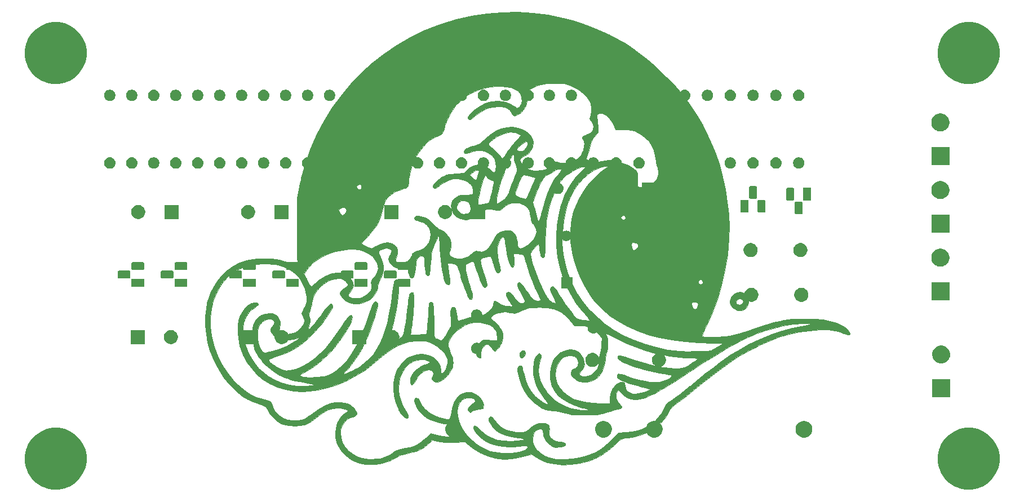
<source format=gbr>
G04 #@! TF.GenerationSoftware,KiCad,Pcbnew,(5.1.0)-1*
G04 #@! TF.CreationDate,2022-08-15T09:48:56-05:00*
G04 #@! TF.ProjectId,surfgen,73757266-6765-46e2-9e6b-696361645f70,rev?*
G04 #@! TF.SameCoordinates,Original*
G04 #@! TF.FileFunction,Soldermask,Bot*
G04 #@! TF.FilePolarity,Negative*
%FSLAX46Y46*%
G04 Gerber Fmt 4.6, Leading zero omitted, Abs format (unit mm)*
G04 Created by KiCad (PCBNEW (5.1.0)-1) date 2022-08-15 09:48:56*
%MOMM*%
%LPD*%
G04 APERTURE LIST*
%ADD10C,0.010000*%
%ADD11C,0.100000*%
G04 APERTURE END LIST*
D10*
G36*
X155002159Y-115260516D02*
G01*
X155088009Y-115444169D01*
X155096397Y-115676929D01*
X155010242Y-115928800D01*
X154896574Y-116087314D01*
X154691522Y-116219532D01*
X154478991Y-116202120D01*
X154382893Y-116133880D01*
X154294607Y-115942373D01*
X154290347Y-115682549D01*
X154363990Y-115429432D01*
X154450627Y-115304147D01*
X154666388Y-115160510D01*
X154855925Y-115155965D01*
X155002159Y-115260516D01*
X155002159Y-115260516D01*
G37*
X155002159Y-115260516D02*
X155088009Y-115444169D01*
X155096397Y-115676929D01*
X155010242Y-115928800D01*
X154896574Y-116087314D01*
X154691522Y-116219532D01*
X154478991Y-116202120D01*
X154382893Y-116133880D01*
X154294607Y-115942373D01*
X154290347Y-115682549D01*
X154363990Y-115429432D01*
X154450627Y-115304147D01*
X154666388Y-115160510D01*
X154855925Y-115155965D01*
X155002159Y-115260516D01*
G36*
X187797948Y-106449351D02*
G01*
X188138847Y-106654101D01*
X188406479Y-106972089D01*
X188575464Y-107394159D01*
X188622623Y-107816711D01*
X188548915Y-108283772D01*
X188342160Y-108667250D01*
X188022777Y-108946146D01*
X187611183Y-109099458D01*
X187352940Y-109122642D01*
X187051917Y-109092092D01*
X186775493Y-109016378D01*
X186717940Y-108990334D01*
X186315157Y-108712415D01*
X186032078Y-108344508D01*
X185956271Y-108192881D01*
X185868177Y-107862395D01*
X186760273Y-107862395D01*
X186828894Y-108096911D01*
X187009646Y-108237327D01*
X187264858Y-108268500D01*
X187549006Y-108179472D01*
X187774994Y-107992364D01*
X187857560Y-107775041D01*
X187807194Y-107567890D01*
X187634384Y-107411297D01*
X187349621Y-107345651D01*
X187332392Y-107345480D01*
X187034783Y-107412484D01*
X186833682Y-107594713D01*
X186760273Y-107862395D01*
X185868177Y-107862395D01*
X185853454Y-107807164D01*
X185907392Y-107434150D01*
X186122178Y-107053665D01*
X186209258Y-106945891D01*
X186589436Y-106606110D01*
X186997863Y-106416198D01*
X187409160Y-106366997D01*
X187797948Y-106449351D01*
X187797948Y-106449351D01*
G37*
X187797948Y-106449351D02*
X188138847Y-106654101D01*
X188406479Y-106972089D01*
X188575464Y-107394159D01*
X188622623Y-107816711D01*
X188548915Y-108283772D01*
X188342160Y-108667250D01*
X188022777Y-108946146D01*
X187611183Y-109099458D01*
X187352940Y-109122642D01*
X187051917Y-109092092D01*
X186775493Y-109016378D01*
X186717940Y-108990334D01*
X186315157Y-108712415D01*
X186032078Y-108344508D01*
X185956271Y-108192881D01*
X185868177Y-107862395D01*
X186760273Y-107862395D01*
X186828894Y-108096911D01*
X187009646Y-108237327D01*
X187264858Y-108268500D01*
X187549006Y-108179472D01*
X187774994Y-107992364D01*
X187857560Y-107775041D01*
X187807194Y-107567890D01*
X187634384Y-107411297D01*
X187349621Y-107345651D01*
X187332392Y-107345480D01*
X187034783Y-107412484D01*
X186833682Y-107594713D01*
X186760273Y-107862395D01*
X185868177Y-107862395D01*
X185853454Y-107807164D01*
X185907392Y-107434150D01*
X186122178Y-107053665D01*
X186209258Y-106945891D01*
X186589436Y-106606110D01*
X186997863Y-106416198D01*
X187409160Y-106366997D01*
X187797948Y-106449351D01*
G36*
X156258710Y-64408282D02*
G01*
X158549353Y-64704615D01*
X160811964Y-65162880D01*
X162197627Y-65529085D01*
X163510685Y-65946995D01*
X164876078Y-66453482D01*
X166259609Y-67032304D01*
X167627085Y-67667218D01*
X168944311Y-68341981D01*
X170177091Y-69040351D01*
X171291230Y-69746086D01*
X171753862Y-70068280D01*
X172761057Y-70834346D01*
X173822545Y-71716246D01*
X174906659Y-72683921D01*
X175981734Y-73707311D01*
X177016105Y-74756356D01*
X177978105Y-75800996D01*
X178765234Y-76724037D01*
X179777097Y-78059926D01*
X180752815Y-79540353D01*
X181679419Y-81142119D01*
X182543937Y-82842022D01*
X183333401Y-84616862D01*
X183719310Y-85586147D01*
X184296958Y-87272346D01*
X184786226Y-89061749D01*
X185181503Y-90918091D01*
X185477178Y-92805110D01*
X185667641Y-94686539D01*
X185747281Y-96526116D01*
X185710486Y-98287574D01*
X185703273Y-98409154D01*
X185484230Y-100774191D01*
X185123234Y-103058240D01*
X184615661Y-105279386D01*
X183956884Y-107455711D01*
X183142280Y-109605298D01*
X182432451Y-111197814D01*
X182235713Y-111617761D01*
X182050966Y-112020828D01*
X181898326Y-112362569D01*
X181797914Y-112598542D01*
X181794405Y-112607321D01*
X181637924Y-113000829D01*
X181823775Y-113050665D01*
X182014651Y-113076050D01*
X182338527Y-113092202D01*
X182759345Y-113099503D01*
X183241045Y-113098336D01*
X183747567Y-113089084D01*
X184242853Y-113072127D01*
X184690843Y-113047848D01*
X185055478Y-113016630D01*
X185057627Y-113016391D01*
X185830559Y-112914269D01*
X186539494Y-112782616D01*
X187246219Y-112607137D01*
X188012522Y-112373539D01*
X188401960Y-112242658D01*
X189519399Y-111861414D01*
X190498553Y-111535438D01*
X191359659Y-111260460D01*
X192122953Y-111032208D01*
X192808672Y-110846413D01*
X193437052Y-110698803D01*
X194028329Y-110585108D01*
X194602739Y-110501057D01*
X195180520Y-110442381D01*
X195781908Y-110404807D01*
X196427138Y-110384066D01*
X197136447Y-110375887D01*
X197249627Y-110375480D01*
X198610490Y-110410894D01*
X199824348Y-110525655D01*
X200894182Y-110720516D01*
X201822975Y-110996226D01*
X202613709Y-111353538D01*
X203269365Y-111793201D01*
X203430046Y-111931986D01*
X203731398Y-112240946D01*
X203887828Y-112482286D01*
X203898555Y-112651914D01*
X203762795Y-112745735D01*
X203589116Y-112764147D01*
X203365250Y-112728590D01*
X203047655Y-112633724D01*
X202693409Y-112497256D01*
X202608442Y-112459904D01*
X202154488Y-112277419D01*
X201699287Y-112146827D01*
X201207395Y-112063369D01*
X200643370Y-112022285D01*
X199971767Y-112018816D01*
X199445245Y-112035112D01*
X197816455Y-112151728D01*
X196264328Y-112368879D01*
X194757369Y-112694947D01*
X193264082Y-113138312D01*
X191752971Y-113707358D01*
X190192540Y-114410464D01*
X189807872Y-114599753D01*
X188869523Y-115083585D01*
X187964221Y-115583228D01*
X187073803Y-116111172D01*
X186180104Y-116679905D01*
X185264961Y-117301916D01*
X184310209Y-117989695D01*
X183297684Y-118755731D01*
X182209224Y-119612512D01*
X181026663Y-120572528D01*
X180555781Y-120961245D01*
X180031384Y-121391168D01*
X179495729Y-121821923D01*
X178978606Y-122230160D01*
X178509801Y-122592529D01*
X178119103Y-122885679D01*
X177903293Y-123040496D01*
X177533158Y-123300647D01*
X177270932Y-123499527D01*
X177084494Y-123671075D01*
X176941723Y-123849233D01*
X176810498Y-124067941D01*
X176664737Y-124349197D01*
X176380799Y-124876880D01*
X176106795Y-125300994D01*
X175800890Y-125679193D01*
X175421251Y-126069136D01*
X175406450Y-126083383D01*
X174582930Y-126761573D01*
X173646895Y-127330459D01*
X172623995Y-127778636D01*
X171539877Y-128094701D01*
X170513896Y-128258662D01*
X170138670Y-128302634D01*
X169812868Y-128354338D01*
X169583259Y-128405705D01*
X169514646Y-128431037D01*
X169392429Y-128521224D01*
X169176252Y-128704870D01*
X168893771Y-128957606D01*
X168572639Y-129255062D01*
X168477330Y-129345165D01*
X167563115Y-130143258D01*
X166649472Y-130791417D01*
X165705053Y-131306005D01*
X164698512Y-131703384D01*
X163598504Y-131999917D01*
X163259283Y-132069054D01*
X161926249Y-132258522D01*
X160678146Y-132302212D01*
X159515304Y-132200176D01*
X158438058Y-131952464D01*
X157446739Y-131559128D01*
X156558582Y-131032176D01*
X156084203Y-130697713D01*
X155161582Y-130963633D01*
X154041890Y-131241859D01*
X153012121Y-131406473D01*
X152085620Y-131455575D01*
X151783627Y-131444837D01*
X150581365Y-131297655D01*
X149459983Y-131005997D01*
X148402823Y-130563377D01*
X147393230Y-129963310D01*
X146756848Y-129487574D01*
X146026293Y-128896667D01*
X144332960Y-128924353D01*
X143725212Y-128932213D01*
X143252764Y-128931947D01*
X142881692Y-128921470D01*
X142578070Y-128898696D01*
X142307974Y-128861540D01*
X142037479Y-128807916D01*
X141891455Y-128774271D01*
X141143283Y-128596503D01*
X140497174Y-129186021D01*
X140062271Y-129559037D01*
X139652061Y-129849991D01*
X139225990Y-130077975D01*
X138743499Y-130262083D01*
X138164034Y-130421406D01*
X137620140Y-130540451D01*
X136968821Y-130685433D01*
X136472210Y-130825023D01*
X136115954Y-130963483D01*
X136012444Y-131017815D01*
X135311271Y-131410055D01*
X134708994Y-131711342D01*
X134170294Y-131933974D01*
X133659854Y-132090247D01*
X133142356Y-132192458D01*
X132582482Y-132252904D01*
X132437293Y-132262598D01*
X131985313Y-132275320D01*
X131486669Y-132267271D01*
X131047841Y-132240213D01*
X131040293Y-132239479D01*
X130254195Y-132099984D01*
X129526592Y-131832358D01*
X128898152Y-131479739D01*
X128127689Y-130910904D01*
X127518365Y-130301086D01*
X127065158Y-129641925D01*
X126763046Y-128925061D01*
X126607006Y-128142134D01*
X126581410Y-127623147D01*
X126645939Y-126791239D01*
X126839382Y-126065241D01*
X127165489Y-125437017D01*
X127628007Y-124898432D01*
X127964076Y-124621113D01*
X128203009Y-124431462D01*
X128370585Y-124269936D01*
X128434556Y-124168129D01*
X128433629Y-124161076D01*
X128306047Y-124022016D01*
X128043404Y-123910512D01*
X127678392Y-123831043D01*
X127243704Y-123788090D01*
X126772031Y-123786131D01*
X126296066Y-123829646D01*
X126166971Y-123850501D01*
X125818892Y-123933430D01*
X125470614Y-124064488D01*
X125096268Y-124258264D01*
X124669986Y-124529349D01*
X124165900Y-124892332D01*
X123738353Y-125220262D01*
X123371677Y-125496524D01*
X123005289Y-125755265D01*
X122684673Y-125965307D01*
X122477267Y-126084721D01*
X121895374Y-126302215D01*
X121214360Y-126433888D01*
X120480759Y-126480281D01*
X119741104Y-126441935D01*
X119041929Y-126319392D01*
X118429767Y-126113194D01*
X118271320Y-126035783D01*
X117748698Y-125686816D01*
X117239408Y-125219509D01*
X116789756Y-124681618D01*
X116481109Y-124189602D01*
X116328024Y-123911662D01*
X116185615Y-123707839D01*
X116019918Y-123554054D01*
X115796969Y-123426227D01*
X115482802Y-123300277D01*
X115043453Y-123152124D01*
X114995960Y-123136667D01*
X114225577Y-122843227D01*
X113444595Y-122468659D01*
X112719745Y-122047203D01*
X112286627Y-121746517D01*
X111740415Y-121292801D01*
X111156891Y-120738393D01*
X110581462Y-120130353D01*
X110059537Y-119515743D01*
X109781193Y-119149898D01*
X109479266Y-118693450D01*
X109141721Y-118120296D01*
X108790307Y-117473047D01*
X108446772Y-116794316D01*
X108132865Y-116126716D01*
X107870334Y-115512861D01*
X107718532Y-115108432D01*
X107387290Y-113933940D01*
X107165829Y-112677635D01*
X107055743Y-111379867D01*
X107058398Y-110182233D01*
X107795104Y-110182233D01*
X107806917Y-111503076D01*
X107977936Y-112865249D01*
X108308558Y-114264441D01*
X108468770Y-114782601D01*
X108991075Y-116147386D01*
X109628258Y-117398237D01*
X110393306Y-118556469D01*
X111299206Y-119643395D01*
X111658376Y-120017382D01*
X112437214Y-120746415D01*
X113192390Y-121334560D01*
X113956167Y-121800762D01*
X114760808Y-122163965D01*
X115638578Y-122443112D01*
X115901302Y-122508661D01*
X116251957Y-122601803D01*
X116550506Y-122699730D01*
X116749731Y-122786219D01*
X116791629Y-122814510D01*
X116899683Y-122967644D01*
X117016320Y-123216089D01*
X117074905Y-123378604D01*
X117262188Y-123823555D01*
X117527798Y-124272498D01*
X117832292Y-124666029D01*
X118094664Y-124914458D01*
X118702878Y-125278053D01*
X119397889Y-125524341D01*
X120140356Y-125648992D01*
X120890940Y-125647671D01*
X121610298Y-125516047D01*
X122059027Y-125351059D01*
X122315133Y-125209995D01*
X122655221Y-124989501D01*
X123034467Y-124720069D01*
X123398874Y-124439582D01*
X124214745Y-123845242D01*
X124999194Y-123405461D01*
X125771196Y-123113136D01*
X126549724Y-122961167D01*
X127353752Y-122942451D01*
X127392612Y-122944739D01*
X128048441Y-123031503D01*
X128587330Y-123210882D01*
X129042521Y-123497273D01*
X129350402Y-123792526D01*
X129651110Y-124174535D01*
X129800434Y-124486399D01*
X129798707Y-124733178D01*
X129646259Y-124919936D01*
X129431107Y-125024394D01*
X129114478Y-125134333D01*
X128785300Y-125248878D01*
X128747749Y-125261966D01*
X128309593Y-125501971D01*
X127919540Y-125900798D01*
X127588707Y-126434130D01*
X127430232Y-126784651D01*
X127350615Y-127093608D01*
X127326743Y-127454623D01*
X127326533Y-127496147D01*
X127407083Y-128239947D01*
X127641309Y-128946688D01*
X128014771Y-129599585D01*
X128513030Y-130181856D01*
X129121646Y-130676716D01*
X129826181Y-131067384D01*
X130612195Y-131337074D01*
X130636022Y-131342911D01*
X131061428Y-131413008D01*
X131592036Y-131452333D01*
X132166472Y-131460540D01*
X132723360Y-131437281D01*
X133201327Y-131382212D01*
X133326293Y-131358098D01*
X133799329Y-131235091D01*
X134216195Y-131076533D01*
X134640352Y-130854419D01*
X135049627Y-130597633D01*
X135460494Y-130333688D01*
X135787064Y-130148662D01*
X136081893Y-130021745D01*
X136397538Y-129932131D01*
X136786554Y-129859011D01*
X136998207Y-129826145D01*
X137731963Y-129691906D01*
X138342780Y-129517563D01*
X138876146Y-129280518D01*
X139377547Y-128958178D01*
X139892470Y-128527945D01*
X140198866Y-128236213D01*
X140890772Y-127555338D01*
X141468866Y-127739761D01*
X141856579Y-127850967D01*
X142271217Y-127950882D01*
X142554960Y-128006008D01*
X142859144Y-128041404D01*
X143242592Y-128066422D01*
X143666667Y-128080919D01*
X144092738Y-128084754D01*
X144482169Y-128077784D01*
X144796328Y-128059867D01*
X144996580Y-128030860D01*
X145037732Y-128015144D01*
X145088671Y-127902188D01*
X145040743Y-127684074D01*
X144890965Y-127352912D01*
X144636355Y-126900810D01*
X144583004Y-126812302D01*
X144468595Y-126621845D01*
X144374228Y-126484193D01*
X144270774Y-126387482D01*
X144129107Y-126319846D01*
X143920101Y-126269420D01*
X143614628Y-126224338D01*
X143183562Y-126172734D01*
X142943918Y-126144587D01*
X142168295Y-126000438D01*
X141389611Y-125761031D01*
X140669255Y-125448010D01*
X140206561Y-125179530D01*
X139733996Y-124813383D01*
X139307274Y-124384713D01*
X138946750Y-123923098D01*
X138672783Y-123458113D01*
X138505730Y-123019336D01*
X138464917Y-122649147D01*
X138491022Y-122422940D01*
X138549902Y-122318968D01*
X138678159Y-122290173D01*
X138744960Y-122289147D01*
X138889119Y-122305546D01*
X139001833Y-122377184D01*
X139116406Y-122537725D01*
X139261173Y-122810941D01*
X139601739Y-123401854D01*
X139985208Y-123879198D01*
X140458676Y-124298686D01*
X140618881Y-124416999D01*
X141409700Y-124889565D01*
X142257972Y-125228512D01*
X142973480Y-125395037D01*
X143332478Y-125441014D01*
X143587340Y-125433875D01*
X143760227Y-125351181D01*
X143873295Y-125170493D01*
X143948704Y-124869371D01*
X144008613Y-124425377D01*
X144018557Y-124336724D01*
X144166344Y-123539776D01*
X144416932Y-122857368D01*
X144764015Y-122297166D01*
X145201290Y-121866834D01*
X145722450Y-121574039D01*
X146321190Y-121426445D01*
X146420124Y-121417089D01*
X147036350Y-121447730D01*
X147595629Y-121637666D01*
X148100557Y-121987854D01*
X148184705Y-122066838D01*
X148536747Y-122486768D01*
X148758734Y-122919895D01*
X148839567Y-123339379D01*
X148812721Y-123585790D01*
X148735627Y-123897814D01*
X148134775Y-123951521D01*
X147723115Y-124009388D01*
X147410492Y-124110259D01*
X147181081Y-124238729D01*
X146967664Y-124373565D01*
X146839630Y-124420862D01*
X146742866Y-124389067D01*
X146660099Y-124320066D01*
X146531044Y-124133980D01*
X146491960Y-123975854D01*
X146562933Y-123744289D01*
X146751177Y-123485463D01*
X147019681Y-123241904D01*
X147264610Y-123088047D01*
X147513745Y-122909009D01*
X147602694Y-122720359D01*
X147538794Y-122537173D01*
X147329384Y-122374527D01*
X146981801Y-122247494D01*
X146840328Y-122216396D01*
X146398664Y-122213790D01*
X145969504Y-122359744D01*
X145580094Y-122634124D01*
X145257677Y-123016801D01*
X145029499Y-123487641D01*
X145002132Y-123574691D01*
X144891186Y-124250407D01*
X144929876Y-124963621D01*
X145107252Y-125698111D01*
X145412364Y-126437652D01*
X145834262Y-127166021D01*
X146361995Y-127866996D01*
X146984614Y-128524353D01*
X147691168Y-129121869D01*
X148470708Y-129643320D01*
X149312284Y-130072485D01*
X149418346Y-130117605D01*
X149900385Y-130278464D01*
X150460386Y-130399303D01*
X151076084Y-130481584D01*
X151725213Y-130526768D01*
X152385509Y-130536317D01*
X153034706Y-130511692D01*
X153650538Y-130454354D01*
X154210741Y-130365765D01*
X154693049Y-130247387D01*
X155075197Y-130100680D01*
X155334921Y-129927106D01*
X155449953Y-129728127D01*
X155450956Y-129721639D01*
X155423357Y-129574648D01*
X155280931Y-129489018D01*
X155010370Y-129462337D01*
X154598367Y-129492194D01*
X154359926Y-129523921D01*
X153963026Y-129567803D01*
X153477727Y-129600910D01*
X152984859Y-129618328D01*
X152783411Y-129619744D01*
X151691057Y-129560816D01*
X150714872Y-129390067D01*
X149839471Y-129102293D01*
X149049467Y-128692291D01*
X148329475Y-128154856D01*
X148253862Y-128087710D01*
X147837841Y-127685335D01*
X147557112Y-127346009D01*
X147399013Y-127050423D01*
X147350880Y-126779268D01*
X147354263Y-126715898D01*
X147393984Y-126523838D01*
X147476147Y-126432511D01*
X147614906Y-126447312D01*
X147824414Y-126573636D01*
X148118821Y-126816878D01*
X148468547Y-127140669D01*
X149029548Y-127637381D01*
X149554966Y-128013518D01*
X150091352Y-128296587D01*
X150685255Y-128514095D01*
X150894627Y-128574226D01*
X151227538Y-128641517D01*
X151643831Y-128690203D01*
X152118436Y-128721163D01*
X152626280Y-128735275D01*
X153142293Y-128733418D01*
X153641402Y-128716469D01*
X154098538Y-128685309D01*
X154488628Y-128640814D01*
X154786600Y-128583863D01*
X154967384Y-128515334D01*
X155005909Y-128436107D01*
X155002702Y-128430299D01*
X154905962Y-128392632D01*
X154678170Y-128344936D01*
X154356753Y-128294203D01*
X154091756Y-128260116D01*
X153135405Y-128118380D01*
X152325214Y-127930287D01*
X151642161Y-127686760D01*
X151067227Y-127378722D01*
X150581393Y-126997095D01*
X150165638Y-126532803D01*
X150007241Y-126310814D01*
X149773098Y-125947095D01*
X149634491Y-125685293D01*
X149582431Y-125494103D01*
X149607926Y-125342220D01*
X149691422Y-125211192D01*
X149882589Y-125076968D01*
X150088260Y-125098602D01*
X150278076Y-125268666D01*
X150339194Y-125369619D01*
X150532668Y-125661758D01*
X150820289Y-125999697D01*
X151155506Y-126335015D01*
X151491765Y-126619289D01*
X151642083Y-126724814D01*
X152273106Y-127054878D01*
X152970972Y-127269971D01*
X153771157Y-127380648D01*
X153867223Y-127386917D01*
X154373506Y-127408882D01*
X154754301Y-127398437D01*
X155052163Y-127344032D01*
X155309649Y-127234112D01*
X155569314Y-127057126D01*
X155805899Y-126860622D01*
X156112780Y-126613140D01*
X156429178Y-126387386D01*
X156692882Y-126227361D01*
X156721761Y-126212850D01*
X157121813Y-126078233D01*
X157550561Y-126030818D01*
X157966636Y-126065130D01*
X158328669Y-126175698D01*
X158595292Y-126357049D01*
X158679509Y-126471830D01*
X158717397Y-126642489D01*
X158728969Y-126936412D01*
X158713025Y-127301773D01*
X158689979Y-127639069D01*
X158691994Y-127858185D01*
X158730195Y-128009702D01*
X158815707Y-128144200D01*
X158927148Y-128275231D01*
X159331812Y-128624573D01*
X159791889Y-128813914D01*
X160136089Y-128851286D01*
X160458437Y-128873651D01*
X160775743Y-128928067D01*
X160821793Y-128939932D01*
X161036281Y-129021227D01*
X161126383Y-129131006D01*
X161139293Y-129237889D01*
X161108803Y-129383390D01*
X160999720Y-129488586D01*
X160785628Y-129565657D01*
X160440110Y-129626781D01*
X160242231Y-129651464D01*
X159727372Y-129670354D01*
X159297465Y-129582346D01*
X158898626Y-129369749D01*
X158570705Y-129102644D01*
X158225259Y-128739635D01*
X157996728Y-128367831D01*
X157854994Y-127928103D01*
X157795540Y-127580814D01*
X157732937Y-127233373D01*
X157645429Y-127024943D01*
X157513250Y-126925276D01*
X157352888Y-126903480D01*
X156968422Y-126978187D01*
X156654161Y-127186034D01*
X156418248Y-127502615D01*
X156268823Y-127903520D01*
X156214027Y-128364344D01*
X156262000Y-128860677D01*
X156420884Y-129368111D01*
X156484888Y-129505925D01*
X156860887Y-130074563D01*
X157372442Y-130566059D01*
X157997299Y-130964670D01*
X158713203Y-131254654D01*
X159096964Y-131353700D01*
X159704799Y-131440731D01*
X160428924Y-131477050D01*
X161225039Y-131465648D01*
X162048842Y-131409515D01*
X162856032Y-131311640D01*
X163602307Y-131175015D01*
X164229239Y-131007266D01*
X164969689Y-130742052D01*
X165617908Y-130452226D01*
X166209449Y-130114628D01*
X166779862Y-129706097D01*
X167364698Y-129203473D01*
X167999509Y-128583594D01*
X168086310Y-128494478D01*
X169064327Y-127485654D01*
X170162068Y-127407819D01*
X171149566Y-127302971D01*
X172007340Y-127132234D01*
X172765609Y-126885328D01*
X173454592Y-126551970D01*
X174104508Y-126121879D01*
X174233439Y-126022578D01*
X174747567Y-125569907D01*
X175212946Y-125069201D01*
X175603829Y-124553927D01*
X175894470Y-124057551D01*
X176045883Y-123666626D01*
X176098886Y-123503210D01*
X176175393Y-123357673D01*
X176296077Y-123210714D01*
X176481611Y-123043031D01*
X176752668Y-122835325D01*
X177129923Y-122568292D01*
X177479960Y-122327741D01*
X177854040Y-122061212D01*
X178317517Y-121713986D01*
X178831657Y-121316073D01*
X179357726Y-120897485D01*
X179856991Y-120488231D01*
X179892960Y-120458177D01*
X181119576Y-119442428D01*
X182244064Y-118535261D01*
X183283471Y-117724960D01*
X184254844Y-116999813D01*
X185175231Y-116348105D01*
X186061678Y-115758122D01*
X186931234Y-115218149D01*
X187800944Y-114716472D01*
X188687856Y-114241378D01*
X189609018Y-113781152D01*
X189611590Y-113779908D01*
X190973057Y-113163623D01*
X192340056Y-112633561D01*
X193754262Y-112176045D01*
X195257347Y-111777399D01*
X196635793Y-111474658D01*
X197085612Y-111379971D01*
X197470655Y-111291338D01*
X197763116Y-111215775D01*
X197935183Y-111160297D01*
X197969293Y-111138273D01*
X197889510Y-111099019D01*
X197667684Y-111077528D01*
X197330098Y-111073127D01*
X196903035Y-111085143D01*
X196412779Y-111112903D01*
X195885612Y-111155733D01*
X195429293Y-111203350D01*
X193809736Y-111446692D01*
X192261180Y-111798352D01*
X191026627Y-112167858D01*
X190368801Y-112394951D01*
X189719499Y-112640707D01*
X189065514Y-112912279D01*
X188393639Y-113216820D01*
X187690668Y-113561482D01*
X186943394Y-113953419D01*
X186138610Y-114399783D01*
X185263109Y-114907726D01*
X184303685Y-115484403D01*
X183247131Y-116136965D01*
X182080240Y-116872566D01*
X180789805Y-117698359D01*
X180654960Y-117785206D01*
X179633750Y-118442546D01*
X178741604Y-119015045D01*
X177965840Y-119510500D01*
X177293776Y-119936709D01*
X176712730Y-120301471D01*
X176210020Y-120612581D01*
X175772965Y-120877839D01*
X175388883Y-121105041D01*
X175045091Y-121301985D01*
X174728907Y-121476470D01*
X174427651Y-121636291D01*
X174208588Y-121748835D01*
X173623701Y-122034617D01*
X173141331Y-122240519D01*
X172721551Y-122378216D01*
X172324430Y-122459383D01*
X171910041Y-122495697D01*
X171636969Y-122500814D01*
X170992249Y-122445635D01*
X170439612Y-122268735D01*
X169939247Y-121953061D01*
X169578307Y-121619142D01*
X169084987Y-121103814D01*
X168922140Y-121303693D01*
X168793250Y-121578447D01*
X168759293Y-121912015D01*
X168779327Y-122262631D01*
X168855934Y-122545441D01*
X169013871Y-122820535D01*
X169260064Y-123127461D01*
X169442399Y-123356110D01*
X169567727Y-123547649D01*
X169605960Y-123645984D01*
X169530442Y-123785868D01*
X169340476Y-123894077D01*
X169090943Y-123940032D01*
X169078011Y-123940147D01*
X168907525Y-123964575D01*
X168627092Y-124029678D01*
X168287605Y-124123183D01*
X168162278Y-124160958D01*
X167525787Y-124357036D01*
X167016974Y-124509517D01*
X166601465Y-124623928D01*
X166244890Y-124705798D01*
X165912873Y-124760656D01*
X165571045Y-124794029D01*
X165185030Y-124811446D01*
X164720457Y-124818437D01*
X164142954Y-124820529D01*
X164060293Y-124820723D01*
X163448683Y-124821493D01*
X162974254Y-124818477D01*
X162604858Y-124808706D01*
X162308346Y-124789212D01*
X162052568Y-124757027D01*
X161805376Y-124709183D01*
X161534619Y-124642711D01*
X161223301Y-124558787D01*
X160712342Y-124435426D01*
X160138562Y-124322534D01*
X159588977Y-124236269D01*
X159318301Y-124205055D01*
X158687185Y-124129144D01*
X158183474Y-124026492D01*
X157765906Y-123885355D01*
X157393217Y-123693992D01*
X157286960Y-123626979D01*
X156417632Y-122957968D01*
X155660210Y-122170293D01*
X155025885Y-121281415D01*
X154525851Y-120308797D01*
X154171300Y-119269901D01*
X154017756Y-118526311D01*
X153969512Y-118179773D01*
X153955354Y-117952754D01*
X153977395Y-117798487D01*
X154037748Y-117670203D01*
X154057860Y-117638556D01*
X154236569Y-117465987D01*
X154428422Y-117432677D01*
X154590511Y-117542552D01*
X154618410Y-117587251D01*
X154673256Y-117744538D01*
X154741956Y-118018929D01*
X154812392Y-118360195D01*
X154835170Y-118485890D01*
X155083707Y-119469019D01*
X155469542Y-120392815D01*
X155979353Y-121237175D01*
X156599819Y-121981995D01*
X157317618Y-122607173D01*
X157759423Y-122898871D01*
X158116918Y-123101482D01*
X158358514Y-123213731D01*
X158485303Y-123229104D01*
X158498377Y-123141088D01*
X158398831Y-122943170D01*
X158187756Y-122628836D01*
X157875941Y-122204480D01*
X157338795Y-121442203D01*
X156928662Y-120743331D01*
X156633905Y-120074063D01*
X156442883Y-119400597D01*
X156343958Y-118689130D01*
X156325492Y-117905863D01*
X156331164Y-117718126D01*
X156355647Y-117233585D01*
X156389980Y-116878243D01*
X156440498Y-116612000D01*
X156513538Y-116394756D01*
X156554578Y-116304080D01*
X156759403Y-115949455D01*
X156969455Y-115706313D01*
X157165616Y-115592118D01*
X157311932Y-115612388D01*
X157424554Y-115714494D01*
X157473115Y-115859686D01*
X157457082Y-116079217D01*
X157375927Y-116404342D01*
X157294022Y-116668478D01*
X157116255Y-117392137D01*
X157066105Y-118092120D01*
X157146767Y-118798886D01*
X157361441Y-119542891D01*
X157672091Y-120269970D01*
X157906944Y-120728002D01*
X158138688Y-121101815D01*
X158411694Y-121455277D01*
X158770335Y-121852254D01*
X158774314Y-121856459D01*
X159536950Y-122576392D01*
X160322591Y-123140615D01*
X161156238Y-123562739D01*
X162062895Y-123856374D01*
X162675694Y-123980364D01*
X163080649Y-124036560D01*
X163489622Y-124077146D01*
X163872509Y-124101286D01*
X164199204Y-124108143D01*
X164439605Y-124096881D01*
X164563606Y-124066663D01*
X164564060Y-124032840D01*
X164452109Y-123979932D01*
X164215035Y-123898902D01*
X163892044Y-123802477D01*
X163653030Y-123737159D01*
X162529068Y-123384408D01*
X161556500Y-122958245D01*
X160733428Y-122457199D01*
X160057955Y-121879798D01*
X159528182Y-121224570D01*
X159142212Y-120490043D01*
X159017918Y-120142841D01*
X158863584Y-119416550D01*
X158828815Y-118670534D01*
X159582854Y-118670534D01*
X159656500Y-119363771D01*
X159892868Y-120050230D01*
X160290087Y-120721538D01*
X160840138Y-121363185D01*
X161296020Y-121773848D01*
X161784487Y-122118057D01*
X162323439Y-122400812D01*
X162930779Y-122627113D01*
X163624405Y-122801960D01*
X164422219Y-122930352D01*
X165342122Y-123017290D01*
X166402015Y-123067774D01*
X166989969Y-123080906D01*
X167802979Y-123093480D01*
X167859023Y-122352647D01*
X167931527Y-121726273D01*
X168049616Y-121234094D01*
X168223917Y-120844621D01*
X168465060Y-120526362D01*
X168481069Y-120509685D01*
X168786851Y-120248669D01*
X169122575Y-120048341D01*
X169452813Y-119920946D01*
X169742137Y-119878729D01*
X169955116Y-119933936D01*
X170007852Y-119981980D01*
X170066688Y-120125606D01*
X170118379Y-120366353D01*
X170134681Y-120488759D01*
X170191969Y-120783047D01*
X170284464Y-121042289D01*
X170321689Y-121109687D01*
X170558941Y-121340061D01*
X170911324Y-121520880D01*
X171326887Y-121630118D01*
X171601352Y-121652287D01*
X172021811Y-121616857D01*
X172518888Y-121519553D01*
X173019962Y-121378508D01*
X173452412Y-121211858D01*
X173542960Y-121167453D01*
X173881627Y-120991110D01*
X173627627Y-120891426D01*
X173452773Y-120833842D01*
X173152498Y-120746226D01*
X172765687Y-120639510D01*
X172331221Y-120524623D01*
X172230627Y-120498702D01*
X171334283Y-120259353D01*
X170596143Y-120040068D01*
X170006865Y-119836348D01*
X169557111Y-119643694D01*
X169237541Y-119457606D01*
X169038815Y-119273586D01*
X168951594Y-119087134D01*
X168958409Y-118922344D01*
X169052982Y-118739429D01*
X169166833Y-118653493D01*
X169303049Y-118661960D01*
X169560488Y-118720996D01*
X169902163Y-118820803D01*
X170288470Y-118950646D01*
X171243892Y-119265562D01*
X172175621Y-119522444D01*
X173059290Y-119716765D01*
X173870526Y-119843998D01*
X174584963Y-119899615D01*
X175178229Y-119879089D01*
X175242442Y-119870973D01*
X175623687Y-119792463D01*
X176012038Y-119668978D01*
X176380442Y-119515240D01*
X176701850Y-119345966D01*
X176949210Y-119175874D01*
X177095470Y-119019684D01*
X177113579Y-118892114D01*
X177092726Y-118864229D01*
X176982825Y-118824395D01*
X176739719Y-118771173D01*
X176398339Y-118711261D01*
X175993618Y-118651356D01*
X175955960Y-118646284D01*
X175254200Y-118536179D01*
X174512373Y-118390462D01*
X173749364Y-118215384D01*
X172984060Y-118017190D01*
X172235345Y-117802130D01*
X171522106Y-117576452D01*
X170863228Y-117346402D01*
X170277597Y-117118230D01*
X169784098Y-116898182D01*
X169401618Y-116692508D01*
X169149041Y-116507454D01*
X169047640Y-116360804D01*
X169029075Y-116093101D01*
X169130686Y-115936221D01*
X169293533Y-115896814D01*
X169427096Y-115922751D01*
X169696757Y-115995684D01*
X170078225Y-116108296D01*
X170547213Y-116253268D01*
X171079431Y-116423283D01*
X171518691Y-116567200D01*
X172130522Y-116765742D01*
X172741959Y-116956786D01*
X173317987Y-117129936D01*
X173823596Y-117274794D01*
X174223772Y-117380960D01*
X174389627Y-117419823D01*
X175224942Y-117581524D01*
X176043397Y-117705879D01*
X176820336Y-117791281D01*
X177531103Y-117836120D01*
X178151042Y-117838790D01*
X178655498Y-117797680D01*
X178995167Y-117720249D01*
X179236647Y-117609641D01*
X179567241Y-117425307D01*
X179941360Y-117196129D01*
X180313416Y-116950989D01*
X180637818Y-116718770D01*
X180852839Y-116543339D01*
X181050719Y-116362480D01*
X180810506Y-116308997D01*
X180622885Y-116284886D01*
X180316641Y-116264134D01*
X179942488Y-116249703D01*
X179723108Y-116245497D01*
X179091599Y-116220575D01*
X178352988Y-116163137D01*
X177565025Y-116079362D01*
X176785461Y-115975426D01*
X176072048Y-115857505D01*
X176040627Y-115851630D01*
X174565195Y-115533715D01*
X173166081Y-115144529D01*
X171796925Y-114668113D01*
X170411370Y-114088509D01*
X169119127Y-113469036D01*
X168604232Y-113211224D01*
X168143067Y-112984665D01*
X167755796Y-112798909D01*
X167462587Y-112663506D01*
X167283605Y-112588007D01*
X167236210Y-112577316D01*
X167259524Y-112686648D01*
X167318098Y-112900295D01*
X167363210Y-113052770D01*
X167455053Y-113524676D01*
X167486193Y-114089248D01*
X167457628Y-114681458D01*
X167370352Y-115236278D01*
X167327155Y-115405985D01*
X167228955Y-115812186D01*
X167146272Y-116263274D01*
X167109142Y-116548715D01*
X166975595Y-117377118D01*
X166749506Y-118067316D01*
X166545117Y-118453511D01*
X166111808Y-119002544D01*
X165599424Y-119430784D01*
X165030849Y-119730373D01*
X164428970Y-119893451D01*
X163816672Y-119912161D01*
X163216842Y-119778642D01*
X162979503Y-119677913D01*
X162534475Y-119404743D01*
X162209981Y-119087850D01*
X162024048Y-118748331D01*
X161985960Y-118515312D01*
X162028150Y-118251885D01*
X162173817Y-118055280D01*
X162451607Y-117892166D01*
X162560832Y-117846422D01*
X162858076Y-117668487D01*
X163027514Y-117406641D01*
X163086194Y-117033124D01*
X163086627Y-116990059D01*
X163014037Y-116572332D01*
X162804153Y-116244712D01*
X162468806Y-116017081D01*
X162019825Y-115899319D01*
X161763394Y-115884718D01*
X161272181Y-115949970D01*
X160837829Y-116151865D01*
X160448392Y-116499613D01*
X160091921Y-117002425D01*
X159931213Y-117297218D01*
X159673801Y-117978892D01*
X159582854Y-118670534D01*
X158828815Y-118670534D01*
X158827703Y-118646679D01*
X158905310Y-117876728D01*
X159091438Y-117150201D01*
X159381121Y-116510597D01*
X159444357Y-116407311D01*
X159852204Y-115892237D01*
X160327777Y-115490949D01*
X160848957Y-115205401D01*
X161393628Y-115037548D01*
X161939670Y-114989345D01*
X162464966Y-115062748D01*
X162947399Y-115259711D01*
X163364850Y-115582189D01*
X163694901Y-116031586D01*
X163869818Y-116442812D01*
X163972223Y-116873754D01*
X163992924Y-117268706D01*
X163941821Y-117528374D01*
X163843752Y-117717951D01*
X163677706Y-117979431D01*
X163501965Y-118225895D01*
X163332199Y-118474687D01*
X163222630Y-118682579D01*
X163196884Y-118804711D01*
X163196982Y-118804968D01*
X163299582Y-118892309D01*
X163509900Y-118983009D01*
X163641433Y-119021774D01*
X164119229Y-119077092D01*
X164575153Y-118989291D01*
X165026847Y-118751377D01*
X165491956Y-118356356D01*
X165600067Y-118245311D01*
X165801270Y-118024313D01*
X165940606Y-117835028D01*
X166033045Y-117635842D01*
X166093562Y-117385141D01*
X166137127Y-117041309D01*
X166170857Y-116658814D01*
X166226081Y-116264895D01*
X166320716Y-115829712D01*
X166399008Y-115558147D01*
X166506555Y-115156847D01*
X166567671Y-114715327D01*
X166590969Y-114170870D01*
X166591100Y-114159338D01*
X166600293Y-113310862D01*
X166290574Y-112888594D01*
X165773424Y-112314671D01*
X165147509Y-111862185D01*
X164799119Y-111681769D01*
X164539849Y-111574002D01*
X164285537Y-111502712D01*
X163984481Y-111458360D01*
X163584981Y-111431404D01*
X163401817Y-111423927D01*
X162489342Y-111390590D01*
X162174151Y-111002283D01*
X161631677Y-110380437D01*
X161099802Y-109860099D01*
X160599019Y-109459792D01*
X160207960Y-109225224D01*
X159751989Y-109018941D01*
X159327050Y-108867853D01*
X158892437Y-108764345D01*
X158407442Y-108700800D01*
X157831355Y-108669603D01*
X157202293Y-108662885D01*
X156600040Y-108668815D01*
X156125804Y-108689256D01*
X155738389Y-108732392D01*
X155396596Y-108806410D01*
X155059229Y-108919495D01*
X154685089Y-109079832D01*
X154382018Y-109223229D01*
X154027354Y-109386190D01*
X153742957Y-109484902D01*
X153477965Y-109523455D01*
X153181515Y-109505941D01*
X152802744Y-109436449D01*
X152520892Y-109372919D01*
X152112198Y-109325894D01*
X151653842Y-109349789D01*
X151184209Y-109433786D01*
X150741685Y-109567070D01*
X150364653Y-109738821D01*
X150091499Y-109938225D01*
X149982792Y-110088163D01*
X149936828Y-110239593D01*
X149969000Y-110372107D01*
X150100479Y-110516456D01*
X150352436Y-110703387D01*
X150453214Y-110771389D01*
X150748152Y-111017300D01*
X151060421Y-111356260D01*
X151348318Y-111735120D01*
X151570137Y-112100730D01*
X151660376Y-112309843D01*
X151725695Y-112681531D01*
X151723365Y-113138154D01*
X151659667Y-113612302D01*
X151540884Y-114036568D01*
X151487972Y-114159744D01*
X151338385Y-114410168D01*
X151134496Y-114678109D01*
X150910697Y-114926298D01*
X150701378Y-115117461D01*
X150540930Y-115214328D01*
X150510157Y-115219480D01*
X150415279Y-115156821D01*
X150252523Y-114991165D01*
X150054242Y-114755999D01*
X150019301Y-114711480D01*
X149744724Y-114392936D01*
X149513151Y-114224634D01*
X149293951Y-114204332D01*
X149056494Y-114329787D01*
X148770150Y-114598756D01*
X148751454Y-114618651D01*
X148363110Y-115033823D01*
X148413481Y-115634651D01*
X148437300Y-115946321D01*
X148436874Y-116125775D01*
X148402459Y-116209509D01*
X148324307Y-116234019D01*
X148253029Y-116235480D01*
X148012077Y-116183321D01*
X147848198Y-116016824D01*
X147753458Y-115720960D01*
X147719920Y-115280700D01*
X147719627Y-115225167D01*
X147726146Y-114877325D01*
X147754927Y-114642730D01*
X147819803Y-114465509D01*
X147934607Y-114289786D01*
X147959310Y-114257058D01*
X148192175Y-114002761D01*
X148468420Y-113767002D01*
X148531378Y-113722855D01*
X148710926Y-113612433D01*
X148867044Y-113552774D01*
X149054129Y-113535572D01*
X149326578Y-113552521D01*
X149519361Y-113572002D01*
X149889492Y-113607082D01*
X150242124Y-113633908D01*
X150503830Y-113646932D01*
X150513627Y-113647128D01*
X150852293Y-113653147D01*
X150852293Y-113011693D01*
X150843442Y-112653709D01*
X150808277Y-112406414D01*
X150733881Y-112211698D01*
X150640627Y-112059401D01*
X150232253Y-111608545D01*
X149698700Y-111267434D01*
X149046175Y-111038986D01*
X148280884Y-110926121D01*
X148223406Y-110922633D01*
X147390045Y-110936370D01*
X146638402Y-111082058D01*
X145942059Y-111369639D01*
X145274600Y-111809057D01*
X144819295Y-112203884D01*
X144302344Y-112723383D01*
X143924060Y-113181886D01*
X143677326Y-113604549D01*
X143555026Y-114016524D01*
X143550047Y-114442965D01*
X143655272Y-114909026D01*
X143863586Y-115439862D01*
X143888460Y-115494531D01*
X144057920Y-115876639D01*
X144164199Y-116164565D01*
X144221561Y-116414712D01*
X144244272Y-116683482D01*
X144247193Y-116912814D01*
X144236533Y-117275524D01*
X144192903Y-117548733D01*
X144096575Y-117811754D01*
X143952344Y-118098147D01*
X143695160Y-118505999D01*
X143368672Y-118916425D01*
X143011159Y-119288753D01*
X142660901Y-119582310D01*
X142415164Y-119731468D01*
X142013851Y-119858326D01*
X141646830Y-119860732D01*
X141346467Y-119743829D01*
X141154561Y-119531129D01*
X141111032Y-119368520D01*
X141141632Y-119142068D01*
X141201196Y-118942095D01*
X141288710Y-118588240D01*
X141269975Y-118342252D01*
X141138930Y-118175482D01*
X141025349Y-118110996D01*
X140618896Y-118013731D01*
X140192596Y-118069795D01*
X139765812Y-118267785D01*
X139357905Y-118596298D01*
X138988240Y-119043932D01*
X138746799Y-119452814D01*
X138581543Y-119751825D01*
X138416290Y-120008023D01*
X138286648Y-120166233D01*
X138285998Y-120166821D01*
X138147733Y-120274928D01*
X138052402Y-120267501D01*
X137959158Y-120184925D01*
X137850370Y-119969123D01*
X137825371Y-119658803D01*
X137882198Y-119305462D01*
X138004809Y-118987147D01*
X138392755Y-118398874D01*
X138891680Y-117895874D01*
X139467190Y-117507665D01*
X139977759Y-117293968D01*
X140406630Y-117155720D01*
X140679246Y-117044444D01*
X140804067Y-116947833D01*
X140789552Y-116853576D01*
X140644161Y-116749366D01*
X140424467Y-116643975D01*
X139955685Y-116516058D01*
X139409575Y-116495668D01*
X138836808Y-116579471D01*
X138288059Y-116764138D01*
X138236960Y-116787784D01*
X137597689Y-117182629D01*
X137062614Y-117703028D01*
X136638241Y-118336222D01*
X136331078Y-119069450D01*
X136147631Y-119889954D01*
X136094408Y-120784971D01*
X136100226Y-120977680D01*
X136188704Y-121796607D01*
X136386195Y-122579186D01*
X136705798Y-123365478D01*
X137143131Y-124166738D01*
X137380003Y-124577197D01*
X137516939Y-124871955D01*
X137555459Y-125070890D01*
X137497083Y-125193878D01*
X137343330Y-125260793D01*
X137228211Y-125279789D01*
X136982880Y-125224091D01*
X136714906Y-125002806D01*
X136426012Y-124617917D01*
X136117922Y-124071409D01*
X136038537Y-123910664D01*
X135645456Y-122939589D01*
X135390196Y-121954715D01*
X135273127Y-120976155D01*
X135294619Y-120024019D01*
X135455044Y-119118421D01*
X135754772Y-118279472D01*
X135928484Y-117940853D01*
X136225901Y-117498373D01*
X136613124Y-117039367D01*
X137042219Y-116614030D01*
X137465253Y-116272558D01*
X137614603Y-116175135D01*
X138249543Y-115871705D01*
X138901846Y-115700335D01*
X139552189Y-115652925D01*
X140181249Y-115721371D01*
X140769705Y-115897575D01*
X141298233Y-116173434D01*
X141747511Y-116540847D01*
X142098217Y-116991713D01*
X142331027Y-117517931D01*
X142426619Y-118111400D01*
X142427960Y-118193184D01*
X142451992Y-118416009D01*
X142511294Y-118559289D01*
X142526240Y-118572227D01*
X142648860Y-118557877D01*
X142813927Y-118423804D01*
X142994052Y-118204548D01*
X143161845Y-117934649D01*
X143289917Y-117648644D01*
X143311561Y-117581914D01*
X143429420Y-117024845D01*
X143422342Y-116528594D01*
X143281556Y-116063458D01*
X142998291Y-115599733D01*
X142588165Y-115132369D01*
X141920930Y-114542701D01*
X141226807Y-114107309D01*
X140640356Y-113861219D01*
X140404270Y-113788007D01*
X140181901Y-113739068D01*
X139933673Y-113711084D01*
X139620013Y-113700734D01*
X139201346Y-113704699D01*
X138871960Y-113712883D01*
X138364622Y-113730174D01*
X137981269Y-113754031D01*
X137676556Y-113791247D01*
X137405135Y-113848616D01*
X137121659Y-113932931D01*
X136902090Y-114007992D01*
X136488456Y-114173865D01*
X136012658Y-114395833D01*
X135553505Y-114636174D01*
X135378090Y-114737407D01*
X135143589Y-114881127D01*
X134914111Y-115030140D01*
X134672344Y-115197685D01*
X134400981Y-115396997D01*
X134082712Y-115641316D01*
X133700226Y-115943879D01*
X133236215Y-116317924D01*
X132673368Y-116776689D01*
X132140960Y-117213051D01*
X130895915Y-118149482D01*
X129578135Y-118980182D01*
X128207550Y-119697365D01*
X126804090Y-120293244D01*
X125387684Y-120760034D01*
X123978263Y-121089947D01*
X122595756Y-121275199D01*
X121642293Y-121314641D01*
X120332214Y-121237806D01*
X119079863Y-121011572D01*
X117894940Y-120643026D01*
X116787146Y-120139256D01*
X115766181Y-119507350D01*
X114841744Y-118754396D01*
X114023537Y-117887481D01*
X113321259Y-116913693D01*
X112744611Y-115840121D01*
X112303294Y-114673851D01*
X112235187Y-114441091D01*
X112110724Y-113879952D01*
X112020328Y-113235972D01*
X111966064Y-112555758D01*
X111949993Y-111885915D01*
X111974179Y-111273049D01*
X112040684Y-110763765D01*
X112067207Y-110645928D01*
X112326627Y-109872850D01*
X112691793Y-109209002D01*
X113057700Y-108748671D01*
X113529923Y-108314470D01*
X113998813Y-108048580D01*
X114463571Y-107951415D01*
X114588756Y-107954199D01*
X114826271Y-107986602D01*
X114941875Y-108055560D01*
X114980073Y-108166335D01*
X114964404Y-108283914D01*
X114865424Y-108409239D01*
X114657435Y-108568507D01*
X114457881Y-108698686D01*
X113842236Y-109159530D01*
X113367966Y-109681885D01*
X113028336Y-110280113D01*
X112816615Y-110968577D01*
X112726068Y-111761637D01*
X112730956Y-112382195D01*
X112831870Y-113326154D01*
X113047805Y-114236146D01*
X113391696Y-115160348D01*
X113594934Y-115600480D01*
X114050292Y-116444520D01*
X114544801Y-117170814D01*
X115115967Y-117830939D01*
X115468518Y-118177160D01*
X116395253Y-118929584D01*
X117408733Y-119539675D01*
X118499072Y-120004156D01*
X119656384Y-120319747D01*
X120870783Y-120483172D01*
X122132383Y-120491153D01*
X122393945Y-120473452D01*
X122877590Y-120429738D01*
X123206504Y-120386150D01*
X123378673Y-120339471D01*
X123392088Y-120286486D01*
X123244735Y-120223978D01*
X122934603Y-120148731D01*
X122459680Y-120057527D01*
X122093831Y-119993645D01*
X121246858Y-119838332D01*
X120528910Y-119681039D01*
X119899890Y-119511406D01*
X119319697Y-119319074D01*
X118980801Y-119189457D01*
X118061620Y-118755744D01*
X117195136Y-118219239D01*
X116401804Y-117599260D01*
X115702076Y-116915125D01*
X115384357Y-116519665D01*
X116519960Y-116519665D01*
X116591875Y-116668798D01*
X116796500Y-116883105D01*
X117117152Y-117148032D01*
X117537151Y-117449029D01*
X117736915Y-117581248D01*
X118182973Y-117856615D01*
X118543498Y-118037890D01*
X118864663Y-118137412D01*
X119192639Y-118167519D01*
X119573601Y-118140550D01*
X119743973Y-118117596D01*
X120646424Y-117905539D01*
X121567022Y-117534045D01*
X122496724Y-117010813D01*
X123426484Y-116343542D01*
X124347260Y-115539930D01*
X125250007Y-114607677D01*
X126125683Y-113554481D01*
X126965242Y-112388041D01*
X127546626Y-111475233D01*
X127941887Y-110851244D01*
X128284091Y-110372729D01*
X128571058Y-110041528D01*
X128800605Y-109859483D01*
X128970551Y-109828434D01*
X129078715Y-109950222D01*
X129118502Y-110149020D01*
X129081526Y-110416456D01*
X128939959Y-110802317D01*
X128699394Y-111296450D01*
X128365425Y-111888699D01*
X127943648Y-112568911D01*
X127439657Y-113326931D01*
X127094744Y-113822480D01*
X126418877Y-114696448D01*
X125646712Y-115553208D01*
X124808641Y-116365493D01*
X123935057Y-117106038D01*
X123056352Y-117747575D01*
X122202920Y-118262838D01*
X122065627Y-118334344D01*
X121653376Y-118554850D01*
X121395002Y-118725143D01*
X121286447Y-118856096D01*
X121323655Y-118958584D01*
X121502572Y-119043480D01*
X121775365Y-119112556D01*
X122074277Y-119149328D01*
X122497461Y-119166657D01*
X123001176Y-119166228D01*
X123541685Y-119149725D01*
X124075247Y-119118835D01*
X124558124Y-119075240D01*
X124946577Y-119020627D01*
X125113627Y-118983957D01*
X125655480Y-118799560D01*
X126167377Y-118541783D01*
X126683928Y-118188992D01*
X127239745Y-117719552D01*
X127450252Y-117523412D01*
X127959999Y-117021071D01*
X128384126Y-116556653D01*
X128750716Y-116091194D01*
X129087851Y-115585727D01*
X129423615Y-115001287D01*
X129786089Y-114298910D01*
X129812448Y-114245814D01*
X130494978Y-112788875D01*
X131081752Y-111356028D01*
X131606890Y-109862707D01*
X131708324Y-109546814D01*
X131857236Y-109093172D01*
X132003962Y-108676071D01*
X132134826Y-108332378D01*
X132236154Y-108098959D01*
X132265808Y-108043980D01*
X132450537Y-107834684D01*
X132639359Y-107774097D01*
X132804989Y-107865245D01*
X132874234Y-107976533D01*
X132915644Y-108142577D01*
X132913342Y-108378662D01*
X132863844Y-108700646D01*
X132763668Y-109124383D01*
X132609330Y-109665728D01*
X132397349Y-110340538D01*
X132268918Y-110732147D01*
X131724942Y-112261746D01*
X131156892Y-113635734D01*
X130557918Y-114866955D01*
X129921171Y-115968254D01*
X129239800Y-116952474D01*
X128506958Y-117832460D01*
X128449022Y-117895378D01*
X128158213Y-118212869D01*
X127972274Y-118429051D01*
X127878058Y-118564048D01*
X127862420Y-118637984D01*
X127912213Y-118670983D01*
X127939019Y-118676068D01*
X128106621Y-118649288D01*
X128386550Y-118549761D01*
X128746588Y-118392940D01*
X129154514Y-118194276D01*
X129578106Y-117969225D01*
X129985145Y-117733237D01*
X130235960Y-117574454D01*
X130760685Y-117184884D01*
X131317660Y-116698734D01*
X131854297Y-116165971D01*
X132318008Y-115636564D01*
X132437600Y-115482450D01*
X132871807Y-114818384D01*
X133291754Y-114013928D01*
X133686007Y-113098004D01*
X134043134Y-112099530D01*
X134351701Y-111047428D01*
X134583310Y-110054814D01*
X134661688Y-109641263D01*
X134754471Y-109104509D01*
X134854425Y-108489290D01*
X134954319Y-107840349D01*
X135046920Y-107202425D01*
X135062358Y-107091480D01*
X135163334Y-106370423D01*
X135247475Y-105798976D01*
X135318919Y-105358721D01*
X135381804Y-105031236D01*
X135440268Y-104798104D01*
X135498448Y-104640904D01*
X135560484Y-104541219D01*
X135630511Y-104480627D01*
X135651622Y-104468421D01*
X135842927Y-104433859D01*
X135985724Y-104558303D01*
X136079219Y-104838287D01*
X136122617Y-105270345D01*
X136115124Y-105851011D01*
X136079923Y-106335879D01*
X135897939Y-107844191D01*
X135627391Y-109418875D01*
X135282080Y-110991411D01*
X134875804Y-112493281D01*
X134771090Y-112834551D01*
X134626115Y-113304615D01*
X134532226Y-113636790D01*
X134485336Y-113853282D01*
X134481355Y-113976294D01*
X134516193Y-114028029D01*
X134550162Y-114034147D01*
X134663161Y-114000737D01*
X134890543Y-113911847D01*
X135193656Y-113784484D01*
X135533851Y-113635655D01*
X135872476Y-113482369D01*
X136170880Y-113341633D01*
X136390412Y-113230454D01*
X136439902Y-113202596D01*
X136639510Y-113011152D01*
X136787705Y-112689495D01*
X136803659Y-112638525D01*
X136916813Y-112192808D01*
X137034533Y-111598949D01*
X137153485Y-110877952D01*
X137270334Y-110050825D01*
X137381746Y-109138571D01*
X137431691Y-108682516D01*
X137490462Y-108155437D01*
X137550442Y-107669425D01*
X137607264Y-107256203D01*
X137656561Y-106947496D01*
X137693965Y-106775025D01*
X137694514Y-106773330D01*
X137826363Y-106521214D01*
X138001099Y-106385053D01*
X138185427Y-106385538D01*
X138252162Y-106426764D01*
X138307441Y-106561184D01*
X138343098Y-106840402D01*
X138359990Y-107241125D01*
X138358975Y-107740060D01*
X138340910Y-108313914D01*
X138306652Y-108939395D01*
X138257059Y-109593210D01*
X138192988Y-110252066D01*
X138115297Y-110892670D01*
X138078099Y-111155480D01*
X138006880Y-111638795D01*
X137945151Y-112064147D01*
X137896949Y-112403182D01*
X137866314Y-112627545D01*
X137857096Y-112707207D01*
X137934819Y-112735587D01*
X138144623Y-112751978D01*
X138449768Y-112757560D01*
X138813513Y-112753511D01*
X139199121Y-112741012D01*
X139569850Y-112721241D01*
X139888961Y-112695380D01*
X140119714Y-112664606D01*
X140224348Y-112631202D01*
X140268155Y-112522098D01*
X140313879Y-112277055D01*
X140362144Y-111889964D01*
X140413577Y-111354714D01*
X140468801Y-110665194D01*
X140528441Y-109815292D01*
X140556976Y-109377480D01*
X140594506Y-108829220D01*
X140630323Y-108428433D01*
X140669874Y-108153409D01*
X140718605Y-107982439D01*
X140781961Y-107893815D01*
X140865390Y-107865826D01*
X140935110Y-107870170D01*
X141055083Y-107901959D01*
X141150997Y-107970638D01*
X141225482Y-108093308D01*
X141281163Y-108287069D01*
X141320670Y-108569021D01*
X141346631Y-108956263D01*
X141361672Y-109465896D01*
X141368423Y-110115021D01*
X141369627Y-110697588D01*
X141369813Y-111410003D01*
X141373225Y-111972982D01*
X141384140Y-112406416D01*
X141406839Y-112730200D01*
X141445599Y-112964227D01*
X141504700Y-113128390D01*
X141588420Y-113242581D01*
X141701038Y-113326695D01*
X141846833Y-113400625D01*
X141962293Y-113453039D01*
X142176466Y-113549820D01*
X142345467Y-113609429D01*
X142487939Y-113617340D01*
X142622524Y-113559027D01*
X142767863Y-113419964D01*
X142942600Y-113185624D01*
X143165375Y-112841484D01*
X143454833Y-112373015D01*
X143552690Y-112213814D01*
X143969336Y-111536480D01*
X143916181Y-110266480D01*
X143898548Y-109690806D01*
X143904072Y-109262953D01*
X143937965Y-108962363D01*
X144005442Y-108768477D01*
X144111712Y-108660736D01*
X144261991Y-108618583D01*
X144334782Y-108615480D01*
X144474163Y-108638504D01*
X144577756Y-108724923D01*
X144657020Y-108900764D01*
X144723415Y-109192049D01*
X144788399Y-109624803D01*
X144792344Y-109654625D01*
X144852713Y-110085159D01*
X144904405Y-110373411D01*
X144954879Y-110545661D01*
X145011593Y-110628192D01*
X145074095Y-110647480D01*
X145188471Y-110622968D01*
X145423818Y-110557092D01*
X145740235Y-110461340D01*
X145944465Y-110396871D01*
X146750597Y-110170537D01*
X147489847Y-110026411D01*
X148127323Y-109971166D01*
X148172498Y-109970786D01*
X148490318Y-109940533D01*
X148792716Y-109838929D01*
X149113429Y-109647954D01*
X149486193Y-109349590D01*
X149705237Y-109152098D01*
X149980181Y-108893069D01*
X150154044Y-108707435D01*
X150251646Y-108555350D01*
X150297805Y-108396970D01*
X150317342Y-108192451D01*
X150318839Y-108167022D01*
X150342923Y-107905144D01*
X150390321Y-107767767D01*
X150482532Y-107710072D01*
X150543654Y-107698264D01*
X150766515Y-107741971D01*
X151048553Y-107915909D01*
X151073677Y-107935775D01*
X151332583Y-108121020D01*
X151593782Y-108273517D01*
X151678650Y-108312665D01*
X151881163Y-108371580D01*
X152160189Y-108424164D01*
X152471643Y-108465993D01*
X152771438Y-108492648D01*
X153015490Y-108499706D01*
X153159714Y-108482747D01*
X153180627Y-108463293D01*
X153137805Y-108367285D01*
X153022170Y-108162290D01*
X152852967Y-107881443D01*
X152708687Y-107650729D01*
X152443488Y-107206907D01*
X152284948Y-106873171D01*
X152228165Y-106632220D01*
X152268236Y-106466752D01*
X152350659Y-106386980D01*
X152572367Y-106337250D01*
X152830929Y-106435210D01*
X153104396Y-106669755D01*
X153242393Y-106838196D01*
X153620483Y-107329834D01*
X153933242Y-107686008D01*
X154197506Y-107919316D01*
X154430111Y-108042357D01*
X154647894Y-108067728D01*
X154827577Y-108024353D01*
X154969582Y-107938436D01*
X155028995Y-107804895D01*
X155002089Y-107602390D01*
X154885139Y-107309581D01*
X154674415Y-106905129D01*
X154612901Y-106795147D01*
X154336230Y-106292035D01*
X154142363Y-105905226D01*
X154021111Y-105609505D01*
X153962286Y-105379661D01*
X153955699Y-105190481D01*
X153957476Y-105173225D01*
X154039117Y-104969542D01*
X154199463Y-104901912D01*
X154404115Y-104980369D01*
X154460864Y-105026411D01*
X154568948Y-105150124D01*
X154748647Y-105383726D01*
X154977175Y-105696527D01*
X155231749Y-106057838D01*
X155299207Y-106155666D01*
X155598774Y-106591160D01*
X155820940Y-106909624D01*
X155983781Y-107133880D01*
X156105372Y-107286747D01*
X156203789Y-107391046D01*
X156297108Y-107469596D01*
X156395632Y-107539866D01*
X156616562Y-107637073D01*
X156883784Y-107681975D01*
X157140241Y-107674120D01*
X157328876Y-107613055D01*
X157386956Y-107547730D01*
X157370590Y-107413833D01*
X157278241Y-107159777D01*
X157120207Y-106811106D01*
X156968789Y-106510563D01*
X156589073Y-105718776D01*
X156204186Y-104793816D01*
X155827429Y-103770831D01*
X155472107Y-102684970D01*
X155294031Y-102085543D01*
X155166923Y-101648298D01*
X155052477Y-101266683D01*
X154960188Y-100971449D01*
X154899547Y-100793346D01*
X154884216Y-100758075D01*
X154779840Y-100711201D01*
X154779134Y-100711054D01*
X155913540Y-100711054D01*
X155970923Y-101108013D01*
X156088849Y-101610398D01*
X156258473Y-102195836D01*
X156470953Y-102841949D01*
X156717444Y-103526363D01*
X156989104Y-104226700D01*
X157277088Y-104920584D01*
X157572554Y-105585641D01*
X157866658Y-106199493D01*
X158150557Y-106739765D01*
X158415407Y-107184081D01*
X158652364Y-107510064D01*
X158766276Y-107629618D01*
X158987584Y-107803801D01*
X159184471Y-107915673D01*
X159269946Y-107938147D01*
X159482525Y-107965057D01*
X159566035Y-107989539D01*
X159661426Y-108001443D01*
X159690366Y-107929558D01*
X159648747Y-107758978D01*
X159532467Y-107474797D01*
X159337420Y-107062110D01*
X159276627Y-106938640D01*
X159105735Y-106579801D01*
X158967884Y-106264218D01*
X158878839Y-106029702D01*
X158853293Y-105923390D01*
X158913824Y-105728950D01*
X159059119Y-105577052D01*
X159234727Y-105510504D01*
X159345083Y-105536718D01*
X159529204Y-105706942D01*
X159773509Y-106022031D01*
X160070622Y-106471577D01*
X160409331Y-107038490D01*
X160610099Y-107367136D01*
X160869459Y-107760776D01*
X161169295Y-108195029D01*
X161491493Y-108645517D01*
X161817936Y-109087860D01*
X162130509Y-109497679D01*
X162411097Y-109850596D01*
X162641585Y-110122229D01*
X162803856Y-110288201D01*
X162848698Y-110321319D01*
X163034831Y-110388770D01*
X163339005Y-110462596D01*
X163710646Y-110533621D01*
X164099177Y-110592673D01*
X164454022Y-110630576D01*
X164597672Y-110638569D01*
X164881051Y-110647480D01*
X164640005Y-110358646D01*
X164491174Y-110181327D01*
X164263625Y-109911443D01*
X163988210Y-109585536D01*
X163695777Y-109240149D01*
X163692949Y-109236813D01*
X162698664Y-107952660D01*
X161861964Y-106628576D01*
X161172545Y-105246692D01*
X160715088Y-104072966D01*
X160286672Y-102599014D01*
X159989235Y-101059497D01*
X159823077Y-99481670D01*
X159812514Y-98996202D01*
X160666918Y-98996202D01*
X160815918Y-100645538D01*
X161131382Y-102269657D01*
X161485183Y-103493147D01*
X162058399Y-104957840D01*
X162778529Y-106346611D01*
X163638861Y-107654762D01*
X164632684Y-108877596D01*
X165753286Y-110010417D01*
X166993956Y-111048526D01*
X168347983Y-111987228D01*
X169808654Y-112821824D01*
X171369259Y-113547617D01*
X173023086Y-114159911D01*
X174763424Y-114654007D01*
X176583561Y-115025210D01*
X178284293Y-115250329D01*
X178464229Y-115259144D01*
X178784920Y-115265523D01*
X179217804Y-115269284D01*
X179734318Y-115270243D01*
X180305899Y-115268216D01*
X180654960Y-115265567D01*
X181333082Y-115257375D01*
X181864593Y-115245632D01*
X182272200Y-115228840D01*
X182578614Y-115205499D01*
X182806542Y-115174111D01*
X182978694Y-115133174D01*
X183055075Y-115107098D01*
X183311397Y-114994623D01*
X183616183Y-114838633D01*
X183936401Y-114659128D01*
X184239018Y-114476111D01*
X184491003Y-114309582D01*
X184659322Y-114179544D01*
X184710943Y-114105996D01*
X184710320Y-114104834D01*
X184614571Y-114079798D01*
X184380472Y-114058434D01*
X184038993Y-114042481D01*
X183621105Y-114033679D01*
X183422796Y-114032522D01*
X181192316Y-113980039D01*
X179095151Y-113827781D01*
X177126921Y-113574525D01*
X175283242Y-113219051D01*
X173559733Y-112760136D01*
X171952010Y-112196559D01*
X170455692Y-111527097D01*
X169066396Y-110750530D01*
X167779739Y-109865635D01*
X167394829Y-109564124D01*
X166600300Y-108870803D01*
X165949219Y-108196660D01*
X180121675Y-108196660D01*
X180163656Y-108532340D01*
X180275987Y-108725827D01*
X180439985Y-108900956D01*
X180584897Y-108944716D01*
X180772194Y-108874680D01*
X180780745Y-108870130D01*
X180943578Y-108701884D01*
X181050025Y-108444809D01*
X181076845Y-108176130D01*
X181035813Y-108022539D01*
X180946718Y-107912361D01*
X180801542Y-107867244D01*
X180545198Y-107870135D01*
X180543782Y-107870226D01*
X180302723Y-107892949D01*
X180182787Y-107944917D01*
X180135948Y-108063270D01*
X180121675Y-108196660D01*
X165949219Y-108196660D01*
X165888907Y-108134212D01*
X165237668Y-107325057D01*
X164623596Y-106414043D01*
X164023707Y-105371874D01*
X163855265Y-105052795D01*
X163686454Y-104710602D01*
X181095015Y-104710602D01*
X181109079Y-104948363D01*
X181133827Y-105012308D01*
X181265599Y-105188934D01*
X181447796Y-105215500D01*
X181634193Y-105141168D01*
X181778629Y-104989585D01*
X181799287Y-104796229D01*
X181713784Y-104612497D01*
X181539741Y-104489782D01*
X181403005Y-104466814D01*
X181200335Y-104535202D01*
X181095015Y-104710602D01*
X163686454Y-104710602D01*
X163282742Y-103892248D01*
X162821514Y-102820238D01*
X162463834Y-101804872D01*
X162201959Y-100814255D01*
X162028144Y-99816496D01*
X161984477Y-99332283D01*
X171061455Y-99332283D01*
X171086745Y-99690454D01*
X171200651Y-99935240D01*
X171381891Y-100052561D01*
X171609183Y-100028335D01*
X171853475Y-99856329D01*
X172023934Y-99592835D01*
X172047695Y-99327049D01*
X171942580Y-99096771D01*
X171726410Y-98939798D01*
X171417006Y-98893931D01*
X171400303Y-98895157D01*
X171212843Y-98918870D01*
X171117428Y-98980566D01*
X171077554Y-99127337D01*
X171061455Y-99332283D01*
X161984477Y-99332283D01*
X161934643Y-98779700D01*
X161913713Y-97671973D01*
X161926949Y-97111887D01*
X161980921Y-96198079D01*
X162081620Y-95393054D01*
X162133155Y-95153480D01*
X169436627Y-95153480D01*
X169501646Y-95285038D01*
X169647363Y-95419501D01*
X169799769Y-95490928D01*
X169816749Y-95492147D01*
X169996485Y-95462712D01*
X170064702Y-95440755D01*
X170184983Y-95326932D01*
X170192068Y-95159084D01*
X170107501Y-94985751D01*
X169952822Y-94855472D01*
X169786907Y-94814814D01*
X169658582Y-94874269D01*
X169517962Y-95005162D01*
X169438701Y-95136281D01*
X169436627Y-95153480D01*
X162133155Y-95153480D01*
X162241697Y-94648903D01*
X162473804Y-93917716D01*
X162790593Y-93151583D01*
X163188757Y-92333616D01*
X163891685Y-91131150D01*
X164708290Y-90032891D01*
X165624993Y-89055183D01*
X166583677Y-88247341D01*
X166913144Y-87997031D01*
X167190002Y-87777234D01*
X167387117Y-87610175D01*
X167477352Y-87518080D01*
X167479565Y-87513547D01*
X167430583Y-87463613D01*
X167254983Y-87456931D01*
X166988462Y-87488515D01*
X166666718Y-87553376D01*
X166325450Y-87646526D01*
X166177529Y-87695462D01*
X165328451Y-88080520D01*
X164519022Y-88617791D01*
X163761008Y-89292463D01*
X163066175Y-90089728D01*
X162446291Y-90994773D01*
X161913122Y-91992791D01*
X161478434Y-93068969D01*
X161219778Y-93935515D01*
X160868741Y-95637328D01*
X160684489Y-97325511D01*
X160666918Y-98996202D01*
X159812514Y-98996202D01*
X159788503Y-97892786D01*
X159885814Y-96320100D01*
X160115311Y-94790863D01*
X160477299Y-93332331D01*
X160591962Y-92971635D01*
X160992109Y-91896831D01*
X161442622Y-90945977D01*
X161969603Y-90075437D01*
X162599153Y-89241575D01*
X163274824Y-88486599D01*
X164144960Y-87575814D01*
X163879526Y-87550008D01*
X163584834Y-87579173D01*
X163194318Y-87700856D01*
X162740885Y-87897570D01*
X162257443Y-88151825D01*
X161776899Y-88446131D01*
X161332162Y-88762999D01*
X160956138Y-89084940D01*
X160914384Y-89125887D01*
X160366246Y-89772594D01*
X159861666Y-90567654D01*
X159407446Y-91494124D01*
X159010389Y-92535059D01*
X158677297Y-93673516D01*
X158414971Y-94892553D01*
X158295153Y-95649935D01*
X158257908Y-95994326D01*
X158220723Y-96471234D01*
X158185706Y-97043857D01*
X158154961Y-97675391D01*
X158130596Y-98329033D01*
X158120081Y-98709480D01*
X158103212Y-99303985D01*
X158082519Y-99847539D01*
X158059358Y-100315600D01*
X158035089Y-100683627D01*
X158011068Y-100927076D01*
X157992449Y-101016647D01*
X157854275Y-101149885D01*
X157680308Y-101139930D01*
X157509921Y-100995328D01*
X157450160Y-100898953D01*
X157377483Y-100688553D01*
X157308594Y-100370192D01*
X157256159Y-100005010D01*
X157247937Y-99922794D01*
X157211623Y-99590858D01*
X157171359Y-99326167D01*
X157134169Y-99172183D01*
X157123521Y-99152819D01*
X157038195Y-99176416D01*
X156877345Y-99302680D01*
X156669622Y-99500785D01*
X156443676Y-99739899D01*
X156228158Y-99989196D01*
X156051716Y-100217845D01*
X155943003Y-100395017D01*
X155925543Y-100441900D01*
X155913540Y-100711054D01*
X154779134Y-100711054D01*
X154549009Y-100663149D01*
X154234348Y-100621999D01*
X154102948Y-100609957D01*
X153376808Y-100551039D01*
X153416778Y-101449757D01*
X153427459Y-101937245D01*
X153406276Y-102276783D01*
X153349152Y-102487456D01*
X153252013Y-102588351D01*
X153170260Y-102604147D01*
X152989016Y-102520384D01*
X152815644Y-102272484D01*
X152651849Y-101865531D01*
X152499333Y-101304609D01*
X152359801Y-100594803D01*
X152250127Y-99858826D01*
X152184306Y-99386716D01*
X152117018Y-98954032D01*
X152054575Y-98598093D01*
X152003288Y-98356221D01*
X151985597Y-98294726D01*
X151871387Y-98087408D01*
X151728304Y-98042428D01*
X151554284Y-98160696D01*
X151347262Y-98443118D01*
X151244472Y-98620924D01*
X151034906Y-99103242D01*
X150918180Y-99631049D01*
X150893000Y-100229874D01*
X150958068Y-100925243D01*
X151090865Y-101646155D01*
X151206238Y-102179556D01*
X151289132Y-102572313D01*
X151341982Y-102849475D01*
X151367228Y-103036091D01*
X151367307Y-103157212D01*
X151344656Y-103237886D01*
X151301713Y-103303163D01*
X151257390Y-103357414D01*
X151081628Y-103486681D01*
X150901750Y-103450216D01*
X150720747Y-103251472D01*
X150541610Y-102893903D01*
X150367332Y-102380961D01*
X150345807Y-102305265D01*
X150206098Y-101812670D01*
X150098567Y-101460775D01*
X150012880Y-101226372D01*
X149938703Y-101086251D01*
X149865703Y-101017205D01*
X149783545Y-100996022D01*
X149762610Y-100995480D01*
X149507195Y-101022493D01*
X149195361Y-101092310D01*
X148881423Y-101188101D01*
X148619696Y-101293034D01*
X148464492Y-101390278D01*
X148455736Y-101400460D01*
X148404019Y-101497914D01*
X148384574Y-101630685D01*
X148401718Y-101821327D01*
X148459770Y-102092395D01*
X148563049Y-102466444D01*
X148715873Y-102966029D01*
X148815898Y-103281480D01*
X149023529Y-103944521D01*
X149176337Y-104466033D01*
X149277988Y-104863400D01*
X149332147Y-105154004D01*
X149342481Y-105355227D01*
X149312654Y-105484453D01*
X149288406Y-105522199D01*
X149132209Y-105640301D01*
X148966513Y-105623783D01*
X148788248Y-105467563D01*
X148594342Y-105166555D01*
X148381726Y-104715675D01*
X148147328Y-104109840D01*
X147888079Y-103343966D01*
X147794489Y-103048647D01*
X147625892Y-102524949D01*
X147492767Y-102150075D01*
X147388760Y-101908758D01*
X147307520Y-101785734D01*
X147259033Y-101761849D01*
X147114219Y-101793403D01*
X146869429Y-101871169D01*
X146618960Y-101962690D01*
X146110960Y-102159163D01*
X146126164Y-102619361D01*
X146162791Y-102994848D01*
X146253182Y-103476226D01*
X146400503Y-104076638D01*
X146607922Y-104809223D01*
X146823263Y-105512039D01*
X146953109Y-105939156D01*
X147067277Y-106340807D01*
X147153412Y-106671803D01*
X147199101Y-106886579D01*
X147202172Y-107213465D01*
X147113077Y-107413269D01*
X146960284Y-107477738D01*
X146772264Y-107398622D01*
X146577487Y-107167666D01*
X146528806Y-107080869D01*
X146377291Y-106754003D01*
X146193398Y-106304866D01*
X145991757Y-105773865D01*
X145786997Y-105201407D01*
X145593747Y-104627900D01*
X145426637Y-104093750D01*
X145347476Y-103817975D01*
X145193321Y-103268591D01*
X145062043Y-102858853D01*
X144933463Y-102564639D01*
X144787401Y-102361829D01*
X144603677Y-102226299D01*
X144362112Y-102133928D01*
X144042527Y-102060595D01*
X143846127Y-102023336D01*
X143587833Y-101987884D01*
X143464331Y-102006786D01*
X143443960Y-102048734D01*
X143455135Y-102164735D01*
X143485855Y-102415629D01*
X143531906Y-102768651D01*
X143589078Y-103191035D01*
X143613293Y-103366147D01*
X143692692Y-103956053D01*
X143744975Y-104401519D01*
X143770724Y-104725157D01*
X143770519Y-104949578D01*
X143744942Y-105097395D01*
X143694574Y-105191221D01*
X143661039Y-105224322D01*
X143487158Y-105273251D01*
X143291144Y-105182512D01*
X143108639Y-104971611D01*
X143067896Y-104899693D01*
X142961269Y-104618705D01*
X142850670Y-104191328D01*
X142739444Y-103640345D01*
X142630935Y-102988543D01*
X142528488Y-102258706D01*
X142435446Y-101473618D01*
X142355155Y-100656067D01*
X142290960Y-99828835D01*
X142267510Y-99446942D01*
X142229516Y-98848545D01*
X142189784Y-98410414D01*
X142145353Y-98123486D01*
X142093262Y-97978699D01*
X142030550Y-97966991D01*
X141954259Y-98079298D01*
X141879220Y-98258291D01*
X141758234Y-98553901D01*
X141596703Y-98914843D01*
X141451862Y-99217480D01*
X141300617Y-99548291D01*
X141182690Y-99879102D01*
X141091147Y-100243726D01*
X141019058Y-100675976D01*
X140959490Y-101209662D01*
X140905511Y-101878598D01*
X140905091Y-101884480D01*
X140855337Y-102534566D01*
X140807439Y-103032658D01*
X140756639Y-103395963D01*
X140698180Y-103641692D01*
X140627304Y-103787054D01*
X140539255Y-103849258D01*
X140429276Y-103845513D01*
X140368453Y-103825787D01*
X140259436Y-103736917D01*
X140173159Y-103551727D01*
X140105635Y-103252231D01*
X140052879Y-102820445D01*
X140010905Y-102238382D01*
X140008928Y-102203401D01*
X139974797Y-101693141D01*
X139931801Y-101331127D01*
X139869871Y-101096275D01*
X139778935Y-100967501D01*
X139648924Y-100923722D01*
X139469768Y-100943855D01*
X139413633Y-100957022D01*
X139094803Y-101105836D01*
X138865928Y-101377470D01*
X138719869Y-101783378D01*
X138662217Y-102162644D01*
X138600766Y-102744800D01*
X138533465Y-103254084D01*
X138464545Y-103664126D01*
X138398241Y-103948557D01*
X138358683Y-104053339D01*
X138206846Y-104186523D01*
X138000446Y-104200962D01*
X137802142Y-104100111D01*
X137732760Y-104018829D01*
X137648035Y-103824156D01*
X137571367Y-103540128D01*
X137539363Y-103362662D01*
X137473070Y-102900480D01*
X136651542Y-102846799D01*
X136013367Y-102766853D01*
X135512089Y-102612502D01*
X135127346Y-102372133D01*
X134838774Y-102034132D01*
X134678028Y-101721190D01*
X134591242Y-101406663D01*
X134619542Y-101107329D01*
X134771151Y-100772953D01*
X134855447Y-100637462D01*
X135009179Y-100369486D01*
X135050444Y-100181130D01*
X134982292Y-100028200D01*
X134903128Y-99946650D01*
X134601469Y-99785856D01*
X134209255Y-99761908D01*
X133736283Y-99875258D01*
X133693840Y-99890800D01*
X133377288Y-100016908D01*
X133180234Y-100132962D01*
X133093357Y-100272558D01*
X133107335Y-100469295D01*
X133212845Y-100756769D01*
X133362197Y-101086079D01*
X133638488Y-101761107D01*
X133791526Y-102357885D01*
X133820823Y-102914795D01*
X133725889Y-103470218D01*
X133506235Y-104062538D01*
X133319427Y-104442039D01*
X133120562Y-104844063D01*
X133003007Y-105152699D01*
X132951296Y-105413511D01*
X132945293Y-105544378D01*
X132864574Y-106053278D01*
X132638164Y-106542628D01*
X132289680Y-106995670D01*
X131842741Y-107395646D01*
X131320965Y-107725796D01*
X130747972Y-107969362D01*
X130147379Y-108109584D01*
X129542805Y-108129705D01*
X129335894Y-108105473D01*
X128696488Y-107937926D01*
X128136566Y-107660021D01*
X127700772Y-107298561D01*
X127417581Y-106927235D01*
X127296914Y-106598739D01*
X127339502Y-106305935D01*
X127546077Y-106041684D01*
X127850766Y-105834399D01*
X128096977Y-105671815D01*
X128293722Y-105496006D01*
X128343122Y-105433801D01*
X128422660Y-105284060D01*
X128415400Y-105152830D01*
X128317405Y-104961461D01*
X128080440Y-104694677D01*
X127736703Y-104474128D01*
X127348231Y-104332757D01*
X127068810Y-104298485D01*
X126440142Y-104375193D01*
X125781205Y-104590378D01*
X125128414Y-104926866D01*
X124518179Y-105367484D01*
X124219464Y-105642370D01*
X123770656Y-106151493D01*
X123447433Y-106668061D01*
X123223835Y-107243852D01*
X123074735Y-107925445D01*
X122998625Y-108324581D01*
X122904910Y-108710745D01*
X122810424Y-109016898D01*
X122783424Y-109085507D01*
X122668095Y-109387536D01*
X122624955Y-109631086D01*
X122649407Y-109892860D01*
X122717837Y-110179289D01*
X122771023Y-110456112D01*
X122767613Y-110732688D01*
X122706582Y-111088350D01*
X122706086Y-111090671D01*
X122615791Y-111509476D01*
X122560933Y-111781794D01*
X122545110Y-111927453D01*
X122571922Y-111966280D01*
X122644969Y-111918101D01*
X122767850Y-111802744D01*
X122825450Y-111748147D01*
X123146552Y-111416452D01*
X123535571Y-110964109D01*
X123972864Y-110415408D01*
X124438788Y-109794641D01*
X124708269Y-109419814D01*
X125084145Y-108905622D01*
X125388172Y-108529112D01*
X125630536Y-108279831D01*
X125821419Y-108147324D01*
X125971007Y-108121138D01*
X125973089Y-108121520D01*
X126099862Y-108221728D01*
X126154987Y-108429405D01*
X126134766Y-108696921D01*
X126038955Y-108969922D01*
X125785676Y-109407304D01*
X125432692Y-109931969D01*
X125003323Y-110514847D01*
X124520891Y-111126867D01*
X124008717Y-111738959D01*
X123490121Y-112322053D01*
X122988425Y-112847077D01*
X122716369Y-113111653D01*
X121772924Y-113934319D01*
X120828860Y-114617706D01*
X119841872Y-115186639D01*
X118769652Y-115665948D01*
X117756094Y-116022563D01*
X117292667Y-116175886D01*
X116919093Y-116312867D01*
X116657288Y-116424694D01*
X116529171Y-116502552D01*
X116519960Y-116519665D01*
X115384357Y-116519665D01*
X115116406Y-116186151D01*
X114665249Y-115431656D01*
X114441781Y-114902569D01*
X114283916Y-114336914D01*
X114172408Y-113705350D01*
X114108970Y-113049119D01*
X114103011Y-112770001D01*
X114909428Y-112770001D01*
X114942949Y-113350241D01*
X115029127Y-113920935D01*
X115163608Y-114446425D01*
X115342040Y-114891054D01*
X115560069Y-115219164D01*
X115654141Y-115307255D01*
X115787621Y-115401804D01*
X115917686Y-115452034D01*
X116085739Y-115459404D01*
X116333185Y-115425371D01*
X116701425Y-115351391D01*
X116730903Y-115345155D01*
X118039600Y-114982162D01*
X119290994Y-114461838D01*
X120414627Y-113826283D01*
X120714678Y-113621759D01*
X120952272Y-113440021D01*
X121109827Y-113297730D01*
X121169760Y-113211551D01*
X121114489Y-113198146D01*
X121058547Y-113216003D01*
X120645513Y-113346849D01*
X120160222Y-113464182D01*
X119669488Y-113554647D01*
X119240123Y-113604887D01*
X119083628Y-113610814D01*
X118460098Y-113534248D01*
X117886888Y-113314889D01*
X117394920Y-112968243D01*
X117077095Y-112604628D01*
X116889222Y-112233671D01*
X116866294Y-111893935D01*
X117008944Y-111575711D01*
X117154960Y-111409480D01*
X117371087Y-111156852D01*
X117437304Y-110942923D01*
X117356832Y-110734120D01*
X117233499Y-110591322D01*
X117084588Y-110464339D01*
X116929237Y-110406737D01*
X116702316Y-110401338D01*
X116553198Y-110411883D01*
X116041683Y-110535783D01*
X115595383Y-110807198D01*
X115240311Y-111208910D01*
X115168350Y-111328573D01*
X115017775Y-111723509D01*
X114932919Y-112215871D01*
X114909428Y-112770001D01*
X114103011Y-112770001D01*
X114095312Y-112409462D01*
X114133145Y-111827620D01*
X114224180Y-111344834D01*
X114286604Y-111162008D01*
X114593390Y-110631877D01*
X115021548Y-110188926D01*
X115539917Y-109850536D01*
X116117340Y-109634091D01*
X116722658Y-109556970D01*
X117107693Y-109588313D01*
X117517268Y-109737297D01*
X117859982Y-110013348D01*
X118119353Y-110381869D01*
X118278898Y-110808262D01*
X118322136Y-111257929D01*
X118232583Y-111696272D01*
X118174082Y-111826776D01*
X118072831Y-112140491D01*
X118125898Y-112387713D01*
X118331139Y-112566713D01*
X118686414Y-112675763D01*
X119189581Y-112713134D01*
X119271627Y-112712549D01*
X119946589Y-112627041D01*
X120568390Y-112402242D01*
X121111314Y-112053244D01*
X121549649Y-111595137D01*
X121764505Y-111249532D01*
X121908273Y-110864296D01*
X121907641Y-110517865D01*
X121760796Y-110157706D01*
X121724751Y-110097147D01*
X121579581Y-109824223D01*
X121531347Y-109595124D01*
X121583879Y-109357405D01*
X121741006Y-109058619D01*
X121808485Y-108950224D01*
X122090070Y-108380270D01*
X122234807Y-107763221D01*
X122243569Y-107083239D01*
X122117232Y-106324487D01*
X121980572Y-105836283D01*
X121621466Y-104956135D01*
X121136419Y-104188974D01*
X120583065Y-103596368D01*
X121840318Y-103596368D01*
X122237398Y-104391424D01*
X122469980Y-104843245D01*
X122650944Y-105158573D01*
X122794165Y-105357069D01*
X122913516Y-105458396D01*
X123007488Y-105482814D01*
X123115363Y-105426165D01*
X123304393Y-105275497D01*
X123539286Y-105059728D01*
X123615032Y-104985010D01*
X123903506Y-104720002D01*
X124220600Y-104484892D01*
X124610371Y-104250303D01*
X125098021Y-103996232D01*
X125516223Y-103791467D01*
X125829036Y-103651386D01*
X126081110Y-103562177D01*
X126317094Y-103510025D01*
X126581637Y-103481116D01*
X126807534Y-103467322D01*
X127173414Y-103453032D01*
X127433643Y-103464059D01*
X127651349Y-103512008D01*
X127889657Y-103608480D01*
X128083954Y-103701939D01*
X128608361Y-104037760D01*
X128988684Y-104459837D01*
X129229419Y-104973201D01*
X129234056Y-104988476D01*
X129275218Y-105410142D01*
X129161942Y-105842441D01*
X128903256Y-106251820D01*
X128889890Y-106267384D01*
X128713537Y-106487968D01*
X128574937Y-106691002D01*
X128553611Y-106728757D01*
X128503887Y-106873130D01*
X128565591Y-106980523D01*
X128679178Y-107063191D01*
X129098340Y-107239429D01*
X129626869Y-107294152D01*
X130255723Y-107226896D01*
X130557935Y-107159544D01*
X130865640Y-107026230D01*
X131211132Y-106793138D01*
X131541870Y-106503721D01*
X131805314Y-106201432D01*
X131900597Y-106049108D01*
X131979945Y-105824194D01*
X131999600Y-105539718D01*
X131980811Y-105269691D01*
X131958489Y-104961553D01*
X131977031Y-104756540D01*
X132047630Y-104591059D01*
X132118860Y-104485355D01*
X132286376Y-104254400D01*
X132488140Y-103975463D01*
X132573221Y-103857616D01*
X132867881Y-103340864D01*
X132997728Y-102831585D01*
X132961945Y-102324305D01*
X132759715Y-101813550D01*
X132390221Y-101293845D01*
X132152863Y-101039252D01*
X131577139Y-100570630D01*
X130911938Y-100229365D01*
X130148413Y-100012690D01*
X129277719Y-99917838D01*
X128584960Y-99923155D01*
X127575100Y-100033069D01*
X126571669Y-100256628D01*
X125599014Y-100581993D01*
X124681482Y-100997323D01*
X123843421Y-101490778D01*
X123109177Y-102050518D01*
X122503098Y-102664701D01*
X122242679Y-103007492D01*
X121840318Y-103596368D01*
X120583065Y-103596368D01*
X120526496Y-103535787D01*
X119792761Y-102997564D01*
X118936277Y-102575293D01*
X118210773Y-102334395D01*
X117919533Y-102260409D01*
X117647765Y-102207580D01*
X117357545Y-102172576D01*
X117010947Y-102152063D01*
X116570049Y-102142708D01*
X116011960Y-102141151D01*
X115420384Y-102145779D01*
X114959305Y-102159411D01*
X114589986Y-102185299D01*
X114273687Y-102226690D01*
X113971673Y-102286833D01*
X113810627Y-102325784D01*
X112760297Y-102645107D01*
X111845922Y-103043458D01*
X111047114Y-103534825D01*
X110343484Y-104133196D01*
X109714642Y-104852559D01*
X109331985Y-105398382D01*
X108710938Y-106510795D01*
X108247511Y-107681782D01*
X107942101Y-108907032D01*
X107795104Y-110182233D01*
X107058398Y-110182233D01*
X107058623Y-110080987D01*
X107176062Y-108821347D01*
X107409652Y-107641296D01*
X107422003Y-107594170D01*
X107779037Y-106541198D01*
X108271451Y-105539093D01*
X108883145Y-104606853D01*
X109598019Y-103763472D01*
X110399973Y-103027946D01*
X111272907Y-102419270D01*
X112200186Y-101956656D01*
X112725394Y-101758624D01*
X113214456Y-101609712D01*
X113709426Y-101502387D01*
X114252359Y-101429117D01*
X114885306Y-101382368D01*
X115546293Y-101357289D01*
X116356845Y-101346277D01*
X117040808Y-101365551D01*
X117639250Y-101421606D01*
X118193237Y-101520938D01*
X118743835Y-101670042D01*
X119332109Y-101875416D01*
X119676362Y-102010571D01*
X120072763Y-102167695D01*
X120416969Y-102298507D01*
X120676477Y-102391063D01*
X120818785Y-102433416D01*
X120830709Y-102434814D01*
X120874465Y-102396001D01*
X120896468Y-102264697D01*
X120897493Y-102018605D01*
X120878314Y-101635428D01*
X120865243Y-101439980D01*
X120850830Y-101147022D01*
X120837475Y-100707250D01*
X120825488Y-100143181D01*
X120815178Y-99477334D01*
X120810858Y-99090480D01*
X130492585Y-99090480D01*
X130564354Y-99153791D01*
X130752047Y-99262185D01*
X131014924Y-99396471D01*
X131312247Y-99537461D01*
X131603278Y-99665963D01*
X131847279Y-99762788D01*
X132003511Y-99808747D01*
X132020379Y-99810147D01*
X132130248Y-99768893D01*
X132342093Y-99659640D01*
X132614302Y-99504146D01*
X132674764Y-99467942D01*
X133338321Y-99125992D01*
X133944259Y-98938705D01*
X134501111Y-98904868D01*
X135017413Y-99023266D01*
X135204958Y-99108029D01*
X135560695Y-99357184D01*
X135788330Y-99679154D01*
X135891590Y-100087526D01*
X135874201Y-100595883D01*
X135761834Y-101137580D01*
X135686405Y-101431941D01*
X135657240Y-101607582D01*
X135675412Y-101708975D01*
X135741997Y-101780593D01*
X135778017Y-101807644D01*
X135996260Y-101891374D01*
X136316853Y-101928603D01*
X136679813Y-101921016D01*
X137025158Y-101870301D01*
X137292905Y-101778144D01*
X137316986Y-101764372D01*
X137608181Y-101528741D01*
X137866136Y-101219643D01*
X138039803Y-100901812D01*
X138068649Y-100811211D01*
X138148289Y-100609284D01*
X138292508Y-100452973D01*
X138532937Y-100320377D01*
X138901212Y-100189594D01*
X139017040Y-100154593D01*
X139601789Y-99932636D01*
X140055328Y-99640557D01*
X140409718Y-99253136D01*
X140628793Y-98886681D01*
X140851084Y-98293193D01*
X140920660Y-97714547D01*
X140846298Y-97170973D01*
X140636775Y-96682696D01*
X140300867Y-96269943D01*
X139847351Y-95952941D01*
X139285003Y-95751918D01*
X139266898Y-95747967D01*
X138836595Y-95621474D01*
X138563127Y-95461506D01*
X138451240Y-95271042D01*
X138448627Y-95234380D01*
X138521100Y-95046748D01*
X138730624Y-94942986D01*
X139065350Y-94926318D01*
X139401618Y-94975000D01*
X139776645Y-95067277D01*
X140093524Y-95187614D01*
X140389796Y-95359423D01*
X140703002Y-95606116D01*
X141070684Y-95951102D01*
X141242627Y-96123085D01*
X141649043Y-96514386D01*
X141967678Y-96775514D01*
X142208616Y-96914484D01*
X142260479Y-96931785D01*
X142688678Y-97122065D01*
X143107200Y-97440104D01*
X143477165Y-97846865D01*
X143759691Y-98303309D01*
X143853865Y-98531614D01*
X143943991Y-99027531D01*
X143910015Y-99585936D01*
X143825876Y-99944857D01*
X143725157Y-100335552D01*
X143705614Y-100614367D01*
X143772691Y-100820881D01*
X143931831Y-100994667D01*
X143974971Y-101028816D01*
X144421686Y-101265608D01*
X144954402Y-101369564D01*
X145548546Y-101336095D01*
X145585494Y-101329637D01*
X146108572Y-101197714D01*
X146553479Y-100991310D01*
X146990849Y-100675848D01*
X147084627Y-100595760D01*
X147367675Y-100362734D01*
X147586397Y-100233746D01*
X147794810Y-100191723D01*
X148046932Y-100219589D01*
X148182232Y-100248806D01*
X148625123Y-100291203D01*
X149026916Y-100197990D01*
X149397400Y-99961739D01*
X149746362Y-99575026D01*
X150083593Y-99030426D01*
X150263272Y-98670199D01*
X150577634Y-98082106D01*
X150907717Y-97647351D01*
X151274700Y-97350026D01*
X151699765Y-97174225D01*
X152204089Y-97104040D01*
X152352407Y-97101130D01*
X152824273Y-97143166D01*
X153178680Y-97282179D01*
X153449157Y-97538494D01*
X153648856Y-97886957D01*
X153775789Y-98237939D01*
X153873101Y-98638340D01*
X153902507Y-98837234D01*
X153958480Y-99286028D01*
X154034733Y-99583171D01*
X154153230Y-99746334D01*
X154335939Y-99793192D01*
X154604825Y-99741416D01*
X154899886Y-99639681D01*
X155490783Y-99338688D01*
X155999337Y-98921294D01*
X156403092Y-98414809D01*
X156679591Y-97846549D01*
X156798327Y-97330616D01*
X156767249Y-96908937D01*
X156597552Y-96482833D01*
X156310638Y-96103261D01*
X156263888Y-96058174D01*
X156156021Y-95935687D01*
X156076032Y-95776072D01*
X156011176Y-95540439D01*
X155948706Y-95189901D01*
X155922804Y-95017533D01*
X155821116Y-94469045D01*
X155684021Y-94053564D01*
X155489029Y-93735254D01*
X155213644Y-93478281D01*
X154835376Y-93246811D01*
X154799601Y-93228117D01*
X154489537Y-93079542D01*
X154231220Y-92996213D01*
X153948083Y-92960370D01*
X153617729Y-92954006D01*
X153065293Y-92994075D01*
X152602603Y-93125853D01*
X152170747Y-93372003D01*
X151840061Y-93637861D01*
X151532517Y-93892117D01*
X151283920Y-94037103D01*
X151038715Y-94088306D01*
X150741350Y-94061208D01*
X150501928Y-94010835D01*
X149893800Y-93909957D01*
X149357964Y-93918621D01*
X148855940Y-94046596D01*
X148349246Y-94303649D01*
X147804293Y-94695627D01*
X147414281Y-94998485D01*
X147108884Y-95206757D01*
X146848180Y-95340591D01*
X146592248Y-95420137D01*
X146301166Y-95465544D01*
X146272963Y-95468533D01*
X145687530Y-95451285D01*
X145152722Y-95285447D01*
X144692089Y-94986546D01*
X144329178Y-94570112D01*
X144087537Y-94051673D01*
X144078480Y-94021360D01*
X143980282Y-93451530D01*
X143981752Y-93438165D01*
X144813477Y-93438165D01*
X144817402Y-93773536D01*
X144946126Y-94080769D01*
X145177666Y-94338869D01*
X145490038Y-94526840D01*
X145861261Y-94623688D01*
X146269350Y-94608416D01*
X146481113Y-94551908D01*
X146723105Y-94422222D01*
X146859886Y-94218618D01*
X146912474Y-93903855D01*
X146914977Y-93783213D01*
X146843452Y-93353455D01*
X146646535Y-92994952D01*
X146554064Y-92914112D01*
X148015960Y-92914112D01*
X148031197Y-93111580D01*
X148104028Y-93191226D01*
X148248793Y-93204077D01*
X148478961Y-93184327D01*
X148771006Y-93137500D01*
X148862627Y-93118725D01*
X149139752Y-93057815D01*
X149375545Y-93005436D01*
X149431683Y-92992796D01*
X149539095Y-92954883D01*
X149629113Y-92880191D01*
X149696844Y-92769041D01*
X150814157Y-92769041D01*
X150837332Y-92964795D01*
X150927990Y-93024309D01*
X151110209Y-92961649D01*
X151223359Y-92896778D01*
X156222133Y-92896778D01*
X156437366Y-93495963D01*
X156562551Y-93898501D01*
X156671447Y-94342156D01*
X156731485Y-94673173D01*
X156798437Y-95020376D01*
X156892252Y-95326785D01*
X156997444Y-95552666D01*
X157098532Y-95658284D01*
X157116599Y-95661480D01*
X157180627Y-95596732D01*
X157244526Y-95492335D01*
X157296992Y-95351316D01*
X157378764Y-95080523D01*
X157479929Y-94714912D01*
X157590575Y-94289437D01*
X157627289Y-94142617D01*
X157970984Y-92874505D01*
X158338390Y-91759567D01*
X158736381Y-90782482D01*
X159171833Y-89927930D01*
X159651621Y-89180590D01*
X160113481Y-88602263D01*
X160333639Y-88338698D01*
X160494774Y-88117618D01*
X160574336Y-87971466D01*
X160576332Y-87936381D01*
X160468928Y-87895295D01*
X160253088Y-87884050D01*
X160109830Y-87892573D01*
X159723524Y-87980560D01*
X159379559Y-88186183D01*
X159356979Y-88204100D01*
X159072094Y-88402437D01*
X158733366Y-88596995D01*
X158576274Y-88673302D01*
X158280420Y-88830820D01*
X158013820Y-89014877D01*
X157904982Y-89112585D01*
X157760489Y-89310069D01*
X157571949Y-89632441D01*
X157355273Y-90046225D01*
X157126372Y-90517945D01*
X156901154Y-91014125D01*
X156695532Y-91501289D01*
X156525414Y-91945962D01*
X156445378Y-92183629D01*
X156222133Y-92896778D01*
X151223359Y-92896778D01*
X151408068Y-92790881D01*
X151435596Y-92774195D01*
X151878007Y-92481611D01*
X152200585Y-92197208D01*
X152439302Y-91874534D01*
X152533583Y-91673257D01*
X153619794Y-91673257D01*
X153681736Y-91811081D01*
X153819839Y-91915395D01*
X154022660Y-92010748D01*
X154407886Y-92156956D01*
X154810917Y-92279001D01*
X155145557Y-92350975D01*
X155218227Y-92289105D01*
X155340202Y-92121163D01*
X155430854Y-91974923D01*
X155523393Y-91797478D01*
X155656032Y-91517848D01*
X155815919Y-91165949D01*
X155990200Y-90771695D01*
X156166022Y-90365001D01*
X156330533Y-89975781D01*
X156470879Y-89633950D01*
X156574207Y-89369422D01*
X156627665Y-89212112D01*
X156630901Y-89181892D01*
X156522680Y-89137083D01*
X156298259Y-89065853D01*
X156005958Y-88981865D01*
X155694096Y-88898783D01*
X155410996Y-88830268D01*
X155313294Y-88809326D01*
X154947581Y-88762512D01*
X154718703Y-88796246D01*
X154709401Y-88800925D01*
X154584098Y-88940469D01*
X154421887Y-89244269D01*
X154223174Y-89711408D01*
X153988365Y-90340970D01*
X153847595Y-90745529D01*
X153707057Y-91171800D01*
X153629679Y-91470602D01*
X153619794Y-91673257D01*
X152533583Y-91673257D01*
X152630132Y-91467139D01*
X152773066Y-91047147D01*
X152920610Y-90603703D01*
X153110189Y-90082129D01*
X153313559Y-89558354D01*
X153446299Y-89237370D01*
X153606775Y-88840650D01*
X153737807Y-88476197D01*
X153825725Y-88184887D01*
X153856879Y-88009703D01*
X153830625Y-87802764D01*
X153762153Y-87496039D01*
X153665214Y-87149560D01*
X153645212Y-87085755D01*
X153543774Y-86737081D01*
X153467370Y-86415720D01*
X153430131Y-86182453D01*
X153428676Y-86154421D01*
X153404552Y-85907226D01*
X153358969Y-85719778D01*
X153313240Y-85655734D01*
X153245113Y-85686250D01*
X153134646Y-85830046D01*
X152980659Y-86074888D01*
X152692905Y-86602588D01*
X152391176Y-87251406D01*
X152086794Y-87987851D01*
X151791082Y-88778434D01*
X151515363Y-89589664D01*
X151270961Y-90388050D01*
X151069198Y-91140102D01*
X150921397Y-91812329D01*
X150838882Y-92371241D01*
X150834387Y-92422980D01*
X150814157Y-92769041D01*
X149696844Y-92769041D01*
X149710731Y-92746252D01*
X149792941Y-92530600D01*
X149884734Y-92210768D01*
X149995105Y-91764290D01*
X150094628Y-91336532D01*
X150222284Y-90772540D01*
X150310742Y-90350500D01*
X150360759Y-90047811D01*
X150373088Y-89841874D01*
X150348484Y-89710087D01*
X150287702Y-89629851D01*
X150191497Y-89578564D01*
X150153793Y-89564728D01*
X149763644Y-89398351D01*
X149489794Y-89200011D01*
X149313647Y-88986130D01*
X149125856Y-88707468D01*
X148953313Y-89045681D01*
X148816558Y-89370072D01*
X148665754Y-89820468D01*
X148510726Y-90356326D01*
X148361296Y-90937104D01*
X148227290Y-91522259D01*
X148118530Y-92071247D01*
X148044841Y-92543525D01*
X148016046Y-92898552D01*
X148015960Y-92914112D01*
X146554064Y-92914112D01*
X146349527Y-92735303D01*
X145977728Y-92602107D01*
X145821496Y-92590389D01*
X145443319Y-92659674D01*
X145130916Y-92875538D01*
X144956335Y-93095651D01*
X144813477Y-93438165D01*
X143981752Y-93438165D01*
X144035392Y-92950791D01*
X144242342Y-92522791D01*
X144599660Y-92171182D01*
X144895145Y-91993610D01*
X145139481Y-91880140D01*
X145355697Y-91809777D01*
X145597727Y-91772839D01*
X145919508Y-91759641D01*
X146200670Y-91759227D01*
X146600729Y-91751781D01*
X146914451Y-91726957D01*
X147107081Y-91688042D01*
X147141318Y-91670230D01*
X147216443Y-91518174D01*
X147249453Y-91261454D01*
X147240963Y-90959258D01*
X147191587Y-90670775D01*
X147129180Y-90501107D01*
X146880872Y-90168352D01*
X146510417Y-89857048D01*
X146064500Y-89601694D01*
X145745749Y-89478771D01*
X144996662Y-89331405D01*
X144255607Y-89351380D01*
X143531419Y-89536705D01*
X142832932Y-89885391D01*
X142339178Y-90246259D01*
X141933669Y-90559520D01*
X141625104Y-90737492D01*
X141409638Y-90780959D01*
X141283427Y-90690704D01*
X141242627Y-90469727D01*
X141315584Y-90239382D01*
X141514913Y-89965024D01*
X141811293Y-89669235D01*
X142175406Y-89374596D01*
X142577936Y-89103688D01*
X142989562Y-88879094D01*
X143286065Y-88761147D01*
X146728548Y-88761147D01*
X147181754Y-89162305D01*
X147418849Y-89363688D01*
X147586229Y-89462643D01*
X147709776Y-89446454D01*
X147815374Y-89302405D01*
X147928905Y-89017779D01*
X148019410Y-88750779D01*
X148120193Y-88407867D01*
X148144002Y-88192264D01*
X148087322Y-88078708D01*
X147946638Y-88041939D01*
X147920730Y-88041480D01*
X147702379Y-88083065D01*
X147438690Y-88218679D01*
X147098879Y-88464613D01*
X147054754Y-88499722D01*
X146728548Y-88761147D01*
X143286065Y-88761147D01*
X143380967Y-88723396D01*
X143570960Y-88676390D01*
X143794049Y-88646404D01*
X144135888Y-88612759D01*
X144546091Y-88579996D01*
X144891078Y-88557388D01*
X145872529Y-88499799D01*
X146330666Y-88030547D01*
X146832625Y-87608862D01*
X147378023Y-87339653D01*
X147996537Y-87210615D01*
X148346385Y-87194813D01*
X148634769Y-87202220D01*
X148862872Y-87237292D01*
X149067602Y-87319306D01*
X149285866Y-87467540D01*
X149554575Y-87701270D01*
X149847236Y-87978703D01*
X150142695Y-88236406D01*
X150358180Y-88353839D01*
X150509211Y-88330572D01*
X150611305Y-88166176D01*
X150663983Y-87956081D01*
X150708592Y-87473095D01*
X150678719Y-86978000D01*
X150582235Y-86527385D01*
X150427010Y-86177840D01*
X150413926Y-86158297D01*
X150095688Y-85811677D01*
X149663973Y-85500528D01*
X149174621Y-85262549D01*
X148999257Y-85203279D01*
X148467565Y-85095388D01*
X147927971Y-85095694D01*
X147336970Y-85207073D01*
X146899558Y-85342154D01*
X146539759Y-85463224D01*
X146303583Y-85529940D01*
X146156155Y-85547543D01*
X146062599Y-85521279D01*
X146007180Y-85476320D01*
X145911877Y-85280514D01*
X145960947Y-85061280D01*
X146139976Y-84854007D01*
X146302814Y-84750594D01*
X146540839Y-84649645D01*
X146875694Y-84531910D01*
X147239758Y-84420956D01*
X147283015Y-84408993D01*
X147691977Y-84290716D01*
X148008258Y-84175194D01*
X148101524Y-84126912D01*
X149600431Y-84126912D01*
X149606926Y-84229636D01*
X149700519Y-84345801D01*
X149902833Y-84518603D01*
X149934919Y-84544769D01*
X150353999Y-84892426D01*
X150668065Y-85170908D01*
X150908476Y-85411425D01*
X151106587Y-85645187D01*
X151280368Y-85883902D01*
X151449756Y-86119105D01*
X151584158Y-86286120D01*
X151653417Y-86348147D01*
X151717475Y-86281558D01*
X151854592Y-86099495D01*
X152045628Y-85828517D01*
X152271440Y-85495181D01*
X152309423Y-85437980D01*
X152622778Y-84992908D01*
X152633222Y-84979229D01*
X153812866Y-84979229D01*
X153821487Y-84990874D01*
X153978223Y-85074436D01*
X154223437Y-85141197D01*
X154481276Y-85176910D01*
X154675883Y-85167326D01*
X154704627Y-85156765D01*
X154844162Y-85054369D01*
X155023228Y-84885279D01*
X155054115Y-84852600D01*
X155283583Y-84553470D01*
X155427295Y-84259665D01*
X155476941Y-84003739D01*
X155424212Y-83818246D01*
X155334951Y-83752304D01*
X155190026Y-83767639D01*
X154971325Y-83872187D01*
X154709260Y-84041060D01*
X154434241Y-84249371D01*
X154176680Y-84472231D01*
X153966990Y-84684753D01*
X153835581Y-84862048D01*
X153812866Y-84979229D01*
X152633222Y-84979229D01*
X153002651Y-84495408D01*
X153396081Y-84013052D01*
X153681372Y-83687440D01*
X153964128Y-83374310D01*
X154200118Y-83104904D01*
X154368205Y-82903967D01*
X154447252Y-82796243D01*
X154450627Y-82786921D01*
X154375131Y-82703702D01*
X154176103Y-82598333D01*
X153894728Y-82487924D01*
X153572193Y-82389584D01*
X153390413Y-82346471D01*
X152937511Y-82298139D01*
X152465981Y-82348520D01*
X151942847Y-82504627D01*
X151335134Y-82773476D01*
X151299231Y-82791357D01*
X150750291Y-83090184D01*
X150284026Y-83392070D01*
X149924291Y-83679513D01*
X149694941Y-83935013D01*
X149659409Y-83994436D01*
X149600431Y-84126912D01*
X148101524Y-84126912D01*
X148276911Y-84036118D01*
X148542986Y-83847180D01*
X148851535Y-83582073D01*
X149114070Y-83339751D01*
X149923686Y-82657180D01*
X150719457Y-82139532D01*
X151509150Y-81783777D01*
X152300534Y-81586889D01*
X153101377Y-81545841D01*
X153591438Y-81595033D01*
X154305160Y-81762403D01*
X154936256Y-82022634D01*
X155468940Y-82362222D01*
X155887427Y-82767661D01*
X156175931Y-83225445D01*
X156318665Y-83722071D01*
X156331347Y-83939058D01*
X156244747Y-84505015D01*
X156004823Y-85024481D01*
X155625699Y-85476181D01*
X155121497Y-85838836D01*
X155042485Y-85880905D01*
X154770594Y-86032521D01*
X154529354Y-86187372D01*
X154455657Y-86242382D01*
X154321367Y-86372401D01*
X154299881Y-86498442D01*
X154359155Y-86670385D01*
X154509117Y-86911094D01*
X154761318Y-87198531D01*
X155072669Y-87492515D01*
X155400082Y-87752865D01*
X155700466Y-87939398D01*
X155740480Y-87958506D01*
X156052649Y-88061824D01*
X156443321Y-88113933D01*
X156784759Y-88124287D01*
X157490096Y-88079534D01*
X158070643Y-87935541D01*
X158544440Y-87684031D01*
X158929528Y-87316724D01*
X159114592Y-87055048D01*
X159269311Y-86847288D01*
X159435707Y-86746027D01*
X159660187Y-86739376D01*
X159989159Y-86815447D01*
X160017712Y-86823683D01*
X160501159Y-86915792D01*
X161060458Y-86923946D01*
X161132099Y-86919800D01*
X161884298Y-86805143D01*
X162535764Y-86567904D01*
X162907651Y-86325172D01*
X164271960Y-86325172D01*
X164347628Y-86432952D01*
X164545796Y-86556157D01*
X164823211Y-86675578D01*
X165136619Y-86772007D01*
X165386121Y-86819939D01*
X165682160Y-86823528D01*
X166094808Y-86780054D01*
X166579455Y-86694250D01*
X166588447Y-86692371D01*
X167122692Y-86589985D01*
X167552651Y-86537255D01*
X167936220Y-86535152D01*
X168331296Y-86584651D01*
X168795776Y-86686723D01*
X168975592Y-86732484D01*
X169860495Y-86995805D01*
X170584889Y-87285136D01*
X171156064Y-87603729D01*
X171465527Y-87843105D01*
X171705896Y-88080365D01*
X171868460Y-88309027D01*
X171965054Y-88568332D01*
X172007516Y-88897516D01*
X172007684Y-89335821D01*
X171995959Y-89601427D01*
X171980299Y-90006767D01*
X171985626Y-90273374D01*
X172014367Y-90430832D01*
X172068950Y-90508720D01*
X172070465Y-90509767D01*
X172241137Y-90552808D01*
X172527560Y-90553322D01*
X172883084Y-90516736D01*
X173261061Y-90448477D01*
X173614840Y-90353972D01*
X173717919Y-90318104D01*
X174192117Y-90095319D01*
X174543697Y-89812165D01*
X174818178Y-89428330D01*
X174900470Y-89270914D01*
X175025133Y-88986665D01*
X175085683Y-88740856D01*
X175096391Y-88453763D01*
X175085436Y-88237634D01*
X175037693Y-87837049D01*
X174952954Y-87388407D01*
X174871641Y-87067814D01*
X174767781Y-86660165D01*
X174673815Y-86194446D01*
X174618144Y-85831218D01*
X174440477Y-85052502D01*
X174108073Y-84316279D01*
X173633428Y-83638442D01*
X173029036Y-83034885D01*
X172307392Y-82521502D01*
X171807293Y-82255800D01*
X171585344Y-82155502D01*
X171391057Y-82083987D01*
X171187408Y-82035331D01*
X170937368Y-82003610D01*
X170603914Y-81982900D01*
X170150018Y-81967278D01*
X169973357Y-81962388D01*
X168689755Y-81927735D01*
X168415835Y-81299492D01*
X168073037Y-80659819D01*
X167662981Y-80148664D01*
X167199300Y-79781819D01*
X167026853Y-79690434D01*
X166607743Y-79533448D01*
X166281601Y-79501110D01*
X166028657Y-79591713D01*
X166012734Y-79602942D01*
X165942674Y-79667942D01*
X165904384Y-79759969D01*
X165895603Y-79914754D01*
X165914070Y-80168027D01*
X165954219Y-80527539D01*
X165997901Y-80954635D01*
X166031132Y-81387515D01*
X166048573Y-81752393D01*
X166049960Y-81850877D01*
X166044699Y-82109762D01*
X166013438Y-82296657D01*
X165932963Y-82463364D01*
X165780057Y-82661686D01*
X165589404Y-82878567D01*
X165304091Y-83228619D01*
X165097918Y-83567893D01*
X164946774Y-83949401D01*
X164826548Y-84426153D01*
X164782032Y-84653682D01*
X164689668Y-85048666D01*
X164562020Y-85471314D01*
X164476169Y-85705446D01*
X164369395Y-85985628D01*
X164295486Y-86212844D01*
X164271960Y-86325172D01*
X162907651Y-86325172D01*
X163077240Y-86214481D01*
X163499473Y-85751272D01*
X163793207Y-85184676D01*
X163839273Y-85048062D01*
X163972533Y-84508659D01*
X164016421Y-84058591D01*
X163970825Y-83716409D01*
X163848627Y-83511814D01*
X163704769Y-83299670D01*
X163716368Y-83087972D01*
X163871263Y-82901212D01*
X164157294Y-82763885D01*
X164229627Y-82744396D01*
X164724465Y-82560806D01*
X165081831Y-82290403D01*
X165295284Y-81949614D01*
X165358381Y-81554866D01*
X165264683Y-81122586D01*
X165030908Y-80700904D01*
X164760635Y-80324556D01*
X164906126Y-79862004D01*
X165020414Y-79270161D01*
X165020436Y-78636367D01*
X164910485Y-78024609D01*
X164755210Y-77612140D01*
X164391806Y-77044297D01*
X163883050Y-76506000D01*
X163252554Y-76015581D01*
X162523927Y-75591371D01*
X161720779Y-75251701D01*
X161710465Y-75248102D01*
X161434670Y-75155700D01*
X161198378Y-75090185D01*
X160962751Y-75046951D01*
X160688951Y-75021390D01*
X160338139Y-75008895D01*
X159871479Y-75004859D01*
X159657627Y-75004586D01*
X158950952Y-75010915D01*
X158376931Y-75034811D01*
X157899246Y-75082778D01*
X157481579Y-75161318D01*
X157087613Y-75276938D01*
X156681028Y-75436139D01*
X156313293Y-75603505D01*
X155424293Y-76025151D01*
X155422256Y-76932149D01*
X155413894Y-77391948D01*
X155386440Y-77734520D01*
X155332730Y-78011549D01*
X155245601Y-78274722D01*
X155231078Y-78311532D01*
X154911394Y-78905416D01*
X154479693Y-79380320D01*
X153977443Y-79709200D01*
X153508620Y-79938574D01*
X153286461Y-79772709D01*
X153099843Y-79573679D01*
X152984688Y-79357995D01*
X152786171Y-78996743D01*
X152451304Y-78730655D01*
X151978478Y-78558972D01*
X151366079Y-78480935D01*
X151112093Y-78475617D01*
X150197055Y-78546160D01*
X149362463Y-78758534D01*
X148587283Y-79120947D01*
X147850483Y-79641607D01*
X147627804Y-79835313D01*
X147303686Y-80119536D01*
X147068887Y-80297718D01*
X146896760Y-80387211D01*
X146760661Y-80405368D01*
X146753620Y-80404634D01*
X146576696Y-80336883D01*
X146508778Y-80159270D01*
X146508635Y-80158051D01*
X146527585Y-79997807D01*
X146633117Y-79803587D01*
X146844567Y-79542478D01*
X146918257Y-79460689D01*
X147558617Y-78872324D01*
X148310243Y-78372241D01*
X149125182Y-77991066D01*
X149334163Y-77917622D01*
X149713876Y-77801019D01*
X150032835Y-77727904D01*
X150355489Y-77688995D01*
X150746289Y-77675013D01*
X151021627Y-77674625D01*
X151652907Y-77701877D01*
X152170663Y-77786696D01*
X152625395Y-77944597D01*
X153067609Y-78191094D01*
X153350933Y-78390206D01*
X153663826Y-78604857D01*
X153890598Y-78703791D01*
X154064708Y-78691183D01*
X154219621Y-78571204D01*
X154274861Y-78505427D01*
X154493920Y-78098933D01*
X154591009Y-77623892D01*
X154564876Y-77130507D01*
X154414267Y-76668981D01*
X154324626Y-76513138D01*
X153986144Y-76148896D01*
X153515200Y-75859376D01*
X152931418Y-75644844D01*
X152254422Y-75505566D01*
X151503834Y-75441808D01*
X150699280Y-75453837D01*
X149860383Y-75541919D01*
X149006767Y-75706319D01*
X148158056Y-75947305D01*
X147333873Y-76265142D01*
X147015191Y-76413989D01*
X146210061Y-76896879D01*
X145444552Y-77522533D01*
X144739067Y-78265476D01*
X144114005Y-79100233D01*
X143589766Y-80001330D01*
X143186751Y-80943291D01*
X143054183Y-81360262D01*
X142913501Y-81839201D01*
X142794152Y-82184054D01*
X142676764Y-82425106D01*
X142541965Y-82592639D01*
X142370380Y-82716937D01*
X142142638Y-82828281D01*
X142104438Y-82844875D01*
X141552954Y-83092073D01*
X141122591Y-83311329D01*
X140773566Y-83527461D01*
X140466094Y-83765287D01*
X140160394Y-84049626D01*
X140138900Y-84071046D01*
X139365163Y-84963174D01*
X138719090Y-85959054D01*
X138207701Y-87043616D01*
X137838019Y-88201785D01*
X137617063Y-89418492D01*
X137607366Y-89505289D01*
X137562976Y-89891042D01*
X137519388Y-90221029D01*
X137482317Y-90454509D01*
X137461859Y-90542757D01*
X137359524Y-90631009D01*
X137144246Y-90730651D01*
X136936619Y-90798507D01*
X136318769Y-90985009D01*
X135821040Y-91176018D01*
X135395080Y-91393103D01*
X134992538Y-91657833D01*
X134964769Y-91678131D01*
X134649299Y-91938685D01*
X134389795Y-92226854D01*
X134170526Y-92571444D01*
X133975762Y-93001264D01*
X133789772Y-93545119D01*
X133621783Y-94137480D01*
X133331721Y-95068180D01*
X132989380Y-95890398D01*
X132605745Y-96578977D01*
X132469865Y-96775444D01*
X132298766Y-96992101D01*
X132043156Y-97295318D01*
X131734672Y-97648434D01*
X131404951Y-98014786D01*
X131329290Y-98097223D01*
X131032639Y-98424707D01*
X130782284Y-98711686D01*
X130598659Y-98933904D01*
X130502196Y-99067106D01*
X130492585Y-99090480D01*
X120810858Y-99090480D01*
X120806857Y-98732225D01*
X120800834Y-97930372D01*
X120797418Y-97094292D01*
X120796753Y-96465814D01*
X120797541Y-95474869D01*
X120800656Y-94631406D01*
X120805870Y-94130984D01*
X127103293Y-94130984D01*
X127157321Y-94301804D01*
X127289489Y-94508082D01*
X127454923Y-94694163D01*
X127608750Y-94804392D01*
X127654657Y-94814814D01*
X127787679Y-94763720D01*
X127977097Y-94636863D01*
X128028130Y-94595621D01*
X128235882Y-94346340D01*
X128275549Y-94085428D01*
X128156826Y-93817652D01*
X127963946Y-93668447D01*
X127712947Y-93630650D01*
X127454222Y-93689273D01*
X127238162Y-93829330D01*
X127115159Y-94035832D01*
X127103293Y-94130984D01*
X120805870Y-94130984D01*
X120808136Y-93913572D01*
X120822016Y-93299514D01*
X120844335Y-92767382D01*
X120877128Y-92295321D01*
X120922433Y-91861482D01*
X120982287Y-91444011D01*
X121058726Y-91021056D01*
X121153788Y-90570766D01*
X121163148Y-90530362D01*
X129757645Y-90530362D01*
X129772542Y-90643894D01*
X129894633Y-90790316D01*
X130049674Y-90924141D01*
X130187923Y-90937853D01*
X130287434Y-90900577D01*
X130455959Y-90750356D01*
X130489960Y-90617148D01*
X130449656Y-90332120D01*
X130323388Y-90185276D01*
X130186520Y-90158147D01*
X129976425Y-90234280D01*
X129845111Y-90372962D01*
X129757645Y-90530362D01*
X121163148Y-90530362D01*
X121269509Y-90071288D01*
X121407926Y-89500770D01*
X121469231Y-89251323D01*
X122112688Y-86980618D01*
X122905100Y-84782391D01*
X123841131Y-82662512D01*
X124915445Y-80626847D01*
X126122708Y-78681264D01*
X127457584Y-76831632D01*
X128914739Y-75083817D01*
X130488836Y-73443689D01*
X132174541Y-71917114D01*
X133966519Y-70509960D01*
X135859434Y-69228095D01*
X137847950Y-68077388D01*
X139926734Y-67063705D01*
X142090449Y-66192914D01*
X142597293Y-66014239D01*
X144804460Y-65345210D01*
X147055500Y-64836334D01*
X149338430Y-64487907D01*
X151641264Y-64300224D01*
X153952018Y-64273584D01*
X156258710Y-64408282D01*
X156258710Y-64408282D01*
G37*
X156258710Y-64408282D02*
X158549353Y-64704615D01*
X160811964Y-65162880D01*
X162197627Y-65529085D01*
X163510685Y-65946995D01*
X164876078Y-66453482D01*
X166259609Y-67032304D01*
X167627085Y-67667218D01*
X168944311Y-68341981D01*
X170177091Y-69040351D01*
X171291230Y-69746086D01*
X171753862Y-70068280D01*
X172761057Y-70834346D01*
X173822545Y-71716246D01*
X174906659Y-72683921D01*
X175981734Y-73707311D01*
X177016105Y-74756356D01*
X177978105Y-75800996D01*
X178765234Y-76724037D01*
X179777097Y-78059926D01*
X180752815Y-79540353D01*
X181679419Y-81142119D01*
X182543937Y-82842022D01*
X183333401Y-84616862D01*
X183719310Y-85586147D01*
X184296958Y-87272346D01*
X184786226Y-89061749D01*
X185181503Y-90918091D01*
X185477178Y-92805110D01*
X185667641Y-94686539D01*
X185747281Y-96526116D01*
X185710486Y-98287574D01*
X185703273Y-98409154D01*
X185484230Y-100774191D01*
X185123234Y-103058240D01*
X184615661Y-105279386D01*
X183956884Y-107455711D01*
X183142280Y-109605298D01*
X182432451Y-111197814D01*
X182235713Y-111617761D01*
X182050966Y-112020828D01*
X181898326Y-112362569D01*
X181797914Y-112598542D01*
X181794405Y-112607321D01*
X181637924Y-113000829D01*
X181823775Y-113050665D01*
X182014651Y-113076050D01*
X182338527Y-113092202D01*
X182759345Y-113099503D01*
X183241045Y-113098336D01*
X183747567Y-113089084D01*
X184242853Y-113072127D01*
X184690843Y-113047848D01*
X185055478Y-113016630D01*
X185057627Y-113016391D01*
X185830559Y-112914269D01*
X186539494Y-112782616D01*
X187246219Y-112607137D01*
X188012522Y-112373539D01*
X188401960Y-112242658D01*
X189519399Y-111861414D01*
X190498553Y-111535438D01*
X191359659Y-111260460D01*
X192122953Y-111032208D01*
X192808672Y-110846413D01*
X193437052Y-110698803D01*
X194028329Y-110585108D01*
X194602739Y-110501057D01*
X195180520Y-110442381D01*
X195781908Y-110404807D01*
X196427138Y-110384066D01*
X197136447Y-110375887D01*
X197249627Y-110375480D01*
X198610490Y-110410894D01*
X199824348Y-110525655D01*
X200894182Y-110720516D01*
X201822975Y-110996226D01*
X202613709Y-111353538D01*
X203269365Y-111793201D01*
X203430046Y-111931986D01*
X203731398Y-112240946D01*
X203887828Y-112482286D01*
X203898555Y-112651914D01*
X203762795Y-112745735D01*
X203589116Y-112764147D01*
X203365250Y-112728590D01*
X203047655Y-112633724D01*
X202693409Y-112497256D01*
X202608442Y-112459904D01*
X202154488Y-112277419D01*
X201699287Y-112146827D01*
X201207395Y-112063369D01*
X200643370Y-112022285D01*
X199971767Y-112018816D01*
X199445245Y-112035112D01*
X197816455Y-112151728D01*
X196264328Y-112368879D01*
X194757369Y-112694947D01*
X193264082Y-113138312D01*
X191752971Y-113707358D01*
X190192540Y-114410464D01*
X189807872Y-114599753D01*
X188869523Y-115083585D01*
X187964221Y-115583228D01*
X187073803Y-116111172D01*
X186180104Y-116679905D01*
X185264961Y-117301916D01*
X184310209Y-117989695D01*
X183297684Y-118755731D01*
X182209224Y-119612512D01*
X181026663Y-120572528D01*
X180555781Y-120961245D01*
X180031384Y-121391168D01*
X179495729Y-121821923D01*
X178978606Y-122230160D01*
X178509801Y-122592529D01*
X178119103Y-122885679D01*
X177903293Y-123040496D01*
X177533158Y-123300647D01*
X177270932Y-123499527D01*
X177084494Y-123671075D01*
X176941723Y-123849233D01*
X176810498Y-124067941D01*
X176664737Y-124349197D01*
X176380799Y-124876880D01*
X176106795Y-125300994D01*
X175800890Y-125679193D01*
X175421251Y-126069136D01*
X175406450Y-126083383D01*
X174582930Y-126761573D01*
X173646895Y-127330459D01*
X172623995Y-127778636D01*
X171539877Y-128094701D01*
X170513896Y-128258662D01*
X170138670Y-128302634D01*
X169812868Y-128354338D01*
X169583259Y-128405705D01*
X169514646Y-128431037D01*
X169392429Y-128521224D01*
X169176252Y-128704870D01*
X168893771Y-128957606D01*
X168572639Y-129255062D01*
X168477330Y-129345165D01*
X167563115Y-130143258D01*
X166649472Y-130791417D01*
X165705053Y-131306005D01*
X164698512Y-131703384D01*
X163598504Y-131999917D01*
X163259283Y-132069054D01*
X161926249Y-132258522D01*
X160678146Y-132302212D01*
X159515304Y-132200176D01*
X158438058Y-131952464D01*
X157446739Y-131559128D01*
X156558582Y-131032176D01*
X156084203Y-130697713D01*
X155161582Y-130963633D01*
X154041890Y-131241859D01*
X153012121Y-131406473D01*
X152085620Y-131455575D01*
X151783627Y-131444837D01*
X150581365Y-131297655D01*
X149459983Y-131005997D01*
X148402823Y-130563377D01*
X147393230Y-129963310D01*
X146756848Y-129487574D01*
X146026293Y-128896667D01*
X144332960Y-128924353D01*
X143725212Y-128932213D01*
X143252764Y-128931947D01*
X142881692Y-128921470D01*
X142578070Y-128898696D01*
X142307974Y-128861540D01*
X142037479Y-128807916D01*
X141891455Y-128774271D01*
X141143283Y-128596503D01*
X140497174Y-129186021D01*
X140062271Y-129559037D01*
X139652061Y-129849991D01*
X139225990Y-130077975D01*
X138743499Y-130262083D01*
X138164034Y-130421406D01*
X137620140Y-130540451D01*
X136968821Y-130685433D01*
X136472210Y-130825023D01*
X136115954Y-130963483D01*
X136012444Y-131017815D01*
X135311271Y-131410055D01*
X134708994Y-131711342D01*
X134170294Y-131933974D01*
X133659854Y-132090247D01*
X133142356Y-132192458D01*
X132582482Y-132252904D01*
X132437293Y-132262598D01*
X131985313Y-132275320D01*
X131486669Y-132267271D01*
X131047841Y-132240213D01*
X131040293Y-132239479D01*
X130254195Y-132099984D01*
X129526592Y-131832358D01*
X128898152Y-131479739D01*
X128127689Y-130910904D01*
X127518365Y-130301086D01*
X127065158Y-129641925D01*
X126763046Y-128925061D01*
X126607006Y-128142134D01*
X126581410Y-127623147D01*
X126645939Y-126791239D01*
X126839382Y-126065241D01*
X127165489Y-125437017D01*
X127628007Y-124898432D01*
X127964076Y-124621113D01*
X128203009Y-124431462D01*
X128370585Y-124269936D01*
X128434556Y-124168129D01*
X128433629Y-124161076D01*
X128306047Y-124022016D01*
X128043404Y-123910512D01*
X127678392Y-123831043D01*
X127243704Y-123788090D01*
X126772031Y-123786131D01*
X126296066Y-123829646D01*
X126166971Y-123850501D01*
X125818892Y-123933430D01*
X125470614Y-124064488D01*
X125096268Y-124258264D01*
X124669986Y-124529349D01*
X124165900Y-124892332D01*
X123738353Y-125220262D01*
X123371677Y-125496524D01*
X123005289Y-125755265D01*
X122684673Y-125965307D01*
X122477267Y-126084721D01*
X121895374Y-126302215D01*
X121214360Y-126433888D01*
X120480759Y-126480281D01*
X119741104Y-126441935D01*
X119041929Y-126319392D01*
X118429767Y-126113194D01*
X118271320Y-126035783D01*
X117748698Y-125686816D01*
X117239408Y-125219509D01*
X116789756Y-124681618D01*
X116481109Y-124189602D01*
X116328024Y-123911662D01*
X116185615Y-123707839D01*
X116019918Y-123554054D01*
X115796969Y-123426227D01*
X115482802Y-123300277D01*
X115043453Y-123152124D01*
X114995960Y-123136667D01*
X114225577Y-122843227D01*
X113444595Y-122468659D01*
X112719745Y-122047203D01*
X112286627Y-121746517D01*
X111740415Y-121292801D01*
X111156891Y-120738393D01*
X110581462Y-120130353D01*
X110059537Y-119515743D01*
X109781193Y-119149898D01*
X109479266Y-118693450D01*
X109141721Y-118120296D01*
X108790307Y-117473047D01*
X108446772Y-116794316D01*
X108132865Y-116126716D01*
X107870334Y-115512861D01*
X107718532Y-115108432D01*
X107387290Y-113933940D01*
X107165829Y-112677635D01*
X107055743Y-111379867D01*
X107058398Y-110182233D01*
X107795104Y-110182233D01*
X107806917Y-111503076D01*
X107977936Y-112865249D01*
X108308558Y-114264441D01*
X108468770Y-114782601D01*
X108991075Y-116147386D01*
X109628258Y-117398237D01*
X110393306Y-118556469D01*
X111299206Y-119643395D01*
X111658376Y-120017382D01*
X112437214Y-120746415D01*
X113192390Y-121334560D01*
X113956167Y-121800762D01*
X114760808Y-122163965D01*
X115638578Y-122443112D01*
X115901302Y-122508661D01*
X116251957Y-122601803D01*
X116550506Y-122699730D01*
X116749731Y-122786219D01*
X116791629Y-122814510D01*
X116899683Y-122967644D01*
X117016320Y-123216089D01*
X117074905Y-123378604D01*
X117262188Y-123823555D01*
X117527798Y-124272498D01*
X117832292Y-124666029D01*
X118094664Y-124914458D01*
X118702878Y-125278053D01*
X119397889Y-125524341D01*
X120140356Y-125648992D01*
X120890940Y-125647671D01*
X121610298Y-125516047D01*
X122059027Y-125351059D01*
X122315133Y-125209995D01*
X122655221Y-124989501D01*
X123034467Y-124720069D01*
X123398874Y-124439582D01*
X124214745Y-123845242D01*
X124999194Y-123405461D01*
X125771196Y-123113136D01*
X126549724Y-122961167D01*
X127353752Y-122942451D01*
X127392612Y-122944739D01*
X128048441Y-123031503D01*
X128587330Y-123210882D01*
X129042521Y-123497273D01*
X129350402Y-123792526D01*
X129651110Y-124174535D01*
X129800434Y-124486399D01*
X129798707Y-124733178D01*
X129646259Y-124919936D01*
X129431107Y-125024394D01*
X129114478Y-125134333D01*
X128785300Y-125248878D01*
X128747749Y-125261966D01*
X128309593Y-125501971D01*
X127919540Y-125900798D01*
X127588707Y-126434130D01*
X127430232Y-126784651D01*
X127350615Y-127093608D01*
X127326743Y-127454623D01*
X127326533Y-127496147D01*
X127407083Y-128239947D01*
X127641309Y-128946688D01*
X128014771Y-129599585D01*
X128513030Y-130181856D01*
X129121646Y-130676716D01*
X129826181Y-131067384D01*
X130612195Y-131337074D01*
X130636022Y-131342911D01*
X131061428Y-131413008D01*
X131592036Y-131452333D01*
X132166472Y-131460540D01*
X132723360Y-131437281D01*
X133201327Y-131382212D01*
X133326293Y-131358098D01*
X133799329Y-131235091D01*
X134216195Y-131076533D01*
X134640352Y-130854419D01*
X135049627Y-130597633D01*
X135460494Y-130333688D01*
X135787064Y-130148662D01*
X136081893Y-130021745D01*
X136397538Y-129932131D01*
X136786554Y-129859011D01*
X136998207Y-129826145D01*
X137731963Y-129691906D01*
X138342780Y-129517563D01*
X138876146Y-129280518D01*
X139377547Y-128958178D01*
X139892470Y-128527945D01*
X140198866Y-128236213D01*
X140890772Y-127555338D01*
X141468866Y-127739761D01*
X141856579Y-127850967D01*
X142271217Y-127950882D01*
X142554960Y-128006008D01*
X142859144Y-128041404D01*
X143242592Y-128066422D01*
X143666667Y-128080919D01*
X144092738Y-128084754D01*
X144482169Y-128077784D01*
X144796328Y-128059867D01*
X144996580Y-128030860D01*
X145037732Y-128015144D01*
X145088671Y-127902188D01*
X145040743Y-127684074D01*
X144890965Y-127352912D01*
X144636355Y-126900810D01*
X144583004Y-126812302D01*
X144468595Y-126621845D01*
X144374228Y-126484193D01*
X144270774Y-126387482D01*
X144129107Y-126319846D01*
X143920101Y-126269420D01*
X143614628Y-126224338D01*
X143183562Y-126172734D01*
X142943918Y-126144587D01*
X142168295Y-126000438D01*
X141389611Y-125761031D01*
X140669255Y-125448010D01*
X140206561Y-125179530D01*
X139733996Y-124813383D01*
X139307274Y-124384713D01*
X138946750Y-123923098D01*
X138672783Y-123458113D01*
X138505730Y-123019336D01*
X138464917Y-122649147D01*
X138491022Y-122422940D01*
X138549902Y-122318968D01*
X138678159Y-122290173D01*
X138744960Y-122289147D01*
X138889119Y-122305546D01*
X139001833Y-122377184D01*
X139116406Y-122537725D01*
X139261173Y-122810941D01*
X139601739Y-123401854D01*
X139985208Y-123879198D01*
X140458676Y-124298686D01*
X140618881Y-124416999D01*
X141409700Y-124889565D01*
X142257972Y-125228512D01*
X142973480Y-125395037D01*
X143332478Y-125441014D01*
X143587340Y-125433875D01*
X143760227Y-125351181D01*
X143873295Y-125170493D01*
X143948704Y-124869371D01*
X144008613Y-124425377D01*
X144018557Y-124336724D01*
X144166344Y-123539776D01*
X144416932Y-122857368D01*
X144764015Y-122297166D01*
X145201290Y-121866834D01*
X145722450Y-121574039D01*
X146321190Y-121426445D01*
X146420124Y-121417089D01*
X147036350Y-121447730D01*
X147595629Y-121637666D01*
X148100557Y-121987854D01*
X148184705Y-122066838D01*
X148536747Y-122486768D01*
X148758734Y-122919895D01*
X148839567Y-123339379D01*
X148812721Y-123585790D01*
X148735627Y-123897814D01*
X148134775Y-123951521D01*
X147723115Y-124009388D01*
X147410492Y-124110259D01*
X147181081Y-124238729D01*
X146967664Y-124373565D01*
X146839630Y-124420862D01*
X146742866Y-124389067D01*
X146660099Y-124320066D01*
X146531044Y-124133980D01*
X146491960Y-123975854D01*
X146562933Y-123744289D01*
X146751177Y-123485463D01*
X147019681Y-123241904D01*
X147264610Y-123088047D01*
X147513745Y-122909009D01*
X147602694Y-122720359D01*
X147538794Y-122537173D01*
X147329384Y-122374527D01*
X146981801Y-122247494D01*
X146840328Y-122216396D01*
X146398664Y-122213790D01*
X145969504Y-122359744D01*
X145580094Y-122634124D01*
X145257677Y-123016801D01*
X145029499Y-123487641D01*
X145002132Y-123574691D01*
X144891186Y-124250407D01*
X144929876Y-124963621D01*
X145107252Y-125698111D01*
X145412364Y-126437652D01*
X145834262Y-127166021D01*
X146361995Y-127866996D01*
X146984614Y-128524353D01*
X147691168Y-129121869D01*
X148470708Y-129643320D01*
X149312284Y-130072485D01*
X149418346Y-130117605D01*
X149900385Y-130278464D01*
X150460386Y-130399303D01*
X151076084Y-130481584D01*
X151725213Y-130526768D01*
X152385509Y-130536317D01*
X153034706Y-130511692D01*
X153650538Y-130454354D01*
X154210741Y-130365765D01*
X154693049Y-130247387D01*
X155075197Y-130100680D01*
X155334921Y-129927106D01*
X155449953Y-129728127D01*
X155450956Y-129721639D01*
X155423357Y-129574648D01*
X155280931Y-129489018D01*
X155010370Y-129462337D01*
X154598367Y-129492194D01*
X154359926Y-129523921D01*
X153963026Y-129567803D01*
X153477727Y-129600910D01*
X152984859Y-129618328D01*
X152783411Y-129619744D01*
X151691057Y-129560816D01*
X150714872Y-129390067D01*
X149839471Y-129102293D01*
X149049467Y-128692291D01*
X148329475Y-128154856D01*
X148253862Y-128087710D01*
X147837841Y-127685335D01*
X147557112Y-127346009D01*
X147399013Y-127050423D01*
X147350880Y-126779268D01*
X147354263Y-126715898D01*
X147393984Y-126523838D01*
X147476147Y-126432511D01*
X147614906Y-126447312D01*
X147824414Y-126573636D01*
X148118821Y-126816878D01*
X148468547Y-127140669D01*
X149029548Y-127637381D01*
X149554966Y-128013518D01*
X150091352Y-128296587D01*
X150685255Y-128514095D01*
X150894627Y-128574226D01*
X151227538Y-128641517D01*
X151643831Y-128690203D01*
X152118436Y-128721163D01*
X152626280Y-128735275D01*
X153142293Y-128733418D01*
X153641402Y-128716469D01*
X154098538Y-128685309D01*
X154488628Y-128640814D01*
X154786600Y-128583863D01*
X154967384Y-128515334D01*
X155005909Y-128436107D01*
X155002702Y-128430299D01*
X154905962Y-128392632D01*
X154678170Y-128344936D01*
X154356753Y-128294203D01*
X154091756Y-128260116D01*
X153135405Y-128118380D01*
X152325214Y-127930287D01*
X151642161Y-127686760D01*
X151067227Y-127378722D01*
X150581393Y-126997095D01*
X150165638Y-126532803D01*
X150007241Y-126310814D01*
X149773098Y-125947095D01*
X149634491Y-125685293D01*
X149582431Y-125494103D01*
X149607926Y-125342220D01*
X149691422Y-125211192D01*
X149882589Y-125076968D01*
X150088260Y-125098602D01*
X150278076Y-125268666D01*
X150339194Y-125369619D01*
X150532668Y-125661758D01*
X150820289Y-125999697D01*
X151155506Y-126335015D01*
X151491765Y-126619289D01*
X151642083Y-126724814D01*
X152273106Y-127054878D01*
X152970972Y-127269971D01*
X153771157Y-127380648D01*
X153867223Y-127386917D01*
X154373506Y-127408882D01*
X154754301Y-127398437D01*
X155052163Y-127344032D01*
X155309649Y-127234112D01*
X155569314Y-127057126D01*
X155805899Y-126860622D01*
X156112780Y-126613140D01*
X156429178Y-126387386D01*
X156692882Y-126227361D01*
X156721761Y-126212850D01*
X157121813Y-126078233D01*
X157550561Y-126030818D01*
X157966636Y-126065130D01*
X158328669Y-126175698D01*
X158595292Y-126357049D01*
X158679509Y-126471830D01*
X158717397Y-126642489D01*
X158728969Y-126936412D01*
X158713025Y-127301773D01*
X158689979Y-127639069D01*
X158691994Y-127858185D01*
X158730195Y-128009702D01*
X158815707Y-128144200D01*
X158927148Y-128275231D01*
X159331812Y-128624573D01*
X159791889Y-128813914D01*
X160136089Y-128851286D01*
X160458437Y-128873651D01*
X160775743Y-128928067D01*
X160821793Y-128939932D01*
X161036281Y-129021227D01*
X161126383Y-129131006D01*
X161139293Y-129237889D01*
X161108803Y-129383390D01*
X160999720Y-129488586D01*
X160785628Y-129565657D01*
X160440110Y-129626781D01*
X160242231Y-129651464D01*
X159727372Y-129670354D01*
X159297465Y-129582346D01*
X158898626Y-129369749D01*
X158570705Y-129102644D01*
X158225259Y-128739635D01*
X157996728Y-128367831D01*
X157854994Y-127928103D01*
X157795540Y-127580814D01*
X157732937Y-127233373D01*
X157645429Y-127024943D01*
X157513250Y-126925276D01*
X157352888Y-126903480D01*
X156968422Y-126978187D01*
X156654161Y-127186034D01*
X156418248Y-127502615D01*
X156268823Y-127903520D01*
X156214027Y-128364344D01*
X156262000Y-128860677D01*
X156420884Y-129368111D01*
X156484888Y-129505925D01*
X156860887Y-130074563D01*
X157372442Y-130566059D01*
X157997299Y-130964670D01*
X158713203Y-131254654D01*
X159096964Y-131353700D01*
X159704799Y-131440731D01*
X160428924Y-131477050D01*
X161225039Y-131465648D01*
X162048842Y-131409515D01*
X162856032Y-131311640D01*
X163602307Y-131175015D01*
X164229239Y-131007266D01*
X164969689Y-130742052D01*
X165617908Y-130452226D01*
X166209449Y-130114628D01*
X166779862Y-129706097D01*
X167364698Y-129203473D01*
X167999509Y-128583594D01*
X168086310Y-128494478D01*
X169064327Y-127485654D01*
X170162068Y-127407819D01*
X171149566Y-127302971D01*
X172007340Y-127132234D01*
X172765609Y-126885328D01*
X173454592Y-126551970D01*
X174104508Y-126121879D01*
X174233439Y-126022578D01*
X174747567Y-125569907D01*
X175212946Y-125069201D01*
X175603829Y-124553927D01*
X175894470Y-124057551D01*
X176045883Y-123666626D01*
X176098886Y-123503210D01*
X176175393Y-123357673D01*
X176296077Y-123210714D01*
X176481611Y-123043031D01*
X176752668Y-122835325D01*
X177129923Y-122568292D01*
X177479960Y-122327741D01*
X177854040Y-122061212D01*
X178317517Y-121713986D01*
X178831657Y-121316073D01*
X179357726Y-120897485D01*
X179856991Y-120488231D01*
X179892960Y-120458177D01*
X181119576Y-119442428D01*
X182244064Y-118535261D01*
X183283471Y-117724960D01*
X184254844Y-116999813D01*
X185175231Y-116348105D01*
X186061678Y-115758122D01*
X186931234Y-115218149D01*
X187800944Y-114716472D01*
X188687856Y-114241378D01*
X189609018Y-113781152D01*
X189611590Y-113779908D01*
X190973057Y-113163623D01*
X192340056Y-112633561D01*
X193754262Y-112176045D01*
X195257347Y-111777399D01*
X196635793Y-111474658D01*
X197085612Y-111379971D01*
X197470655Y-111291338D01*
X197763116Y-111215775D01*
X197935183Y-111160297D01*
X197969293Y-111138273D01*
X197889510Y-111099019D01*
X197667684Y-111077528D01*
X197330098Y-111073127D01*
X196903035Y-111085143D01*
X196412779Y-111112903D01*
X195885612Y-111155733D01*
X195429293Y-111203350D01*
X193809736Y-111446692D01*
X192261180Y-111798352D01*
X191026627Y-112167858D01*
X190368801Y-112394951D01*
X189719499Y-112640707D01*
X189065514Y-112912279D01*
X188393639Y-113216820D01*
X187690668Y-113561482D01*
X186943394Y-113953419D01*
X186138610Y-114399783D01*
X185263109Y-114907726D01*
X184303685Y-115484403D01*
X183247131Y-116136965D01*
X182080240Y-116872566D01*
X180789805Y-117698359D01*
X180654960Y-117785206D01*
X179633750Y-118442546D01*
X178741604Y-119015045D01*
X177965840Y-119510500D01*
X177293776Y-119936709D01*
X176712730Y-120301471D01*
X176210020Y-120612581D01*
X175772965Y-120877839D01*
X175388883Y-121105041D01*
X175045091Y-121301985D01*
X174728907Y-121476470D01*
X174427651Y-121636291D01*
X174208588Y-121748835D01*
X173623701Y-122034617D01*
X173141331Y-122240519D01*
X172721551Y-122378216D01*
X172324430Y-122459383D01*
X171910041Y-122495697D01*
X171636969Y-122500814D01*
X170992249Y-122445635D01*
X170439612Y-122268735D01*
X169939247Y-121953061D01*
X169578307Y-121619142D01*
X169084987Y-121103814D01*
X168922140Y-121303693D01*
X168793250Y-121578447D01*
X168759293Y-121912015D01*
X168779327Y-122262631D01*
X168855934Y-122545441D01*
X169013871Y-122820535D01*
X169260064Y-123127461D01*
X169442399Y-123356110D01*
X169567727Y-123547649D01*
X169605960Y-123645984D01*
X169530442Y-123785868D01*
X169340476Y-123894077D01*
X169090943Y-123940032D01*
X169078011Y-123940147D01*
X168907525Y-123964575D01*
X168627092Y-124029678D01*
X168287605Y-124123183D01*
X168162278Y-124160958D01*
X167525787Y-124357036D01*
X167016974Y-124509517D01*
X166601465Y-124623928D01*
X166244890Y-124705798D01*
X165912873Y-124760656D01*
X165571045Y-124794029D01*
X165185030Y-124811446D01*
X164720457Y-124818437D01*
X164142954Y-124820529D01*
X164060293Y-124820723D01*
X163448683Y-124821493D01*
X162974254Y-124818477D01*
X162604858Y-124808706D01*
X162308346Y-124789212D01*
X162052568Y-124757027D01*
X161805376Y-124709183D01*
X161534619Y-124642711D01*
X161223301Y-124558787D01*
X160712342Y-124435426D01*
X160138562Y-124322534D01*
X159588977Y-124236269D01*
X159318301Y-124205055D01*
X158687185Y-124129144D01*
X158183474Y-124026492D01*
X157765906Y-123885355D01*
X157393217Y-123693992D01*
X157286960Y-123626979D01*
X156417632Y-122957968D01*
X155660210Y-122170293D01*
X155025885Y-121281415D01*
X154525851Y-120308797D01*
X154171300Y-119269901D01*
X154017756Y-118526311D01*
X153969512Y-118179773D01*
X153955354Y-117952754D01*
X153977395Y-117798487D01*
X154037748Y-117670203D01*
X154057860Y-117638556D01*
X154236569Y-117465987D01*
X154428422Y-117432677D01*
X154590511Y-117542552D01*
X154618410Y-117587251D01*
X154673256Y-117744538D01*
X154741956Y-118018929D01*
X154812392Y-118360195D01*
X154835170Y-118485890D01*
X155083707Y-119469019D01*
X155469542Y-120392815D01*
X155979353Y-121237175D01*
X156599819Y-121981995D01*
X157317618Y-122607173D01*
X157759423Y-122898871D01*
X158116918Y-123101482D01*
X158358514Y-123213731D01*
X158485303Y-123229104D01*
X158498377Y-123141088D01*
X158398831Y-122943170D01*
X158187756Y-122628836D01*
X157875941Y-122204480D01*
X157338795Y-121442203D01*
X156928662Y-120743331D01*
X156633905Y-120074063D01*
X156442883Y-119400597D01*
X156343958Y-118689130D01*
X156325492Y-117905863D01*
X156331164Y-117718126D01*
X156355647Y-117233585D01*
X156389980Y-116878243D01*
X156440498Y-116612000D01*
X156513538Y-116394756D01*
X156554578Y-116304080D01*
X156759403Y-115949455D01*
X156969455Y-115706313D01*
X157165616Y-115592118D01*
X157311932Y-115612388D01*
X157424554Y-115714494D01*
X157473115Y-115859686D01*
X157457082Y-116079217D01*
X157375927Y-116404342D01*
X157294022Y-116668478D01*
X157116255Y-117392137D01*
X157066105Y-118092120D01*
X157146767Y-118798886D01*
X157361441Y-119542891D01*
X157672091Y-120269970D01*
X157906944Y-120728002D01*
X158138688Y-121101815D01*
X158411694Y-121455277D01*
X158770335Y-121852254D01*
X158774314Y-121856459D01*
X159536950Y-122576392D01*
X160322591Y-123140615D01*
X161156238Y-123562739D01*
X162062895Y-123856374D01*
X162675694Y-123980364D01*
X163080649Y-124036560D01*
X163489622Y-124077146D01*
X163872509Y-124101286D01*
X164199204Y-124108143D01*
X164439605Y-124096881D01*
X164563606Y-124066663D01*
X164564060Y-124032840D01*
X164452109Y-123979932D01*
X164215035Y-123898902D01*
X163892044Y-123802477D01*
X163653030Y-123737159D01*
X162529068Y-123384408D01*
X161556500Y-122958245D01*
X160733428Y-122457199D01*
X160057955Y-121879798D01*
X159528182Y-121224570D01*
X159142212Y-120490043D01*
X159017918Y-120142841D01*
X158863584Y-119416550D01*
X158828815Y-118670534D01*
X159582854Y-118670534D01*
X159656500Y-119363771D01*
X159892868Y-120050230D01*
X160290087Y-120721538D01*
X160840138Y-121363185D01*
X161296020Y-121773848D01*
X161784487Y-122118057D01*
X162323439Y-122400812D01*
X162930779Y-122627113D01*
X163624405Y-122801960D01*
X164422219Y-122930352D01*
X165342122Y-123017290D01*
X166402015Y-123067774D01*
X166989969Y-123080906D01*
X167802979Y-123093480D01*
X167859023Y-122352647D01*
X167931527Y-121726273D01*
X168049616Y-121234094D01*
X168223917Y-120844621D01*
X168465060Y-120526362D01*
X168481069Y-120509685D01*
X168786851Y-120248669D01*
X169122575Y-120048341D01*
X169452813Y-119920946D01*
X169742137Y-119878729D01*
X169955116Y-119933936D01*
X170007852Y-119981980D01*
X170066688Y-120125606D01*
X170118379Y-120366353D01*
X170134681Y-120488759D01*
X170191969Y-120783047D01*
X170284464Y-121042289D01*
X170321689Y-121109687D01*
X170558941Y-121340061D01*
X170911324Y-121520880D01*
X171326887Y-121630118D01*
X171601352Y-121652287D01*
X172021811Y-121616857D01*
X172518888Y-121519553D01*
X173019962Y-121378508D01*
X173452412Y-121211858D01*
X173542960Y-121167453D01*
X173881627Y-120991110D01*
X173627627Y-120891426D01*
X173452773Y-120833842D01*
X173152498Y-120746226D01*
X172765687Y-120639510D01*
X172331221Y-120524623D01*
X172230627Y-120498702D01*
X171334283Y-120259353D01*
X170596143Y-120040068D01*
X170006865Y-119836348D01*
X169557111Y-119643694D01*
X169237541Y-119457606D01*
X169038815Y-119273586D01*
X168951594Y-119087134D01*
X168958409Y-118922344D01*
X169052982Y-118739429D01*
X169166833Y-118653493D01*
X169303049Y-118661960D01*
X169560488Y-118720996D01*
X169902163Y-118820803D01*
X170288470Y-118950646D01*
X171243892Y-119265562D01*
X172175621Y-119522444D01*
X173059290Y-119716765D01*
X173870526Y-119843998D01*
X174584963Y-119899615D01*
X175178229Y-119879089D01*
X175242442Y-119870973D01*
X175623687Y-119792463D01*
X176012038Y-119668978D01*
X176380442Y-119515240D01*
X176701850Y-119345966D01*
X176949210Y-119175874D01*
X177095470Y-119019684D01*
X177113579Y-118892114D01*
X177092726Y-118864229D01*
X176982825Y-118824395D01*
X176739719Y-118771173D01*
X176398339Y-118711261D01*
X175993618Y-118651356D01*
X175955960Y-118646284D01*
X175254200Y-118536179D01*
X174512373Y-118390462D01*
X173749364Y-118215384D01*
X172984060Y-118017190D01*
X172235345Y-117802130D01*
X171522106Y-117576452D01*
X170863228Y-117346402D01*
X170277597Y-117118230D01*
X169784098Y-116898182D01*
X169401618Y-116692508D01*
X169149041Y-116507454D01*
X169047640Y-116360804D01*
X169029075Y-116093101D01*
X169130686Y-115936221D01*
X169293533Y-115896814D01*
X169427096Y-115922751D01*
X169696757Y-115995684D01*
X170078225Y-116108296D01*
X170547213Y-116253268D01*
X171079431Y-116423283D01*
X171518691Y-116567200D01*
X172130522Y-116765742D01*
X172741959Y-116956786D01*
X173317987Y-117129936D01*
X173823596Y-117274794D01*
X174223772Y-117380960D01*
X174389627Y-117419823D01*
X175224942Y-117581524D01*
X176043397Y-117705879D01*
X176820336Y-117791281D01*
X177531103Y-117836120D01*
X178151042Y-117838790D01*
X178655498Y-117797680D01*
X178995167Y-117720249D01*
X179236647Y-117609641D01*
X179567241Y-117425307D01*
X179941360Y-117196129D01*
X180313416Y-116950989D01*
X180637818Y-116718770D01*
X180852839Y-116543339D01*
X181050719Y-116362480D01*
X180810506Y-116308997D01*
X180622885Y-116284886D01*
X180316641Y-116264134D01*
X179942488Y-116249703D01*
X179723108Y-116245497D01*
X179091599Y-116220575D01*
X178352988Y-116163137D01*
X177565025Y-116079362D01*
X176785461Y-115975426D01*
X176072048Y-115857505D01*
X176040627Y-115851630D01*
X174565195Y-115533715D01*
X173166081Y-115144529D01*
X171796925Y-114668113D01*
X170411370Y-114088509D01*
X169119127Y-113469036D01*
X168604232Y-113211224D01*
X168143067Y-112984665D01*
X167755796Y-112798909D01*
X167462587Y-112663506D01*
X167283605Y-112588007D01*
X167236210Y-112577316D01*
X167259524Y-112686648D01*
X167318098Y-112900295D01*
X167363210Y-113052770D01*
X167455053Y-113524676D01*
X167486193Y-114089248D01*
X167457628Y-114681458D01*
X167370352Y-115236278D01*
X167327155Y-115405985D01*
X167228955Y-115812186D01*
X167146272Y-116263274D01*
X167109142Y-116548715D01*
X166975595Y-117377118D01*
X166749506Y-118067316D01*
X166545117Y-118453511D01*
X166111808Y-119002544D01*
X165599424Y-119430784D01*
X165030849Y-119730373D01*
X164428970Y-119893451D01*
X163816672Y-119912161D01*
X163216842Y-119778642D01*
X162979503Y-119677913D01*
X162534475Y-119404743D01*
X162209981Y-119087850D01*
X162024048Y-118748331D01*
X161985960Y-118515312D01*
X162028150Y-118251885D01*
X162173817Y-118055280D01*
X162451607Y-117892166D01*
X162560832Y-117846422D01*
X162858076Y-117668487D01*
X163027514Y-117406641D01*
X163086194Y-117033124D01*
X163086627Y-116990059D01*
X163014037Y-116572332D01*
X162804153Y-116244712D01*
X162468806Y-116017081D01*
X162019825Y-115899319D01*
X161763394Y-115884718D01*
X161272181Y-115949970D01*
X160837829Y-116151865D01*
X160448392Y-116499613D01*
X160091921Y-117002425D01*
X159931213Y-117297218D01*
X159673801Y-117978892D01*
X159582854Y-118670534D01*
X158828815Y-118670534D01*
X158827703Y-118646679D01*
X158905310Y-117876728D01*
X159091438Y-117150201D01*
X159381121Y-116510597D01*
X159444357Y-116407311D01*
X159852204Y-115892237D01*
X160327777Y-115490949D01*
X160848957Y-115205401D01*
X161393628Y-115037548D01*
X161939670Y-114989345D01*
X162464966Y-115062748D01*
X162947399Y-115259711D01*
X163364850Y-115582189D01*
X163694901Y-116031586D01*
X163869818Y-116442812D01*
X163972223Y-116873754D01*
X163992924Y-117268706D01*
X163941821Y-117528374D01*
X163843752Y-117717951D01*
X163677706Y-117979431D01*
X163501965Y-118225895D01*
X163332199Y-118474687D01*
X163222630Y-118682579D01*
X163196884Y-118804711D01*
X163196982Y-118804968D01*
X163299582Y-118892309D01*
X163509900Y-118983009D01*
X163641433Y-119021774D01*
X164119229Y-119077092D01*
X164575153Y-118989291D01*
X165026847Y-118751377D01*
X165491956Y-118356356D01*
X165600067Y-118245311D01*
X165801270Y-118024313D01*
X165940606Y-117835028D01*
X166033045Y-117635842D01*
X166093562Y-117385141D01*
X166137127Y-117041309D01*
X166170857Y-116658814D01*
X166226081Y-116264895D01*
X166320716Y-115829712D01*
X166399008Y-115558147D01*
X166506555Y-115156847D01*
X166567671Y-114715327D01*
X166590969Y-114170870D01*
X166591100Y-114159338D01*
X166600293Y-113310862D01*
X166290574Y-112888594D01*
X165773424Y-112314671D01*
X165147509Y-111862185D01*
X164799119Y-111681769D01*
X164539849Y-111574002D01*
X164285537Y-111502712D01*
X163984481Y-111458360D01*
X163584981Y-111431404D01*
X163401817Y-111423927D01*
X162489342Y-111390590D01*
X162174151Y-111002283D01*
X161631677Y-110380437D01*
X161099802Y-109860099D01*
X160599019Y-109459792D01*
X160207960Y-109225224D01*
X159751989Y-109018941D01*
X159327050Y-108867853D01*
X158892437Y-108764345D01*
X158407442Y-108700800D01*
X157831355Y-108669603D01*
X157202293Y-108662885D01*
X156600040Y-108668815D01*
X156125804Y-108689256D01*
X155738389Y-108732392D01*
X155396596Y-108806410D01*
X155059229Y-108919495D01*
X154685089Y-109079832D01*
X154382018Y-109223229D01*
X154027354Y-109386190D01*
X153742957Y-109484902D01*
X153477965Y-109523455D01*
X153181515Y-109505941D01*
X152802744Y-109436449D01*
X152520892Y-109372919D01*
X152112198Y-109325894D01*
X151653842Y-109349789D01*
X151184209Y-109433786D01*
X150741685Y-109567070D01*
X150364653Y-109738821D01*
X150091499Y-109938225D01*
X149982792Y-110088163D01*
X149936828Y-110239593D01*
X149969000Y-110372107D01*
X150100479Y-110516456D01*
X150352436Y-110703387D01*
X150453214Y-110771389D01*
X150748152Y-111017300D01*
X151060421Y-111356260D01*
X151348318Y-111735120D01*
X151570137Y-112100730D01*
X151660376Y-112309843D01*
X151725695Y-112681531D01*
X151723365Y-113138154D01*
X151659667Y-113612302D01*
X151540884Y-114036568D01*
X151487972Y-114159744D01*
X151338385Y-114410168D01*
X151134496Y-114678109D01*
X150910697Y-114926298D01*
X150701378Y-115117461D01*
X150540930Y-115214328D01*
X150510157Y-115219480D01*
X150415279Y-115156821D01*
X150252523Y-114991165D01*
X150054242Y-114755999D01*
X150019301Y-114711480D01*
X149744724Y-114392936D01*
X149513151Y-114224634D01*
X149293951Y-114204332D01*
X149056494Y-114329787D01*
X148770150Y-114598756D01*
X148751454Y-114618651D01*
X148363110Y-115033823D01*
X148413481Y-115634651D01*
X148437300Y-115946321D01*
X148436874Y-116125775D01*
X148402459Y-116209509D01*
X148324307Y-116234019D01*
X148253029Y-116235480D01*
X148012077Y-116183321D01*
X147848198Y-116016824D01*
X147753458Y-115720960D01*
X147719920Y-115280700D01*
X147719627Y-115225167D01*
X147726146Y-114877325D01*
X147754927Y-114642730D01*
X147819803Y-114465509D01*
X147934607Y-114289786D01*
X147959310Y-114257058D01*
X148192175Y-114002761D01*
X148468420Y-113767002D01*
X148531378Y-113722855D01*
X148710926Y-113612433D01*
X148867044Y-113552774D01*
X149054129Y-113535572D01*
X149326578Y-113552521D01*
X149519361Y-113572002D01*
X149889492Y-113607082D01*
X150242124Y-113633908D01*
X150503830Y-113646932D01*
X150513627Y-113647128D01*
X150852293Y-113653147D01*
X150852293Y-113011693D01*
X150843442Y-112653709D01*
X150808277Y-112406414D01*
X150733881Y-112211698D01*
X150640627Y-112059401D01*
X150232253Y-111608545D01*
X149698700Y-111267434D01*
X149046175Y-111038986D01*
X148280884Y-110926121D01*
X148223406Y-110922633D01*
X147390045Y-110936370D01*
X146638402Y-111082058D01*
X145942059Y-111369639D01*
X145274600Y-111809057D01*
X144819295Y-112203884D01*
X144302344Y-112723383D01*
X143924060Y-113181886D01*
X143677326Y-113604549D01*
X143555026Y-114016524D01*
X143550047Y-114442965D01*
X143655272Y-114909026D01*
X143863586Y-115439862D01*
X143888460Y-115494531D01*
X144057920Y-115876639D01*
X144164199Y-116164565D01*
X144221561Y-116414712D01*
X144244272Y-116683482D01*
X144247193Y-116912814D01*
X144236533Y-117275524D01*
X144192903Y-117548733D01*
X144096575Y-117811754D01*
X143952344Y-118098147D01*
X143695160Y-118505999D01*
X143368672Y-118916425D01*
X143011159Y-119288753D01*
X142660901Y-119582310D01*
X142415164Y-119731468D01*
X142013851Y-119858326D01*
X141646830Y-119860732D01*
X141346467Y-119743829D01*
X141154561Y-119531129D01*
X141111032Y-119368520D01*
X141141632Y-119142068D01*
X141201196Y-118942095D01*
X141288710Y-118588240D01*
X141269975Y-118342252D01*
X141138930Y-118175482D01*
X141025349Y-118110996D01*
X140618896Y-118013731D01*
X140192596Y-118069795D01*
X139765812Y-118267785D01*
X139357905Y-118596298D01*
X138988240Y-119043932D01*
X138746799Y-119452814D01*
X138581543Y-119751825D01*
X138416290Y-120008023D01*
X138286648Y-120166233D01*
X138285998Y-120166821D01*
X138147733Y-120274928D01*
X138052402Y-120267501D01*
X137959158Y-120184925D01*
X137850370Y-119969123D01*
X137825371Y-119658803D01*
X137882198Y-119305462D01*
X138004809Y-118987147D01*
X138392755Y-118398874D01*
X138891680Y-117895874D01*
X139467190Y-117507665D01*
X139977759Y-117293968D01*
X140406630Y-117155720D01*
X140679246Y-117044444D01*
X140804067Y-116947833D01*
X140789552Y-116853576D01*
X140644161Y-116749366D01*
X140424467Y-116643975D01*
X139955685Y-116516058D01*
X139409575Y-116495668D01*
X138836808Y-116579471D01*
X138288059Y-116764138D01*
X138236960Y-116787784D01*
X137597689Y-117182629D01*
X137062614Y-117703028D01*
X136638241Y-118336222D01*
X136331078Y-119069450D01*
X136147631Y-119889954D01*
X136094408Y-120784971D01*
X136100226Y-120977680D01*
X136188704Y-121796607D01*
X136386195Y-122579186D01*
X136705798Y-123365478D01*
X137143131Y-124166738D01*
X137380003Y-124577197D01*
X137516939Y-124871955D01*
X137555459Y-125070890D01*
X137497083Y-125193878D01*
X137343330Y-125260793D01*
X137228211Y-125279789D01*
X136982880Y-125224091D01*
X136714906Y-125002806D01*
X136426012Y-124617917D01*
X136117922Y-124071409D01*
X136038537Y-123910664D01*
X135645456Y-122939589D01*
X135390196Y-121954715D01*
X135273127Y-120976155D01*
X135294619Y-120024019D01*
X135455044Y-119118421D01*
X135754772Y-118279472D01*
X135928484Y-117940853D01*
X136225901Y-117498373D01*
X136613124Y-117039367D01*
X137042219Y-116614030D01*
X137465253Y-116272558D01*
X137614603Y-116175135D01*
X138249543Y-115871705D01*
X138901846Y-115700335D01*
X139552189Y-115652925D01*
X140181249Y-115721371D01*
X140769705Y-115897575D01*
X141298233Y-116173434D01*
X141747511Y-116540847D01*
X142098217Y-116991713D01*
X142331027Y-117517931D01*
X142426619Y-118111400D01*
X142427960Y-118193184D01*
X142451992Y-118416009D01*
X142511294Y-118559289D01*
X142526240Y-118572227D01*
X142648860Y-118557877D01*
X142813927Y-118423804D01*
X142994052Y-118204548D01*
X143161845Y-117934649D01*
X143289917Y-117648644D01*
X143311561Y-117581914D01*
X143429420Y-117024845D01*
X143422342Y-116528594D01*
X143281556Y-116063458D01*
X142998291Y-115599733D01*
X142588165Y-115132369D01*
X141920930Y-114542701D01*
X141226807Y-114107309D01*
X140640356Y-113861219D01*
X140404270Y-113788007D01*
X140181901Y-113739068D01*
X139933673Y-113711084D01*
X139620013Y-113700734D01*
X139201346Y-113704699D01*
X138871960Y-113712883D01*
X138364622Y-113730174D01*
X137981269Y-113754031D01*
X137676556Y-113791247D01*
X137405135Y-113848616D01*
X137121659Y-113932931D01*
X136902090Y-114007992D01*
X136488456Y-114173865D01*
X136012658Y-114395833D01*
X135553505Y-114636174D01*
X135378090Y-114737407D01*
X135143589Y-114881127D01*
X134914111Y-115030140D01*
X134672344Y-115197685D01*
X134400981Y-115396997D01*
X134082712Y-115641316D01*
X133700226Y-115943879D01*
X133236215Y-116317924D01*
X132673368Y-116776689D01*
X132140960Y-117213051D01*
X130895915Y-118149482D01*
X129578135Y-118980182D01*
X128207550Y-119697365D01*
X126804090Y-120293244D01*
X125387684Y-120760034D01*
X123978263Y-121089947D01*
X122595756Y-121275199D01*
X121642293Y-121314641D01*
X120332214Y-121237806D01*
X119079863Y-121011572D01*
X117894940Y-120643026D01*
X116787146Y-120139256D01*
X115766181Y-119507350D01*
X114841744Y-118754396D01*
X114023537Y-117887481D01*
X113321259Y-116913693D01*
X112744611Y-115840121D01*
X112303294Y-114673851D01*
X112235187Y-114441091D01*
X112110724Y-113879952D01*
X112020328Y-113235972D01*
X111966064Y-112555758D01*
X111949993Y-111885915D01*
X111974179Y-111273049D01*
X112040684Y-110763765D01*
X112067207Y-110645928D01*
X112326627Y-109872850D01*
X112691793Y-109209002D01*
X113057700Y-108748671D01*
X113529923Y-108314470D01*
X113998813Y-108048580D01*
X114463571Y-107951415D01*
X114588756Y-107954199D01*
X114826271Y-107986602D01*
X114941875Y-108055560D01*
X114980073Y-108166335D01*
X114964404Y-108283914D01*
X114865424Y-108409239D01*
X114657435Y-108568507D01*
X114457881Y-108698686D01*
X113842236Y-109159530D01*
X113367966Y-109681885D01*
X113028336Y-110280113D01*
X112816615Y-110968577D01*
X112726068Y-111761637D01*
X112730956Y-112382195D01*
X112831870Y-113326154D01*
X113047805Y-114236146D01*
X113391696Y-115160348D01*
X113594934Y-115600480D01*
X114050292Y-116444520D01*
X114544801Y-117170814D01*
X115115967Y-117830939D01*
X115468518Y-118177160D01*
X116395253Y-118929584D01*
X117408733Y-119539675D01*
X118499072Y-120004156D01*
X119656384Y-120319747D01*
X120870783Y-120483172D01*
X122132383Y-120491153D01*
X122393945Y-120473452D01*
X122877590Y-120429738D01*
X123206504Y-120386150D01*
X123378673Y-120339471D01*
X123392088Y-120286486D01*
X123244735Y-120223978D01*
X122934603Y-120148731D01*
X122459680Y-120057527D01*
X122093831Y-119993645D01*
X121246858Y-119838332D01*
X120528910Y-119681039D01*
X119899890Y-119511406D01*
X119319697Y-119319074D01*
X118980801Y-119189457D01*
X118061620Y-118755744D01*
X117195136Y-118219239D01*
X116401804Y-117599260D01*
X115702076Y-116915125D01*
X115384357Y-116519665D01*
X116519960Y-116519665D01*
X116591875Y-116668798D01*
X116796500Y-116883105D01*
X117117152Y-117148032D01*
X117537151Y-117449029D01*
X117736915Y-117581248D01*
X118182973Y-117856615D01*
X118543498Y-118037890D01*
X118864663Y-118137412D01*
X119192639Y-118167519D01*
X119573601Y-118140550D01*
X119743973Y-118117596D01*
X120646424Y-117905539D01*
X121567022Y-117534045D01*
X122496724Y-117010813D01*
X123426484Y-116343542D01*
X124347260Y-115539930D01*
X125250007Y-114607677D01*
X126125683Y-113554481D01*
X126965242Y-112388041D01*
X127546626Y-111475233D01*
X127941887Y-110851244D01*
X128284091Y-110372729D01*
X128571058Y-110041528D01*
X128800605Y-109859483D01*
X128970551Y-109828434D01*
X129078715Y-109950222D01*
X129118502Y-110149020D01*
X129081526Y-110416456D01*
X128939959Y-110802317D01*
X128699394Y-111296450D01*
X128365425Y-111888699D01*
X127943648Y-112568911D01*
X127439657Y-113326931D01*
X127094744Y-113822480D01*
X126418877Y-114696448D01*
X125646712Y-115553208D01*
X124808641Y-116365493D01*
X123935057Y-117106038D01*
X123056352Y-117747575D01*
X122202920Y-118262838D01*
X122065627Y-118334344D01*
X121653376Y-118554850D01*
X121395002Y-118725143D01*
X121286447Y-118856096D01*
X121323655Y-118958584D01*
X121502572Y-119043480D01*
X121775365Y-119112556D01*
X122074277Y-119149328D01*
X122497461Y-119166657D01*
X123001176Y-119166228D01*
X123541685Y-119149725D01*
X124075247Y-119118835D01*
X124558124Y-119075240D01*
X124946577Y-119020627D01*
X125113627Y-118983957D01*
X125655480Y-118799560D01*
X126167377Y-118541783D01*
X126683928Y-118188992D01*
X127239745Y-117719552D01*
X127450252Y-117523412D01*
X127959999Y-117021071D01*
X128384126Y-116556653D01*
X128750716Y-116091194D01*
X129087851Y-115585727D01*
X129423615Y-115001287D01*
X129786089Y-114298910D01*
X129812448Y-114245814D01*
X130494978Y-112788875D01*
X131081752Y-111356028D01*
X131606890Y-109862707D01*
X131708324Y-109546814D01*
X131857236Y-109093172D01*
X132003962Y-108676071D01*
X132134826Y-108332378D01*
X132236154Y-108098959D01*
X132265808Y-108043980D01*
X132450537Y-107834684D01*
X132639359Y-107774097D01*
X132804989Y-107865245D01*
X132874234Y-107976533D01*
X132915644Y-108142577D01*
X132913342Y-108378662D01*
X132863844Y-108700646D01*
X132763668Y-109124383D01*
X132609330Y-109665728D01*
X132397349Y-110340538D01*
X132268918Y-110732147D01*
X131724942Y-112261746D01*
X131156892Y-113635734D01*
X130557918Y-114866955D01*
X129921171Y-115968254D01*
X129239800Y-116952474D01*
X128506958Y-117832460D01*
X128449022Y-117895378D01*
X128158213Y-118212869D01*
X127972274Y-118429051D01*
X127878058Y-118564048D01*
X127862420Y-118637984D01*
X127912213Y-118670983D01*
X127939019Y-118676068D01*
X128106621Y-118649288D01*
X128386550Y-118549761D01*
X128746588Y-118392940D01*
X129154514Y-118194276D01*
X129578106Y-117969225D01*
X129985145Y-117733237D01*
X130235960Y-117574454D01*
X130760685Y-117184884D01*
X131317660Y-116698734D01*
X131854297Y-116165971D01*
X132318008Y-115636564D01*
X132437600Y-115482450D01*
X132871807Y-114818384D01*
X133291754Y-114013928D01*
X133686007Y-113098004D01*
X134043134Y-112099530D01*
X134351701Y-111047428D01*
X134583310Y-110054814D01*
X134661688Y-109641263D01*
X134754471Y-109104509D01*
X134854425Y-108489290D01*
X134954319Y-107840349D01*
X135046920Y-107202425D01*
X135062358Y-107091480D01*
X135163334Y-106370423D01*
X135247475Y-105798976D01*
X135318919Y-105358721D01*
X135381804Y-105031236D01*
X135440268Y-104798104D01*
X135498448Y-104640904D01*
X135560484Y-104541219D01*
X135630511Y-104480627D01*
X135651622Y-104468421D01*
X135842927Y-104433859D01*
X135985724Y-104558303D01*
X136079219Y-104838287D01*
X136122617Y-105270345D01*
X136115124Y-105851011D01*
X136079923Y-106335879D01*
X135897939Y-107844191D01*
X135627391Y-109418875D01*
X135282080Y-110991411D01*
X134875804Y-112493281D01*
X134771090Y-112834551D01*
X134626115Y-113304615D01*
X134532226Y-113636790D01*
X134485336Y-113853282D01*
X134481355Y-113976294D01*
X134516193Y-114028029D01*
X134550162Y-114034147D01*
X134663161Y-114000737D01*
X134890543Y-113911847D01*
X135193656Y-113784484D01*
X135533851Y-113635655D01*
X135872476Y-113482369D01*
X136170880Y-113341633D01*
X136390412Y-113230454D01*
X136439902Y-113202596D01*
X136639510Y-113011152D01*
X136787705Y-112689495D01*
X136803659Y-112638525D01*
X136916813Y-112192808D01*
X137034533Y-111598949D01*
X137153485Y-110877952D01*
X137270334Y-110050825D01*
X137381746Y-109138571D01*
X137431691Y-108682516D01*
X137490462Y-108155437D01*
X137550442Y-107669425D01*
X137607264Y-107256203D01*
X137656561Y-106947496D01*
X137693965Y-106775025D01*
X137694514Y-106773330D01*
X137826363Y-106521214D01*
X138001099Y-106385053D01*
X138185427Y-106385538D01*
X138252162Y-106426764D01*
X138307441Y-106561184D01*
X138343098Y-106840402D01*
X138359990Y-107241125D01*
X138358975Y-107740060D01*
X138340910Y-108313914D01*
X138306652Y-108939395D01*
X138257059Y-109593210D01*
X138192988Y-110252066D01*
X138115297Y-110892670D01*
X138078099Y-111155480D01*
X138006880Y-111638795D01*
X137945151Y-112064147D01*
X137896949Y-112403182D01*
X137866314Y-112627545D01*
X137857096Y-112707207D01*
X137934819Y-112735587D01*
X138144623Y-112751978D01*
X138449768Y-112757560D01*
X138813513Y-112753511D01*
X139199121Y-112741012D01*
X139569850Y-112721241D01*
X139888961Y-112695380D01*
X140119714Y-112664606D01*
X140224348Y-112631202D01*
X140268155Y-112522098D01*
X140313879Y-112277055D01*
X140362144Y-111889964D01*
X140413577Y-111354714D01*
X140468801Y-110665194D01*
X140528441Y-109815292D01*
X140556976Y-109377480D01*
X140594506Y-108829220D01*
X140630323Y-108428433D01*
X140669874Y-108153409D01*
X140718605Y-107982439D01*
X140781961Y-107893815D01*
X140865390Y-107865826D01*
X140935110Y-107870170D01*
X141055083Y-107901959D01*
X141150997Y-107970638D01*
X141225482Y-108093308D01*
X141281163Y-108287069D01*
X141320670Y-108569021D01*
X141346631Y-108956263D01*
X141361672Y-109465896D01*
X141368423Y-110115021D01*
X141369627Y-110697588D01*
X141369813Y-111410003D01*
X141373225Y-111972982D01*
X141384140Y-112406416D01*
X141406839Y-112730200D01*
X141445599Y-112964227D01*
X141504700Y-113128390D01*
X141588420Y-113242581D01*
X141701038Y-113326695D01*
X141846833Y-113400625D01*
X141962293Y-113453039D01*
X142176466Y-113549820D01*
X142345467Y-113609429D01*
X142487939Y-113617340D01*
X142622524Y-113559027D01*
X142767863Y-113419964D01*
X142942600Y-113185624D01*
X143165375Y-112841484D01*
X143454833Y-112373015D01*
X143552690Y-112213814D01*
X143969336Y-111536480D01*
X143916181Y-110266480D01*
X143898548Y-109690806D01*
X143904072Y-109262953D01*
X143937965Y-108962363D01*
X144005442Y-108768477D01*
X144111712Y-108660736D01*
X144261991Y-108618583D01*
X144334782Y-108615480D01*
X144474163Y-108638504D01*
X144577756Y-108724923D01*
X144657020Y-108900764D01*
X144723415Y-109192049D01*
X144788399Y-109624803D01*
X144792344Y-109654625D01*
X144852713Y-110085159D01*
X144904405Y-110373411D01*
X144954879Y-110545661D01*
X145011593Y-110628192D01*
X145074095Y-110647480D01*
X145188471Y-110622968D01*
X145423818Y-110557092D01*
X145740235Y-110461340D01*
X145944465Y-110396871D01*
X146750597Y-110170537D01*
X147489847Y-110026411D01*
X148127323Y-109971166D01*
X148172498Y-109970786D01*
X148490318Y-109940533D01*
X148792716Y-109838929D01*
X149113429Y-109647954D01*
X149486193Y-109349590D01*
X149705237Y-109152098D01*
X149980181Y-108893069D01*
X150154044Y-108707435D01*
X150251646Y-108555350D01*
X150297805Y-108396970D01*
X150317342Y-108192451D01*
X150318839Y-108167022D01*
X150342923Y-107905144D01*
X150390321Y-107767767D01*
X150482532Y-107710072D01*
X150543654Y-107698264D01*
X150766515Y-107741971D01*
X151048553Y-107915909D01*
X151073677Y-107935775D01*
X151332583Y-108121020D01*
X151593782Y-108273517D01*
X151678650Y-108312665D01*
X151881163Y-108371580D01*
X152160189Y-108424164D01*
X152471643Y-108465993D01*
X152771438Y-108492648D01*
X153015490Y-108499706D01*
X153159714Y-108482747D01*
X153180627Y-108463293D01*
X153137805Y-108367285D01*
X153022170Y-108162290D01*
X152852967Y-107881443D01*
X152708687Y-107650729D01*
X152443488Y-107206907D01*
X152284948Y-106873171D01*
X152228165Y-106632220D01*
X152268236Y-106466752D01*
X152350659Y-106386980D01*
X152572367Y-106337250D01*
X152830929Y-106435210D01*
X153104396Y-106669755D01*
X153242393Y-106838196D01*
X153620483Y-107329834D01*
X153933242Y-107686008D01*
X154197506Y-107919316D01*
X154430111Y-108042357D01*
X154647894Y-108067728D01*
X154827577Y-108024353D01*
X154969582Y-107938436D01*
X155028995Y-107804895D01*
X155002089Y-107602390D01*
X154885139Y-107309581D01*
X154674415Y-106905129D01*
X154612901Y-106795147D01*
X154336230Y-106292035D01*
X154142363Y-105905226D01*
X154021111Y-105609505D01*
X153962286Y-105379661D01*
X153955699Y-105190481D01*
X153957476Y-105173225D01*
X154039117Y-104969542D01*
X154199463Y-104901912D01*
X154404115Y-104980369D01*
X154460864Y-105026411D01*
X154568948Y-105150124D01*
X154748647Y-105383726D01*
X154977175Y-105696527D01*
X155231749Y-106057838D01*
X155299207Y-106155666D01*
X155598774Y-106591160D01*
X155820940Y-106909624D01*
X155983781Y-107133880D01*
X156105372Y-107286747D01*
X156203789Y-107391046D01*
X156297108Y-107469596D01*
X156395632Y-107539866D01*
X156616562Y-107637073D01*
X156883784Y-107681975D01*
X157140241Y-107674120D01*
X157328876Y-107613055D01*
X157386956Y-107547730D01*
X157370590Y-107413833D01*
X157278241Y-107159777D01*
X157120207Y-106811106D01*
X156968789Y-106510563D01*
X156589073Y-105718776D01*
X156204186Y-104793816D01*
X155827429Y-103770831D01*
X155472107Y-102684970D01*
X155294031Y-102085543D01*
X155166923Y-101648298D01*
X155052477Y-101266683D01*
X154960188Y-100971449D01*
X154899547Y-100793346D01*
X154884216Y-100758075D01*
X154779840Y-100711201D01*
X154779134Y-100711054D01*
X155913540Y-100711054D01*
X155970923Y-101108013D01*
X156088849Y-101610398D01*
X156258473Y-102195836D01*
X156470953Y-102841949D01*
X156717444Y-103526363D01*
X156989104Y-104226700D01*
X157277088Y-104920584D01*
X157572554Y-105585641D01*
X157866658Y-106199493D01*
X158150557Y-106739765D01*
X158415407Y-107184081D01*
X158652364Y-107510064D01*
X158766276Y-107629618D01*
X158987584Y-107803801D01*
X159184471Y-107915673D01*
X159269946Y-107938147D01*
X159482525Y-107965057D01*
X159566035Y-107989539D01*
X159661426Y-108001443D01*
X159690366Y-107929558D01*
X159648747Y-107758978D01*
X159532467Y-107474797D01*
X159337420Y-107062110D01*
X159276627Y-106938640D01*
X159105735Y-106579801D01*
X158967884Y-106264218D01*
X158878839Y-106029702D01*
X158853293Y-105923390D01*
X158913824Y-105728950D01*
X159059119Y-105577052D01*
X159234727Y-105510504D01*
X159345083Y-105536718D01*
X159529204Y-105706942D01*
X159773509Y-106022031D01*
X160070622Y-106471577D01*
X160409331Y-107038490D01*
X160610099Y-107367136D01*
X160869459Y-107760776D01*
X161169295Y-108195029D01*
X161491493Y-108645517D01*
X161817936Y-109087860D01*
X162130509Y-109497679D01*
X162411097Y-109850596D01*
X162641585Y-110122229D01*
X162803856Y-110288201D01*
X162848698Y-110321319D01*
X163034831Y-110388770D01*
X163339005Y-110462596D01*
X163710646Y-110533621D01*
X164099177Y-110592673D01*
X164454022Y-110630576D01*
X164597672Y-110638569D01*
X164881051Y-110647480D01*
X164640005Y-110358646D01*
X164491174Y-110181327D01*
X164263625Y-109911443D01*
X163988210Y-109585536D01*
X163695777Y-109240149D01*
X163692949Y-109236813D01*
X162698664Y-107952660D01*
X161861964Y-106628576D01*
X161172545Y-105246692D01*
X160715088Y-104072966D01*
X160286672Y-102599014D01*
X159989235Y-101059497D01*
X159823077Y-99481670D01*
X159812514Y-98996202D01*
X160666918Y-98996202D01*
X160815918Y-100645538D01*
X161131382Y-102269657D01*
X161485183Y-103493147D01*
X162058399Y-104957840D01*
X162778529Y-106346611D01*
X163638861Y-107654762D01*
X164632684Y-108877596D01*
X165753286Y-110010417D01*
X166993956Y-111048526D01*
X168347983Y-111987228D01*
X169808654Y-112821824D01*
X171369259Y-113547617D01*
X173023086Y-114159911D01*
X174763424Y-114654007D01*
X176583561Y-115025210D01*
X178284293Y-115250329D01*
X178464229Y-115259144D01*
X178784920Y-115265523D01*
X179217804Y-115269284D01*
X179734318Y-115270243D01*
X180305899Y-115268216D01*
X180654960Y-115265567D01*
X181333082Y-115257375D01*
X181864593Y-115245632D01*
X182272200Y-115228840D01*
X182578614Y-115205499D01*
X182806542Y-115174111D01*
X182978694Y-115133174D01*
X183055075Y-115107098D01*
X183311397Y-114994623D01*
X183616183Y-114838633D01*
X183936401Y-114659128D01*
X184239018Y-114476111D01*
X184491003Y-114309582D01*
X184659322Y-114179544D01*
X184710943Y-114105996D01*
X184710320Y-114104834D01*
X184614571Y-114079798D01*
X184380472Y-114058434D01*
X184038993Y-114042481D01*
X183621105Y-114033679D01*
X183422796Y-114032522D01*
X181192316Y-113980039D01*
X179095151Y-113827781D01*
X177126921Y-113574525D01*
X175283242Y-113219051D01*
X173559733Y-112760136D01*
X171952010Y-112196559D01*
X170455692Y-111527097D01*
X169066396Y-110750530D01*
X167779739Y-109865635D01*
X167394829Y-109564124D01*
X166600300Y-108870803D01*
X165949219Y-108196660D01*
X180121675Y-108196660D01*
X180163656Y-108532340D01*
X180275987Y-108725827D01*
X180439985Y-108900956D01*
X180584897Y-108944716D01*
X180772194Y-108874680D01*
X180780745Y-108870130D01*
X180943578Y-108701884D01*
X181050025Y-108444809D01*
X181076845Y-108176130D01*
X181035813Y-108022539D01*
X180946718Y-107912361D01*
X180801542Y-107867244D01*
X180545198Y-107870135D01*
X180543782Y-107870226D01*
X180302723Y-107892949D01*
X180182787Y-107944917D01*
X180135948Y-108063270D01*
X180121675Y-108196660D01*
X165949219Y-108196660D01*
X165888907Y-108134212D01*
X165237668Y-107325057D01*
X164623596Y-106414043D01*
X164023707Y-105371874D01*
X163855265Y-105052795D01*
X163686454Y-104710602D01*
X181095015Y-104710602D01*
X181109079Y-104948363D01*
X181133827Y-105012308D01*
X181265599Y-105188934D01*
X181447796Y-105215500D01*
X181634193Y-105141168D01*
X181778629Y-104989585D01*
X181799287Y-104796229D01*
X181713784Y-104612497D01*
X181539741Y-104489782D01*
X181403005Y-104466814D01*
X181200335Y-104535202D01*
X181095015Y-104710602D01*
X163686454Y-104710602D01*
X163282742Y-103892248D01*
X162821514Y-102820238D01*
X162463834Y-101804872D01*
X162201959Y-100814255D01*
X162028144Y-99816496D01*
X161984477Y-99332283D01*
X171061455Y-99332283D01*
X171086745Y-99690454D01*
X171200651Y-99935240D01*
X171381891Y-100052561D01*
X171609183Y-100028335D01*
X171853475Y-99856329D01*
X172023934Y-99592835D01*
X172047695Y-99327049D01*
X171942580Y-99096771D01*
X171726410Y-98939798D01*
X171417006Y-98893931D01*
X171400303Y-98895157D01*
X171212843Y-98918870D01*
X171117428Y-98980566D01*
X171077554Y-99127337D01*
X171061455Y-99332283D01*
X161984477Y-99332283D01*
X161934643Y-98779700D01*
X161913713Y-97671973D01*
X161926949Y-97111887D01*
X161980921Y-96198079D01*
X162081620Y-95393054D01*
X162133155Y-95153480D01*
X169436627Y-95153480D01*
X169501646Y-95285038D01*
X169647363Y-95419501D01*
X169799769Y-95490928D01*
X169816749Y-95492147D01*
X169996485Y-95462712D01*
X170064702Y-95440755D01*
X170184983Y-95326932D01*
X170192068Y-95159084D01*
X170107501Y-94985751D01*
X169952822Y-94855472D01*
X169786907Y-94814814D01*
X169658582Y-94874269D01*
X169517962Y-95005162D01*
X169438701Y-95136281D01*
X169436627Y-95153480D01*
X162133155Y-95153480D01*
X162241697Y-94648903D01*
X162473804Y-93917716D01*
X162790593Y-93151583D01*
X163188757Y-92333616D01*
X163891685Y-91131150D01*
X164708290Y-90032891D01*
X165624993Y-89055183D01*
X166583677Y-88247341D01*
X166913144Y-87997031D01*
X167190002Y-87777234D01*
X167387117Y-87610175D01*
X167477352Y-87518080D01*
X167479565Y-87513547D01*
X167430583Y-87463613D01*
X167254983Y-87456931D01*
X166988462Y-87488515D01*
X166666718Y-87553376D01*
X166325450Y-87646526D01*
X166177529Y-87695462D01*
X165328451Y-88080520D01*
X164519022Y-88617791D01*
X163761008Y-89292463D01*
X163066175Y-90089728D01*
X162446291Y-90994773D01*
X161913122Y-91992791D01*
X161478434Y-93068969D01*
X161219778Y-93935515D01*
X160868741Y-95637328D01*
X160684489Y-97325511D01*
X160666918Y-98996202D01*
X159812514Y-98996202D01*
X159788503Y-97892786D01*
X159885814Y-96320100D01*
X160115311Y-94790863D01*
X160477299Y-93332331D01*
X160591962Y-92971635D01*
X160992109Y-91896831D01*
X161442622Y-90945977D01*
X161969603Y-90075437D01*
X162599153Y-89241575D01*
X163274824Y-88486599D01*
X164144960Y-87575814D01*
X163879526Y-87550008D01*
X163584834Y-87579173D01*
X163194318Y-87700856D01*
X162740885Y-87897570D01*
X162257443Y-88151825D01*
X161776899Y-88446131D01*
X161332162Y-88762999D01*
X160956138Y-89084940D01*
X160914384Y-89125887D01*
X160366246Y-89772594D01*
X159861666Y-90567654D01*
X159407446Y-91494124D01*
X159010389Y-92535059D01*
X158677297Y-93673516D01*
X158414971Y-94892553D01*
X158295153Y-95649935D01*
X158257908Y-95994326D01*
X158220723Y-96471234D01*
X158185706Y-97043857D01*
X158154961Y-97675391D01*
X158130596Y-98329033D01*
X158120081Y-98709480D01*
X158103212Y-99303985D01*
X158082519Y-99847539D01*
X158059358Y-100315600D01*
X158035089Y-100683627D01*
X158011068Y-100927076D01*
X157992449Y-101016647D01*
X157854275Y-101149885D01*
X157680308Y-101139930D01*
X157509921Y-100995328D01*
X157450160Y-100898953D01*
X157377483Y-100688553D01*
X157308594Y-100370192D01*
X157256159Y-100005010D01*
X157247937Y-99922794D01*
X157211623Y-99590858D01*
X157171359Y-99326167D01*
X157134169Y-99172183D01*
X157123521Y-99152819D01*
X157038195Y-99176416D01*
X156877345Y-99302680D01*
X156669622Y-99500785D01*
X156443676Y-99739899D01*
X156228158Y-99989196D01*
X156051716Y-100217845D01*
X155943003Y-100395017D01*
X155925543Y-100441900D01*
X155913540Y-100711054D01*
X154779134Y-100711054D01*
X154549009Y-100663149D01*
X154234348Y-100621999D01*
X154102948Y-100609957D01*
X153376808Y-100551039D01*
X153416778Y-101449757D01*
X153427459Y-101937245D01*
X153406276Y-102276783D01*
X153349152Y-102487456D01*
X153252013Y-102588351D01*
X153170260Y-102604147D01*
X152989016Y-102520384D01*
X152815644Y-102272484D01*
X152651849Y-101865531D01*
X152499333Y-101304609D01*
X152359801Y-100594803D01*
X152250127Y-99858826D01*
X152184306Y-99386716D01*
X152117018Y-98954032D01*
X152054575Y-98598093D01*
X152003288Y-98356221D01*
X151985597Y-98294726D01*
X151871387Y-98087408D01*
X151728304Y-98042428D01*
X151554284Y-98160696D01*
X151347262Y-98443118D01*
X151244472Y-98620924D01*
X151034906Y-99103242D01*
X150918180Y-99631049D01*
X150893000Y-100229874D01*
X150958068Y-100925243D01*
X151090865Y-101646155D01*
X151206238Y-102179556D01*
X151289132Y-102572313D01*
X151341982Y-102849475D01*
X151367228Y-103036091D01*
X151367307Y-103157212D01*
X151344656Y-103237886D01*
X151301713Y-103303163D01*
X151257390Y-103357414D01*
X151081628Y-103486681D01*
X150901750Y-103450216D01*
X150720747Y-103251472D01*
X150541610Y-102893903D01*
X150367332Y-102380961D01*
X150345807Y-102305265D01*
X150206098Y-101812670D01*
X150098567Y-101460775D01*
X150012880Y-101226372D01*
X149938703Y-101086251D01*
X149865703Y-101017205D01*
X149783545Y-100996022D01*
X149762610Y-100995480D01*
X149507195Y-101022493D01*
X149195361Y-101092310D01*
X148881423Y-101188101D01*
X148619696Y-101293034D01*
X148464492Y-101390278D01*
X148455736Y-101400460D01*
X148404019Y-101497914D01*
X148384574Y-101630685D01*
X148401718Y-101821327D01*
X148459770Y-102092395D01*
X148563049Y-102466444D01*
X148715873Y-102966029D01*
X148815898Y-103281480D01*
X149023529Y-103944521D01*
X149176337Y-104466033D01*
X149277988Y-104863400D01*
X149332147Y-105154004D01*
X149342481Y-105355227D01*
X149312654Y-105484453D01*
X149288406Y-105522199D01*
X149132209Y-105640301D01*
X148966513Y-105623783D01*
X148788248Y-105467563D01*
X148594342Y-105166555D01*
X148381726Y-104715675D01*
X148147328Y-104109840D01*
X147888079Y-103343966D01*
X147794489Y-103048647D01*
X147625892Y-102524949D01*
X147492767Y-102150075D01*
X147388760Y-101908758D01*
X147307520Y-101785734D01*
X147259033Y-101761849D01*
X147114219Y-101793403D01*
X146869429Y-101871169D01*
X146618960Y-101962690D01*
X146110960Y-102159163D01*
X146126164Y-102619361D01*
X146162791Y-102994848D01*
X146253182Y-103476226D01*
X146400503Y-104076638D01*
X146607922Y-104809223D01*
X146823263Y-105512039D01*
X146953109Y-105939156D01*
X147067277Y-106340807D01*
X147153412Y-106671803D01*
X147199101Y-106886579D01*
X147202172Y-107213465D01*
X147113077Y-107413269D01*
X146960284Y-107477738D01*
X146772264Y-107398622D01*
X146577487Y-107167666D01*
X146528806Y-107080869D01*
X146377291Y-106754003D01*
X146193398Y-106304866D01*
X145991757Y-105773865D01*
X145786997Y-105201407D01*
X145593747Y-104627900D01*
X145426637Y-104093750D01*
X145347476Y-103817975D01*
X145193321Y-103268591D01*
X145062043Y-102858853D01*
X144933463Y-102564639D01*
X144787401Y-102361829D01*
X144603677Y-102226299D01*
X144362112Y-102133928D01*
X144042527Y-102060595D01*
X143846127Y-102023336D01*
X143587833Y-101987884D01*
X143464331Y-102006786D01*
X143443960Y-102048734D01*
X143455135Y-102164735D01*
X143485855Y-102415629D01*
X143531906Y-102768651D01*
X143589078Y-103191035D01*
X143613293Y-103366147D01*
X143692692Y-103956053D01*
X143744975Y-104401519D01*
X143770724Y-104725157D01*
X143770519Y-104949578D01*
X143744942Y-105097395D01*
X143694574Y-105191221D01*
X143661039Y-105224322D01*
X143487158Y-105273251D01*
X143291144Y-105182512D01*
X143108639Y-104971611D01*
X143067896Y-104899693D01*
X142961269Y-104618705D01*
X142850670Y-104191328D01*
X142739444Y-103640345D01*
X142630935Y-102988543D01*
X142528488Y-102258706D01*
X142435446Y-101473618D01*
X142355155Y-100656067D01*
X142290960Y-99828835D01*
X142267510Y-99446942D01*
X142229516Y-98848545D01*
X142189784Y-98410414D01*
X142145353Y-98123486D01*
X142093262Y-97978699D01*
X142030550Y-97966991D01*
X141954259Y-98079298D01*
X141879220Y-98258291D01*
X141758234Y-98553901D01*
X141596703Y-98914843D01*
X141451862Y-99217480D01*
X141300617Y-99548291D01*
X141182690Y-99879102D01*
X141091147Y-100243726D01*
X141019058Y-100675976D01*
X140959490Y-101209662D01*
X140905511Y-101878598D01*
X140905091Y-101884480D01*
X140855337Y-102534566D01*
X140807439Y-103032658D01*
X140756639Y-103395963D01*
X140698180Y-103641692D01*
X140627304Y-103787054D01*
X140539255Y-103849258D01*
X140429276Y-103845513D01*
X140368453Y-103825787D01*
X140259436Y-103736917D01*
X140173159Y-103551727D01*
X140105635Y-103252231D01*
X140052879Y-102820445D01*
X140010905Y-102238382D01*
X140008928Y-102203401D01*
X139974797Y-101693141D01*
X139931801Y-101331127D01*
X139869871Y-101096275D01*
X139778935Y-100967501D01*
X139648924Y-100923722D01*
X139469768Y-100943855D01*
X139413633Y-100957022D01*
X139094803Y-101105836D01*
X138865928Y-101377470D01*
X138719869Y-101783378D01*
X138662217Y-102162644D01*
X138600766Y-102744800D01*
X138533465Y-103254084D01*
X138464545Y-103664126D01*
X138398241Y-103948557D01*
X138358683Y-104053339D01*
X138206846Y-104186523D01*
X138000446Y-104200962D01*
X137802142Y-104100111D01*
X137732760Y-104018829D01*
X137648035Y-103824156D01*
X137571367Y-103540128D01*
X137539363Y-103362662D01*
X137473070Y-102900480D01*
X136651542Y-102846799D01*
X136013367Y-102766853D01*
X135512089Y-102612502D01*
X135127346Y-102372133D01*
X134838774Y-102034132D01*
X134678028Y-101721190D01*
X134591242Y-101406663D01*
X134619542Y-101107329D01*
X134771151Y-100772953D01*
X134855447Y-100637462D01*
X135009179Y-100369486D01*
X135050444Y-100181130D01*
X134982292Y-100028200D01*
X134903128Y-99946650D01*
X134601469Y-99785856D01*
X134209255Y-99761908D01*
X133736283Y-99875258D01*
X133693840Y-99890800D01*
X133377288Y-100016908D01*
X133180234Y-100132962D01*
X133093357Y-100272558D01*
X133107335Y-100469295D01*
X133212845Y-100756769D01*
X133362197Y-101086079D01*
X133638488Y-101761107D01*
X133791526Y-102357885D01*
X133820823Y-102914795D01*
X133725889Y-103470218D01*
X133506235Y-104062538D01*
X133319427Y-104442039D01*
X133120562Y-104844063D01*
X133003007Y-105152699D01*
X132951296Y-105413511D01*
X132945293Y-105544378D01*
X132864574Y-106053278D01*
X132638164Y-106542628D01*
X132289680Y-106995670D01*
X131842741Y-107395646D01*
X131320965Y-107725796D01*
X130747972Y-107969362D01*
X130147379Y-108109584D01*
X129542805Y-108129705D01*
X129335894Y-108105473D01*
X128696488Y-107937926D01*
X128136566Y-107660021D01*
X127700772Y-107298561D01*
X127417581Y-106927235D01*
X127296914Y-106598739D01*
X127339502Y-106305935D01*
X127546077Y-106041684D01*
X127850766Y-105834399D01*
X128096977Y-105671815D01*
X128293722Y-105496006D01*
X128343122Y-105433801D01*
X128422660Y-105284060D01*
X128415400Y-105152830D01*
X128317405Y-104961461D01*
X128080440Y-104694677D01*
X127736703Y-104474128D01*
X127348231Y-104332757D01*
X127068810Y-104298485D01*
X126440142Y-104375193D01*
X125781205Y-104590378D01*
X125128414Y-104926866D01*
X124518179Y-105367484D01*
X124219464Y-105642370D01*
X123770656Y-106151493D01*
X123447433Y-106668061D01*
X123223835Y-107243852D01*
X123074735Y-107925445D01*
X122998625Y-108324581D01*
X122904910Y-108710745D01*
X122810424Y-109016898D01*
X122783424Y-109085507D01*
X122668095Y-109387536D01*
X122624955Y-109631086D01*
X122649407Y-109892860D01*
X122717837Y-110179289D01*
X122771023Y-110456112D01*
X122767613Y-110732688D01*
X122706582Y-111088350D01*
X122706086Y-111090671D01*
X122615791Y-111509476D01*
X122560933Y-111781794D01*
X122545110Y-111927453D01*
X122571922Y-111966280D01*
X122644969Y-111918101D01*
X122767850Y-111802744D01*
X122825450Y-111748147D01*
X123146552Y-111416452D01*
X123535571Y-110964109D01*
X123972864Y-110415408D01*
X124438788Y-109794641D01*
X124708269Y-109419814D01*
X125084145Y-108905622D01*
X125388172Y-108529112D01*
X125630536Y-108279831D01*
X125821419Y-108147324D01*
X125971007Y-108121138D01*
X125973089Y-108121520D01*
X126099862Y-108221728D01*
X126154987Y-108429405D01*
X126134766Y-108696921D01*
X126038955Y-108969922D01*
X125785676Y-109407304D01*
X125432692Y-109931969D01*
X125003323Y-110514847D01*
X124520891Y-111126867D01*
X124008717Y-111738959D01*
X123490121Y-112322053D01*
X122988425Y-112847077D01*
X122716369Y-113111653D01*
X121772924Y-113934319D01*
X120828860Y-114617706D01*
X119841872Y-115186639D01*
X118769652Y-115665948D01*
X117756094Y-116022563D01*
X117292667Y-116175886D01*
X116919093Y-116312867D01*
X116657288Y-116424694D01*
X116529171Y-116502552D01*
X116519960Y-116519665D01*
X115384357Y-116519665D01*
X115116406Y-116186151D01*
X114665249Y-115431656D01*
X114441781Y-114902569D01*
X114283916Y-114336914D01*
X114172408Y-113705350D01*
X114108970Y-113049119D01*
X114103011Y-112770001D01*
X114909428Y-112770001D01*
X114942949Y-113350241D01*
X115029127Y-113920935D01*
X115163608Y-114446425D01*
X115342040Y-114891054D01*
X115560069Y-115219164D01*
X115654141Y-115307255D01*
X115787621Y-115401804D01*
X115917686Y-115452034D01*
X116085739Y-115459404D01*
X116333185Y-115425371D01*
X116701425Y-115351391D01*
X116730903Y-115345155D01*
X118039600Y-114982162D01*
X119290994Y-114461838D01*
X120414627Y-113826283D01*
X120714678Y-113621759D01*
X120952272Y-113440021D01*
X121109827Y-113297730D01*
X121169760Y-113211551D01*
X121114489Y-113198146D01*
X121058547Y-113216003D01*
X120645513Y-113346849D01*
X120160222Y-113464182D01*
X119669488Y-113554647D01*
X119240123Y-113604887D01*
X119083628Y-113610814D01*
X118460098Y-113534248D01*
X117886888Y-113314889D01*
X117394920Y-112968243D01*
X117077095Y-112604628D01*
X116889222Y-112233671D01*
X116866294Y-111893935D01*
X117008944Y-111575711D01*
X117154960Y-111409480D01*
X117371087Y-111156852D01*
X117437304Y-110942923D01*
X117356832Y-110734120D01*
X117233499Y-110591322D01*
X117084588Y-110464339D01*
X116929237Y-110406737D01*
X116702316Y-110401338D01*
X116553198Y-110411883D01*
X116041683Y-110535783D01*
X115595383Y-110807198D01*
X115240311Y-111208910D01*
X115168350Y-111328573D01*
X115017775Y-111723509D01*
X114932919Y-112215871D01*
X114909428Y-112770001D01*
X114103011Y-112770001D01*
X114095312Y-112409462D01*
X114133145Y-111827620D01*
X114224180Y-111344834D01*
X114286604Y-111162008D01*
X114593390Y-110631877D01*
X115021548Y-110188926D01*
X115539917Y-109850536D01*
X116117340Y-109634091D01*
X116722658Y-109556970D01*
X117107693Y-109588313D01*
X117517268Y-109737297D01*
X117859982Y-110013348D01*
X118119353Y-110381869D01*
X118278898Y-110808262D01*
X118322136Y-111257929D01*
X118232583Y-111696272D01*
X118174082Y-111826776D01*
X118072831Y-112140491D01*
X118125898Y-112387713D01*
X118331139Y-112566713D01*
X118686414Y-112675763D01*
X119189581Y-112713134D01*
X119271627Y-112712549D01*
X119946589Y-112627041D01*
X120568390Y-112402242D01*
X121111314Y-112053244D01*
X121549649Y-111595137D01*
X121764505Y-111249532D01*
X121908273Y-110864296D01*
X121907641Y-110517865D01*
X121760796Y-110157706D01*
X121724751Y-110097147D01*
X121579581Y-109824223D01*
X121531347Y-109595124D01*
X121583879Y-109357405D01*
X121741006Y-109058619D01*
X121808485Y-108950224D01*
X122090070Y-108380270D01*
X122234807Y-107763221D01*
X122243569Y-107083239D01*
X122117232Y-106324487D01*
X121980572Y-105836283D01*
X121621466Y-104956135D01*
X121136419Y-104188974D01*
X120583065Y-103596368D01*
X121840318Y-103596368D01*
X122237398Y-104391424D01*
X122469980Y-104843245D01*
X122650944Y-105158573D01*
X122794165Y-105357069D01*
X122913516Y-105458396D01*
X123007488Y-105482814D01*
X123115363Y-105426165D01*
X123304393Y-105275497D01*
X123539286Y-105059728D01*
X123615032Y-104985010D01*
X123903506Y-104720002D01*
X124220600Y-104484892D01*
X124610371Y-104250303D01*
X125098021Y-103996232D01*
X125516223Y-103791467D01*
X125829036Y-103651386D01*
X126081110Y-103562177D01*
X126317094Y-103510025D01*
X126581637Y-103481116D01*
X126807534Y-103467322D01*
X127173414Y-103453032D01*
X127433643Y-103464059D01*
X127651349Y-103512008D01*
X127889657Y-103608480D01*
X128083954Y-103701939D01*
X128608361Y-104037760D01*
X128988684Y-104459837D01*
X129229419Y-104973201D01*
X129234056Y-104988476D01*
X129275218Y-105410142D01*
X129161942Y-105842441D01*
X128903256Y-106251820D01*
X128889890Y-106267384D01*
X128713537Y-106487968D01*
X128574937Y-106691002D01*
X128553611Y-106728757D01*
X128503887Y-106873130D01*
X128565591Y-106980523D01*
X128679178Y-107063191D01*
X129098340Y-107239429D01*
X129626869Y-107294152D01*
X130255723Y-107226896D01*
X130557935Y-107159544D01*
X130865640Y-107026230D01*
X131211132Y-106793138D01*
X131541870Y-106503721D01*
X131805314Y-106201432D01*
X131900597Y-106049108D01*
X131979945Y-105824194D01*
X131999600Y-105539718D01*
X131980811Y-105269691D01*
X131958489Y-104961553D01*
X131977031Y-104756540D01*
X132047630Y-104591059D01*
X132118860Y-104485355D01*
X132286376Y-104254400D01*
X132488140Y-103975463D01*
X132573221Y-103857616D01*
X132867881Y-103340864D01*
X132997728Y-102831585D01*
X132961945Y-102324305D01*
X132759715Y-101813550D01*
X132390221Y-101293845D01*
X132152863Y-101039252D01*
X131577139Y-100570630D01*
X130911938Y-100229365D01*
X130148413Y-100012690D01*
X129277719Y-99917838D01*
X128584960Y-99923155D01*
X127575100Y-100033069D01*
X126571669Y-100256628D01*
X125599014Y-100581993D01*
X124681482Y-100997323D01*
X123843421Y-101490778D01*
X123109177Y-102050518D01*
X122503098Y-102664701D01*
X122242679Y-103007492D01*
X121840318Y-103596368D01*
X120583065Y-103596368D01*
X120526496Y-103535787D01*
X119792761Y-102997564D01*
X118936277Y-102575293D01*
X118210773Y-102334395D01*
X117919533Y-102260409D01*
X117647765Y-102207580D01*
X117357545Y-102172576D01*
X117010947Y-102152063D01*
X116570049Y-102142708D01*
X116011960Y-102141151D01*
X115420384Y-102145779D01*
X114959305Y-102159411D01*
X114589986Y-102185299D01*
X114273687Y-102226690D01*
X113971673Y-102286833D01*
X113810627Y-102325784D01*
X112760297Y-102645107D01*
X111845922Y-103043458D01*
X111047114Y-103534825D01*
X110343484Y-104133196D01*
X109714642Y-104852559D01*
X109331985Y-105398382D01*
X108710938Y-106510795D01*
X108247511Y-107681782D01*
X107942101Y-108907032D01*
X107795104Y-110182233D01*
X107058398Y-110182233D01*
X107058623Y-110080987D01*
X107176062Y-108821347D01*
X107409652Y-107641296D01*
X107422003Y-107594170D01*
X107779037Y-106541198D01*
X108271451Y-105539093D01*
X108883145Y-104606853D01*
X109598019Y-103763472D01*
X110399973Y-103027946D01*
X111272907Y-102419270D01*
X112200186Y-101956656D01*
X112725394Y-101758624D01*
X113214456Y-101609712D01*
X113709426Y-101502387D01*
X114252359Y-101429117D01*
X114885306Y-101382368D01*
X115546293Y-101357289D01*
X116356845Y-101346277D01*
X117040808Y-101365551D01*
X117639250Y-101421606D01*
X118193237Y-101520938D01*
X118743835Y-101670042D01*
X119332109Y-101875416D01*
X119676362Y-102010571D01*
X120072763Y-102167695D01*
X120416969Y-102298507D01*
X120676477Y-102391063D01*
X120818785Y-102433416D01*
X120830709Y-102434814D01*
X120874465Y-102396001D01*
X120896468Y-102264697D01*
X120897493Y-102018605D01*
X120878314Y-101635428D01*
X120865243Y-101439980D01*
X120850830Y-101147022D01*
X120837475Y-100707250D01*
X120825488Y-100143181D01*
X120815178Y-99477334D01*
X120810858Y-99090480D01*
X130492585Y-99090480D01*
X130564354Y-99153791D01*
X130752047Y-99262185D01*
X131014924Y-99396471D01*
X131312247Y-99537461D01*
X131603278Y-99665963D01*
X131847279Y-99762788D01*
X132003511Y-99808747D01*
X132020379Y-99810147D01*
X132130248Y-99768893D01*
X132342093Y-99659640D01*
X132614302Y-99504146D01*
X132674764Y-99467942D01*
X133338321Y-99125992D01*
X133944259Y-98938705D01*
X134501111Y-98904868D01*
X135017413Y-99023266D01*
X135204958Y-99108029D01*
X135560695Y-99357184D01*
X135788330Y-99679154D01*
X135891590Y-100087526D01*
X135874201Y-100595883D01*
X135761834Y-101137580D01*
X135686405Y-101431941D01*
X135657240Y-101607582D01*
X135675412Y-101708975D01*
X135741997Y-101780593D01*
X135778017Y-101807644D01*
X135996260Y-101891374D01*
X136316853Y-101928603D01*
X136679813Y-101921016D01*
X137025158Y-101870301D01*
X137292905Y-101778144D01*
X137316986Y-101764372D01*
X137608181Y-101528741D01*
X137866136Y-101219643D01*
X138039803Y-100901812D01*
X138068649Y-100811211D01*
X138148289Y-100609284D01*
X138292508Y-100452973D01*
X138532937Y-100320377D01*
X138901212Y-100189594D01*
X139017040Y-100154593D01*
X139601789Y-99932636D01*
X140055328Y-99640557D01*
X140409718Y-99253136D01*
X140628793Y-98886681D01*
X140851084Y-98293193D01*
X140920660Y-97714547D01*
X140846298Y-97170973D01*
X140636775Y-96682696D01*
X140300867Y-96269943D01*
X139847351Y-95952941D01*
X139285003Y-95751918D01*
X139266898Y-95747967D01*
X138836595Y-95621474D01*
X138563127Y-95461506D01*
X138451240Y-95271042D01*
X138448627Y-95234380D01*
X138521100Y-95046748D01*
X138730624Y-94942986D01*
X139065350Y-94926318D01*
X139401618Y-94975000D01*
X139776645Y-95067277D01*
X140093524Y-95187614D01*
X140389796Y-95359423D01*
X140703002Y-95606116D01*
X141070684Y-95951102D01*
X141242627Y-96123085D01*
X141649043Y-96514386D01*
X141967678Y-96775514D01*
X142208616Y-96914484D01*
X142260479Y-96931785D01*
X142688678Y-97122065D01*
X143107200Y-97440104D01*
X143477165Y-97846865D01*
X143759691Y-98303309D01*
X143853865Y-98531614D01*
X143943991Y-99027531D01*
X143910015Y-99585936D01*
X143825876Y-99944857D01*
X143725157Y-100335552D01*
X143705614Y-100614367D01*
X143772691Y-100820881D01*
X143931831Y-100994667D01*
X143974971Y-101028816D01*
X144421686Y-101265608D01*
X144954402Y-101369564D01*
X145548546Y-101336095D01*
X145585494Y-101329637D01*
X146108572Y-101197714D01*
X146553479Y-100991310D01*
X146990849Y-100675848D01*
X147084627Y-100595760D01*
X147367675Y-100362734D01*
X147586397Y-100233746D01*
X147794810Y-100191723D01*
X148046932Y-100219589D01*
X148182232Y-100248806D01*
X148625123Y-100291203D01*
X149026916Y-100197990D01*
X149397400Y-99961739D01*
X149746362Y-99575026D01*
X150083593Y-99030426D01*
X150263272Y-98670199D01*
X150577634Y-98082106D01*
X150907717Y-97647351D01*
X151274700Y-97350026D01*
X151699765Y-97174225D01*
X152204089Y-97104040D01*
X152352407Y-97101130D01*
X152824273Y-97143166D01*
X153178680Y-97282179D01*
X153449157Y-97538494D01*
X153648856Y-97886957D01*
X153775789Y-98237939D01*
X153873101Y-98638340D01*
X153902507Y-98837234D01*
X153958480Y-99286028D01*
X154034733Y-99583171D01*
X154153230Y-99746334D01*
X154335939Y-99793192D01*
X154604825Y-99741416D01*
X154899886Y-99639681D01*
X155490783Y-99338688D01*
X155999337Y-98921294D01*
X156403092Y-98414809D01*
X156679591Y-97846549D01*
X156798327Y-97330616D01*
X156767249Y-96908937D01*
X156597552Y-96482833D01*
X156310638Y-96103261D01*
X156263888Y-96058174D01*
X156156021Y-95935687D01*
X156076032Y-95776072D01*
X156011176Y-95540439D01*
X155948706Y-95189901D01*
X155922804Y-95017533D01*
X155821116Y-94469045D01*
X155684021Y-94053564D01*
X155489029Y-93735254D01*
X155213644Y-93478281D01*
X154835376Y-93246811D01*
X154799601Y-93228117D01*
X154489537Y-93079542D01*
X154231220Y-92996213D01*
X153948083Y-92960370D01*
X153617729Y-92954006D01*
X153065293Y-92994075D01*
X152602603Y-93125853D01*
X152170747Y-93372003D01*
X151840061Y-93637861D01*
X151532517Y-93892117D01*
X151283920Y-94037103D01*
X151038715Y-94088306D01*
X150741350Y-94061208D01*
X150501928Y-94010835D01*
X149893800Y-93909957D01*
X149357964Y-93918621D01*
X148855940Y-94046596D01*
X148349246Y-94303649D01*
X147804293Y-94695627D01*
X147414281Y-94998485D01*
X147108884Y-95206757D01*
X146848180Y-95340591D01*
X146592248Y-95420137D01*
X146301166Y-95465544D01*
X146272963Y-95468533D01*
X145687530Y-95451285D01*
X145152722Y-95285447D01*
X144692089Y-94986546D01*
X144329178Y-94570112D01*
X144087537Y-94051673D01*
X144078480Y-94021360D01*
X143980282Y-93451530D01*
X143981752Y-93438165D01*
X144813477Y-93438165D01*
X144817402Y-93773536D01*
X144946126Y-94080769D01*
X145177666Y-94338869D01*
X145490038Y-94526840D01*
X145861261Y-94623688D01*
X146269350Y-94608416D01*
X146481113Y-94551908D01*
X146723105Y-94422222D01*
X146859886Y-94218618D01*
X146912474Y-93903855D01*
X146914977Y-93783213D01*
X146843452Y-93353455D01*
X146646535Y-92994952D01*
X146554064Y-92914112D01*
X148015960Y-92914112D01*
X148031197Y-93111580D01*
X148104028Y-93191226D01*
X148248793Y-93204077D01*
X148478961Y-93184327D01*
X148771006Y-93137500D01*
X148862627Y-93118725D01*
X149139752Y-93057815D01*
X149375545Y-93005436D01*
X149431683Y-92992796D01*
X149539095Y-92954883D01*
X149629113Y-92880191D01*
X149696844Y-92769041D01*
X150814157Y-92769041D01*
X150837332Y-92964795D01*
X150927990Y-93024309D01*
X151110209Y-92961649D01*
X151223359Y-92896778D01*
X156222133Y-92896778D01*
X156437366Y-93495963D01*
X156562551Y-93898501D01*
X156671447Y-94342156D01*
X156731485Y-94673173D01*
X156798437Y-95020376D01*
X156892252Y-95326785D01*
X156997444Y-95552666D01*
X157098532Y-95658284D01*
X157116599Y-95661480D01*
X157180627Y-95596732D01*
X157244526Y-95492335D01*
X157296992Y-95351316D01*
X157378764Y-95080523D01*
X157479929Y-94714912D01*
X157590575Y-94289437D01*
X157627289Y-94142617D01*
X157970984Y-92874505D01*
X158338390Y-91759567D01*
X158736381Y-90782482D01*
X159171833Y-89927930D01*
X159651621Y-89180590D01*
X160113481Y-88602263D01*
X160333639Y-88338698D01*
X160494774Y-88117618D01*
X160574336Y-87971466D01*
X160576332Y-87936381D01*
X160468928Y-87895295D01*
X160253088Y-87884050D01*
X160109830Y-87892573D01*
X159723524Y-87980560D01*
X159379559Y-88186183D01*
X159356979Y-88204100D01*
X159072094Y-88402437D01*
X158733366Y-88596995D01*
X158576274Y-88673302D01*
X158280420Y-88830820D01*
X158013820Y-89014877D01*
X157904982Y-89112585D01*
X157760489Y-89310069D01*
X157571949Y-89632441D01*
X157355273Y-90046225D01*
X157126372Y-90517945D01*
X156901154Y-91014125D01*
X156695532Y-91501289D01*
X156525414Y-91945962D01*
X156445378Y-92183629D01*
X156222133Y-92896778D01*
X151223359Y-92896778D01*
X151408068Y-92790881D01*
X151435596Y-92774195D01*
X151878007Y-92481611D01*
X152200585Y-92197208D01*
X152439302Y-91874534D01*
X152533583Y-91673257D01*
X153619794Y-91673257D01*
X153681736Y-91811081D01*
X153819839Y-91915395D01*
X154022660Y-92010748D01*
X154407886Y-92156956D01*
X154810917Y-92279001D01*
X155145557Y-92350975D01*
X155218227Y-92289105D01*
X155340202Y-92121163D01*
X155430854Y-91974923D01*
X155523393Y-91797478D01*
X155656032Y-91517848D01*
X155815919Y-91165949D01*
X155990200Y-90771695D01*
X156166022Y-90365001D01*
X156330533Y-89975781D01*
X156470879Y-89633950D01*
X156574207Y-89369422D01*
X156627665Y-89212112D01*
X156630901Y-89181892D01*
X156522680Y-89137083D01*
X156298259Y-89065853D01*
X156005958Y-88981865D01*
X155694096Y-88898783D01*
X155410996Y-88830268D01*
X155313294Y-88809326D01*
X154947581Y-88762512D01*
X154718703Y-88796246D01*
X154709401Y-88800925D01*
X154584098Y-88940469D01*
X154421887Y-89244269D01*
X154223174Y-89711408D01*
X153988365Y-90340970D01*
X153847595Y-90745529D01*
X153707057Y-91171800D01*
X153629679Y-91470602D01*
X153619794Y-91673257D01*
X152533583Y-91673257D01*
X152630132Y-91467139D01*
X152773066Y-91047147D01*
X152920610Y-90603703D01*
X153110189Y-90082129D01*
X153313559Y-89558354D01*
X153446299Y-89237370D01*
X153606775Y-88840650D01*
X153737807Y-88476197D01*
X153825725Y-88184887D01*
X153856879Y-88009703D01*
X153830625Y-87802764D01*
X153762153Y-87496039D01*
X153665214Y-87149560D01*
X153645212Y-87085755D01*
X153543774Y-86737081D01*
X153467370Y-86415720D01*
X153430131Y-86182453D01*
X153428676Y-86154421D01*
X153404552Y-85907226D01*
X153358969Y-85719778D01*
X153313240Y-85655734D01*
X153245113Y-85686250D01*
X153134646Y-85830046D01*
X152980659Y-86074888D01*
X152692905Y-86602588D01*
X152391176Y-87251406D01*
X152086794Y-87987851D01*
X151791082Y-88778434D01*
X151515363Y-89589664D01*
X151270961Y-90388050D01*
X151069198Y-91140102D01*
X150921397Y-91812329D01*
X150838882Y-92371241D01*
X150834387Y-92422980D01*
X150814157Y-92769041D01*
X149696844Y-92769041D01*
X149710731Y-92746252D01*
X149792941Y-92530600D01*
X149884734Y-92210768D01*
X149995105Y-91764290D01*
X150094628Y-91336532D01*
X150222284Y-90772540D01*
X150310742Y-90350500D01*
X150360759Y-90047811D01*
X150373088Y-89841874D01*
X150348484Y-89710087D01*
X150287702Y-89629851D01*
X150191497Y-89578564D01*
X150153793Y-89564728D01*
X149763644Y-89398351D01*
X149489794Y-89200011D01*
X149313647Y-88986130D01*
X149125856Y-88707468D01*
X148953313Y-89045681D01*
X148816558Y-89370072D01*
X148665754Y-89820468D01*
X148510726Y-90356326D01*
X148361296Y-90937104D01*
X148227290Y-91522259D01*
X148118530Y-92071247D01*
X148044841Y-92543525D01*
X148016046Y-92898552D01*
X148015960Y-92914112D01*
X146554064Y-92914112D01*
X146349527Y-92735303D01*
X145977728Y-92602107D01*
X145821496Y-92590389D01*
X145443319Y-92659674D01*
X145130916Y-92875538D01*
X144956335Y-93095651D01*
X144813477Y-93438165D01*
X143981752Y-93438165D01*
X144035392Y-92950791D01*
X144242342Y-92522791D01*
X144599660Y-92171182D01*
X144895145Y-91993610D01*
X145139481Y-91880140D01*
X145355697Y-91809777D01*
X145597727Y-91772839D01*
X145919508Y-91759641D01*
X146200670Y-91759227D01*
X146600729Y-91751781D01*
X146914451Y-91726957D01*
X147107081Y-91688042D01*
X147141318Y-91670230D01*
X147216443Y-91518174D01*
X147249453Y-91261454D01*
X147240963Y-90959258D01*
X147191587Y-90670775D01*
X147129180Y-90501107D01*
X146880872Y-90168352D01*
X146510417Y-89857048D01*
X146064500Y-89601694D01*
X145745749Y-89478771D01*
X144996662Y-89331405D01*
X144255607Y-89351380D01*
X143531419Y-89536705D01*
X142832932Y-89885391D01*
X142339178Y-90246259D01*
X141933669Y-90559520D01*
X141625104Y-90737492D01*
X141409638Y-90780959D01*
X141283427Y-90690704D01*
X141242627Y-90469727D01*
X141315584Y-90239382D01*
X141514913Y-89965024D01*
X141811293Y-89669235D01*
X142175406Y-89374596D01*
X142577936Y-89103688D01*
X142989562Y-88879094D01*
X143286065Y-88761147D01*
X146728548Y-88761147D01*
X147181754Y-89162305D01*
X147418849Y-89363688D01*
X147586229Y-89462643D01*
X147709776Y-89446454D01*
X147815374Y-89302405D01*
X147928905Y-89017779D01*
X148019410Y-88750779D01*
X148120193Y-88407867D01*
X148144002Y-88192264D01*
X148087322Y-88078708D01*
X147946638Y-88041939D01*
X147920730Y-88041480D01*
X147702379Y-88083065D01*
X147438690Y-88218679D01*
X147098879Y-88464613D01*
X147054754Y-88499722D01*
X146728548Y-88761147D01*
X143286065Y-88761147D01*
X143380967Y-88723396D01*
X143570960Y-88676390D01*
X143794049Y-88646404D01*
X144135888Y-88612759D01*
X144546091Y-88579996D01*
X144891078Y-88557388D01*
X145872529Y-88499799D01*
X146330666Y-88030547D01*
X146832625Y-87608862D01*
X147378023Y-87339653D01*
X147996537Y-87210615D01*
X148346385Y-87194813D01*
X148634769Y-87202220D01*
X148862872Y-87237292D01*
X149067602Y-87319306D01*
X149285866Y-87467540D01*
X149554575Y-87701270D01*
X149847236Y-87978703D01*
X150142695Y-88236406D01*
X150358180Y-88353839D01*
X150509211Y-88330572D01*
X150611305Y-88166176D01*
X150663983Y-87956081D01*
X150708592Y-87473095D01*
X150678719Y-86978000D01*
X150582235Y-86527385D01*
X150427010Y-86177840D01*
X150413926Y-86158297D01*
X150095688Y-85811677D01*
X149663973Y-85500528D01*
X149174621Y-85262549D01*
X148999257Y-85203279D01*
X148467565Y-85095388D01*
X147927971Y-85095694D01*
X147336970Y-85207073D01*
X146899558Y-85342154D01*
X146539759Y-85463224D01*
X146303583Y-85529940D01*
X146156155Y-85547543D01*
X146062599Y-85521279D01*
X146007180Y-85476320D01*
X145911877Y-85280514D01*
X145960947Y-85061280D01*
X146139976Y-84854007D01*
X146302814Y-84750594D01*
X146540839Y-84649645D01*
X146875694Y-84531910D01*
X147239758Y-84420956D01*
X147283015Y-84408993D01*
X147691977Y-84290716D01*
X148008258Y-84175194D01*
X148101524Y-84126912D01*
X149600431Y-84126912D01*
X149606926Y-84229636D01*
X149700519Y-84345801D01*
X149902833Y-84518603D01*
X149934919Y-84544769D01*
X150353999Y-84892426D01*
X150668065Y-85170908D01*
X150908476Y-85411425D01*
X151106587Y-85645187D01*
X151280368Y-85883902D01*
X151449756Y-86119105D01*
X151584158Y-86286120D01*
X151653417Y-86348147D01*
X151717475Y-86281558D01*
X151854592Y-86099495D01*
X152045628Y-85828517D01*
X152271440Y-85495181D01*
X152309423Y-85437980D01*
X152622778Y-84992908D01*
X152633222Y-84979229D01*
X153812866Y-84979229D01*
X153821487Y-84990874D01*
X153978223Y-85074436D01*
X154223437Y-85141197D01*
X154481276Y-85176910D01*
X154675883Y-85167326D01*
X154704627Y-85156765D01*
X154844162Y-85054369D01*
X155023228Y-84885279D01*
X155054115Y-84852600D01*
X155283583Y-84553470D01*
X155427295Y-84259665D01*
X155476941Y-84003739D01*
X155424212Y-83818246D01*
X155334951Y-83752304D01*
X155190026Y-83767639D01*
X154971325Y-83872187D01*
X154709260Y-84041060D01*
X154434241Y-84249371D01*
X154176680Y-84472231D01*
X153966990Y-84684753D01*
X153835581Y-84862048D01*
X153812866Y-84979229D01*
X152633222Y-84979229D01*
X153002651Y-84495408D01*
X153396081Y-84013052D01*
X153681372Y-83687440D01*
X153964128Y-83374310D01*
X154200118Y-83104904D01*
X154368205Y-82903967D01*
X154447252Y-82796243D01*
X154450627Y-82786921D01*
X154375131Y-82703702D01*
X154176103Y-82598333D01*
X153894728Y-82487924D01*
X153572193Y-82389584D01*
X153390413Y-82346471D01*
X152937511Y-82298139D01*
X152465981Y-82348520D01*
X151942847Y-82504627D01*
X151335134Y-82773476D01*
X151299231Y-82791357D01*
X150750291Y-83090184D01*
X150284026Y-83392070D01*
X149924291Y-83679513D01*
X149694941Y-83935013D01*
X149659409Y-83994436D01*
X149600431Y-84126912D01*
X148101524Y-84126912D01*
X148276911Y-84036118D01*
X148542986Y-83847180D01*
X148851535Y-83582073D01*
X149114070Y-83339751D01*
X149923686Y-82657180D01*
X150719457Y-82139532D01*
X151509150Y-81783777D01*
X152300534Y-81586889D01*
X153101377Y-81545841D01*
X153591438Y-81595033D01*
X154305160Y-81762403D01*
X154936256Y-82022634D01*
X155468940Y-82362222D01*
X155887427Y-82767661D01*
X156175931Y-83225445D01*
X156318665Y-83722071D01*
X156331347Y-83939058D01*
X156244747Y-84505015D01*
X156004823Y-85024481D01*
X155625699Y-85476181D01*
X155121497Y-85838836D01*
X155042485Y-85880905D01*
X154770594Y-86032521D01*
X154529354Y-86187372D01*
X154455657Y-86242382D01*
X154321367Y-86372401D01*
X154299881Y-86498442D01*
X154359155Y-86670385D01*
X154509117Y-86911094D01*
X154761318Y-87198531D01*
X155072669Y-87492515D01*
X155400082Y-87752865D01*
X155700466Y-87939398D01*
X155740480Y-87958506D01*
X156052649Y-88061824D01*
X156443321Y-88113933D01*
X156784759Y-88124287D01*
X157490096Y-88079534D01*
X158070643Y-87935541D01*
X158544440Y-87684031D01*
X158929528Y-87316724D01*
X159114592Y-87055048D01*
X159269311Y-86847288D01*
X159435707Y-86746027D01*
X159660187Y-86739376D01*
X159989159Y-86815447D01*
X160017712Y-86823683D01*
X160501159Y-86915792D01*
X161060458Y-86923946D01*
X161132099Y-86919800D01*
X161884298Y-86805143D01*
X162535764Y-86567904D01*
X162907651Y-86325172D01*
X164271960Y-86325172D01*
X164347628Y-86432952D01*
X164545796Y-86556157D01*
X164823211Y-86675578D01*
X165136619Y-86772007D01*
X165386121Y-86819939D01*
X165682160Y-86823528D01*
X166094808Y-86780054D01*
X166579455Y-86694250D01*
X166588447Y-86692371D01*
X167122692Y-86589985D01*
X167552651Y-86537255D01*
X167936220Y-86535152D01*
X168331296Y-86584651D01*
X168795776Y-86686723D01*
X168975592Y-86732484D01*
X169860495Y-86995805D01*
X170584889Y-87285136D01*
X171156064Y-87603729D01*
X171465527Y-87843105D01*
X171705896Y-88080365D01*
X171868460Y-88309027D01*
X171965054Y-88568332D01*
X172007516Y-88897516D01*
X172007684Y-89335821D01*
X171995959Y-89601427D01*
X171980299Y-90006767D01*
X171985626Y-90273374D01*
X172014367Y-90430832D01*
X172068950Y-90508720D01*
X172070465Y-90509767D01*
X172241137Y-90552808D01*
X172527560Y-90553322D01*
X172883084Y-90516736D01*
X173261061Y-90448477D01*
X173614840Y-90353972D01*
X173717919Y-90318104D01*
X174192117Y-90095319D01*
X174543697Y-89812165D01*
X174818178Y-89428330D01*
X174900470Y-89270914D01*
X175025133Y-88986665D01*
X175085683Y-88740856D01*
X175096391Y-88453763D01*
X175085436Y-88237634D01*
X175037693Y-87837049D01*
X174952954Y-87388407D01*
X174871641Y-87067814D01*
X174767781Y-86660165D01*
X174673815Y-86194446D01*
X174618144Y-85831218D01*
X174440477Y-85052502D01*
X174108073Y-84316279D01*
X173633428Y-83638442D01*
X173029036Y-83034885D01*
X172307392Y-82521502D01*
X171807293Y-82255800D01*
X171585344Y-82155502D01*
X171391057Y-82083987D01*
X171187408Y-82035331D01*
X170937368Y-82003610D01*
X170603914Y-81982900D01*
X170150018Y-81967278D01*
X169973357Y-81962388D01*
X168689755Y-81927735D01*
X168415835Y-81299492D01*
X168073037Y-80659819D01*
X167662981Y-80148664D01*
X167199300Y-79781819D01*
X167026853Y-79690434D01*
X166607743Y-79533448D01*
X166281601Y-79501110D01*
X166028657Y-79591713D01*
X166012734Y-79602942D01*
X165942674Y-79667942D01*
X165904384Y-79759969D01*
X165895603Y-79914754D01*
X165914070Y-80168027D01*
X165954219Y-80527539D01*
X165997901Y-80954635D01*
X166031132Y-81387515D01*
X166048573Y-81752393D01*
X166049960Y-81850877D01*
X166044699Y-82109762D01*
X166013438Y-82296657D01*
X165932963Y-82463364D01*
X165780057Y-82661686D01*
X165589404Y-82878567D01*
X165304091Y-83228619D01*
X165097918Y-83567893D01*
X164946774Y-83949401D01*
X164826548Y-84426153D01*
X164782032Y-84653682D01*
X164689668Y-85048666D01*
X164562020Y-85471314D01*
X164476169Y-85705446D01*
X164369395Y-85985628D01*
X164295486Y-86212844D01*
X164271960Y-86325172D01*
X162907651Y-86325172D01*
X163077240Y-86214481D01*
X163499473Y-85751272D01*
X163793207Y-85184676D01*
X163839273Y-85048062D01*
X163972533Y-84508659D01*
X164016421Y-84058591D01*
X163970825Y-83716409D01*
X163848627Y-83511814D01*
X163704769Y-83299670D01*
X163716368Y-83087972D01*
X163871263Y-82901212D01*
X164157294Y-82763885D01*
X164229627Y-82744396D01*
X164724465Y-82560806D01*
X165081831Y-82290403D01*
X165295284Y-81949614D01*
X165358381Y-81554866D01*
X165264683Y-81122586D01*
X165030908Y-80700904D01*
X164760635Y-80324556D01*
X164906126Y-79862004D01*
X165020414Y-79270161D01*
X165020436Y-78636367D01*
X164910485Y-78024609D01*
X164755210Y-77612140D01*
X164391806Y-77044297D01*
X163883050Y-76506000D01*
X163252554Y-76015581D01*
X162523927Y-75591371D01*
X161720779Y-75251701D01*
X161710465Y-75248102D01*
X161434670Y-75155700D01*
X161198378Y-75090185D01*
X160962751Y-75046951D01*
X160688951Y-75021390D01*
X160338139Y-75008895D01*
X159871479Y-75004859D01*
X159657627Y-75004586D01*
X158950952Y-75010915D01*
X158376931Y-75034811D01*
X157899246Y-75082778D01*
X157481579Y-75161318D01*
X157087613Y-75276938D01*
X156681028Y-75436139D01*
X156313293Y-75603505D01*
X155424293Y-76025151D01*
X155422256Y-76932149D01*
X155413894Y-77391948D01*
X155386440Y-77734520D01*
X155332730Y-78011549D01*
X155245601Y-78274722D01*
X155231078Y-78311532D01*
X154911394Y-78905416D01*
X154479693Y-79380320D01*
X153977443Y-79709200D01*
X153508620Y-79938574D01*
X153286461Y-79772709D01*
X153099843Y-79573679D01*
X152984688Y-79357995D01*
X152786171Y-78996743D01*
X152451304Y-78730655D01*
X151978478Y-78558972D01*
X151366079Y-78480935D01*
X151112093Y-78475617D01*
X150197055Y-78546160D01*
X149362463Y-78758534D01*
X148587283Y-79120947D01*
X147850483Y-79641607D01*
X147627804Y-79835313D01*
X147303686Y-80119536D01*
X147068887Y-80297718D01*
X146896760Y-80387211D01*
X146760661Y-80405368D01*
X146753620Y-80404634D01*
X146576696Y-80336883D01*
X146508778Y-80159270D01*
X146508635Y-80158051D01*
X146527585Y-79997807D01*
X146633117Y-79803587D01*
X146844567Y-79542478D01*
X146918257Y-79460689D01*
X147558617Y-78872324D01*
X148310243Y-78372241D01*
X149125182Y-77991066D01*
X149334163Y-77917622D01*
X149713876Y-77801019D01*
X150032835Y-77727904D01*
X150355489Y-77688995D01*
X150746289Y-77675013D01*
X151021627Y-77674625D01*
X151652907Y-77701877D01*
X152170663Y-77786696D01*
X152625395Y-77944597D01*
X153067609Y-78191094D01*
X153350933Y-78390206D01*
X153663826Y-78604857D01*
X153890598Y-78703791D01*
X154064708Y-78691183D01*
X154219621Y-78571204D01*
X154274861Y-78505427D01*
X154493920Y-78098933D01*
X154591009Y-77623892D01*
X154564876Y-77130507D01*
X154414267Y-76668981D01*
X154324626Y-76513138D01*
X153986144Y-76148896D01*
X153515200Y-75859376D01*
X152931418Y-75644844D01*
X152254422Y-75505566D01*
X151503834Y-75441808D01*
X150699280Y-75453837D01*
X149860383Y-75541919D01*
X149006767Y-75706319D01*
X148158056Y-75947305D01*
X147333873Y-76265142D01*
X147015191Y-76413989D01*
X146210061Y-76896879D01*
X145444552Y-77522533D01*
X144739067Y-78265476D01*
X144114005Y-79100233D01*
X143589766Y-80001330D01*
X143186751Y-80943291D01*
X143054183Y-81360262D01*
X142913501Y-81839201D01*
X142794152Y-82184054D01*
X142676764Y-82425106D01*
X142541965Y-82592639D01*
X142370380Y-82716937D01*
X142142638Y-82828281D01*
X142104438Y-82844875D01*
X141552954Y-83092073D01*
X141122591Y-83311329D01*
X140773566Y-83527461D01*
X140466094Y-83765287D01*
X140160394Y-84049626D01*
X140138900Y-84071046D01*
X139365163Y-84963174D01*
X138719090Y-85959054D01*
X138207701Y-87043616D01*
X137838019Y-88201785D01*
X137617063Y-89418492D01*
X137607366Y-89505289D01*
X137562976Y-89891042D01*
X137519388Y-90221029D01*
X137482317Y-90454509D01*
X137461859Y-90542757D01*
X137359524Y-90631009D01*
X137144246Y-90730651D01*
X136936619Y-90798507D01*
X136318769Y-90985009D01*
X135821040Y-91176018D01*
X135395080Y-91393103D01*
X134992538Y-91657833D01*
X134964769Y-91678131D01*
X134649299Y-91938685D01*
X134389795Y-92226854D01*
X134170526Y-92571444D01*
X133975762Y-93001264D01*
X133789772Y-93545119D01*
X133621783Y-94137480D01*
X133331721Y-95068180D01*
X132989380Y-95890398D01*
X132605745Y-96578977D01*
X132469865Y-96775444D01*
X132298766Y-96992101D01*
X132043156Y-97295318D01*
X131734672Y-97648434D01*
X131404951Y-98014786D01*
X131329290Y-98097223D01*
X131032639Y-98424707D01*
X130782284Y-98711686D01*
X130598659Y-98933904D01*
X130502196Y-99067106D01*
X130492585Y-99090480D01*
X120810858Y-99090480D01*
X120806857Y-98732225D01*
X120800834Y-97930372D01*
X120797418Y-97094292D01*
X120796753Y-96465814D01*
X120797541Y-95474869D01*
X120800656Y-94631406D01*
X120805870Y-94130984D01*
X127103293Y-94130984D01*
X127157321Y-94301804D01*
X127289489Y-94508082D01*
X127454923Y-94694163D01*
X127608750Y-94804392D01*
X127654657Y-94814814D01*
X127787679Y-94763720D01*
X127977097Y-94636863D01*
X128028130Y-94595621D01*
X128235882Y-94346340D01*
X128275549Y-94085428D01*
X128156826Y-93817652D01*
X127963946Y-93668447D01*
X127712947Y-93630650D01*
X127454222Y-93689273D01*
X127238162Y-93829330D01*
X127115159Y-94035832D01*
X127103293Y-94130984D01*
X120805870Y-94130984D01*
X120808136Y-93913572D01*
X120822016Y-93299514D01*
X120844335Y-92767382D01*
X120877128Y-92295321D01*
X120922433Y-91861482D01*
X120982287Y-91444011D01*
X121058726Y-91021056D01*
X121153788Y-90570766D01*
X121163148Y-90530362D01*
X129757645Y-90530362D01*
X129772542Y-90643894D01*
X129894633Y-90790316D01*
X130049674Y-90924141D01*
X130187923Y-90937853D01*
X130287434Y-90900577D01*
X130455959Y-90750356D01*
X130489960Y-90617148D01*
X130449656Y-90332120D01*
X130323388Y-90185276D01*
X130186520Y-90158147D01*
X129976425Y-90234280D01*
X129845111Y-90372962D01*
X129757645Y-90530362D01*
X121163148Y-90530362D01*
X121269509Y-90071288D01*
X121407926Y-89500770D01*
X121469231Y-89251323D01*
X122112688Y-86980618D01*
X122905100Y-84782391D01*
X123841131Y-82662512D01*
X124915445Y-80626847D01*
X126122708Y-78681264D01*
X127457584Y-76831632D01*
X128914739Y-75083817D01*
X130488836Y-73443689D01*
X132174541Y-71917114D01*
X133966519Y-70509960D01*
X135859434Y-69228095D01*
X137847950Y-68077388D01*
X139926734Y-67063705D01*
X142090449Y-66192914D01*
X142597293Y-66014239D01*
X144804460Y-65345210D01*
X147055500Y-64836334D01*
X149338430Y-64487907D01*
X151641264Y-64300224D01*
X153952018Y-64273584D01*
X156258710Y-64408282D01*
D11*
G36*
X223098646Y-126947335D02*
G01*
X223449248Y-127092559D01*
X223945075Y-127297937D01*
X224706840Y-127806933D01*
X225354667Y-128454760D01*
X225863663Y-129216525D01*
X226069041Y-129712352D01*
X226214265Y-130062954D01*
X226393000Y-130961515D01*
X226393000Y-131877685D01*
X226214265Y-132776246D01*
X226069041Y-133126848D01*
X225863663Y-133622675D01*
X225354667Y-134384440D01*
X224706840Y-135032267D01*
X223945075Y-135541263D01*
X223449248Y-135746641D01*
X223098646Y-135891865D01*
X222200085Y-136070600D01*
X221283915Y-136070600D01*
X220385354Y-135891865D01*
X220034752Y-135746641D01*
X219538925Y-135541263D01*
X218777160Y-135032267D01*
X218129333Y-134384440D01*
X217620337Y-133622675D01*
X217414959Y-133126848D01*
X217269735Y-132776246D01*
X217091000Y-131877685D01*
X217091000Y-130961515D01*
X217269735Y-130062954D01*
X217414959Y-129712352D01*
X217620337Y-129216525D01*
X218129333Y-128454760D01*
X218777160Y-127806933D01*
X219538925Y-127297937D01*
X220034752Y-127092559D01*
X220385354Y-126947335D01*
X221283915Y-126768600D01*
X222200085Y-126768600D01*
X223098646Y-126947335D01*
X223098646Y-126947335D01*
G37*
G36*
X85938646Y-126947335D02*
G01*
X86289248Y-127092559D01*
X86785075Y-127297937D01*
X87546840Y-127806933D01*
X88194667Y-128454760D01*
X88703663Y-129216525D01*
X88909040Y-129712351D01*
X89054265Y-130062954D01*
X89233000Y-130961515D01*
X89233000Y-131877685D01*
X89054265Y-132776246D01*
X88909041Y-133126848D01*
X88703663Y-133622675D01*
X88194667Y-134384440D01*
X87546840Y-135032267D0
... [127309 chars truncated]
</source>
